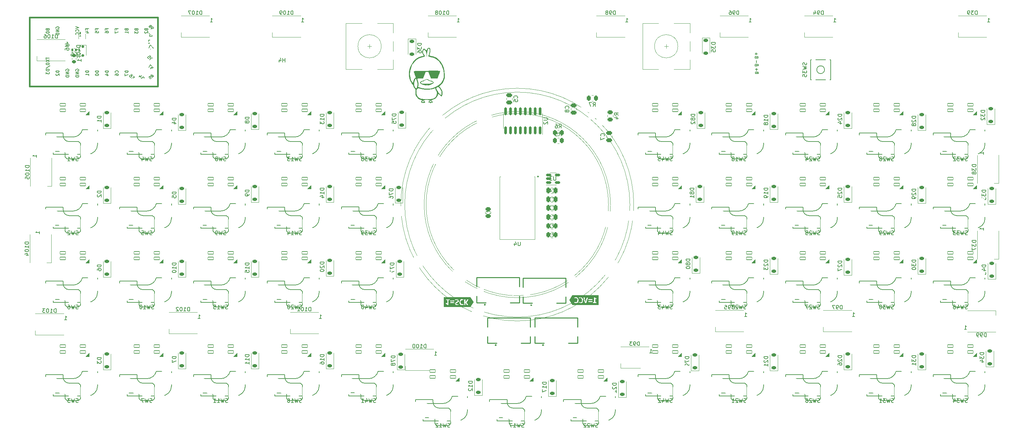
<source format=gbr>
%TF.GenerationSoftware,KiCad,Pcbnew,7.0.2*%
%TF.CreationDate,2023-05-02T21:20:21+02:00*%
%TF.ProjectId,Block,426c6f63-6b2e-46b6-9963-61645f706362,rev?*%
%TF.SameCoordinates,Original*%
%TF.FileFunction,Legend,Bot*%
%TF.FilePolarity,Positive*%
%FSLAX46Y46*%
G04 Gerber Fmt 4.6, Leading zero omitted, Abs format (unit mm)*
G04 Created by KiCad (PCBNEW 7.0.2) date 2023-05-02 21:20:21*
%MOMM*%
%LPD*%
G01*
G04 APERTURE LIST*
G04 Aperture macros list*
%AMRoundRect*
0 Rectangle with rounded corners*
0 $1 Rounding radius*
0 $2 $3 $4 $5 $6 $7 $8 $9 X,Y pos of 4 corners*
0 Add a 4 corners polygon primitive as box body*
4,1,4,$2,$3,$4,$5,$6,$7,$8,$9,$2,$3,0*
0 Add four circle primitives for the rounded corners*
1,1,$1+$1,$2,$3*
1,1,$1+$1,$4,$5*
1,1,$1+$1,$6,$7*
1,1,$1+$1,$8,$9*
0 Add four rect primitives between the rounded corners*
20,1,$1+$1,$2,$3,$4,$5,0*
20,1,$1+$1,$4,$5,$6,$7,0*
20,1,$1+$1,$6,$7,$8,$9,0*
20,1,$1+$1,$8,$9,$2,$3,0*%
%AMRotRect*
0 Rectangle, with rotation*
0 The origin of the aperture is its center*
0 $1 length*
0 $2 width*
0 $3 Rotation angle, in degrees counterclockwise*
0 Add horizontal line*
21,1,$1,$2,0,0,$3*%
G04 Aperture macros list end*
%ADD10C,0.150000*%
%ADD11C,0.120000*%
%ADD12C,0.050000*%
%ADD13C,0.100000*%
%ADD14C,0.381000*%
%ADD15C,0.254000*%
%ADD16C,0.239605*%
%ADD17C,1.752600*%
%ADD18RoundRect,0.375000X0.756430X-0.361854X0.743341X0.388032X-0.756430X0.361854X-0.743341X-0.388032X0*%
%ADD19RoundRect,0.085000X-0.085000X0.265000X-0.085000X-0.265000X0.085000X-0.265000X0.085000X0.265000X0*%
%ADD20O,0.340000X0.700000*%
%ADD21R,2.600000X2.600000*%
%ADD22R,2.550000X2.500000*%
%ADD23O,2.701800X1.701800*%
%ADD24C,3.000000*%
%ADD25C,3.987800*%
%ADD26C,4.500000*%
%ADD27RoundRect,0.082000X-0.718000X0.328000X-0.718000X-0.328000X0.718000X-0.328000X0.718000X0.328000X0*%
%ADD28C,2.000000*%
%ADD29R,3.200000X2.000000*%
%ADD30RotRect,4.400000X4.400000X140.000000*%
%ADD31C,2.100000*%
%ADD32C,2.400000*%
%ADD33C,4.200000*%
%ADD34C,3.200000*%
%ADD35C,1.700000*%
%ADD36O,1.700000X1.700000*%
%ADD37O,1.500000X2.500000*%
%ADD38R,1.500000X2.500000*%
%ADD39O,2.200000X3.500000*%
%ADD40R,1.500000X0.900000*%
%ADD41RoundRect,0.225000X0.375000X-0.225000X0.375000X0.225000X-0.375000X0.225000X-0.375000X-0.225000X0*%
%ADD42R,0.900000X1.500000*%
%ADD43RoundRect,0.150000X-0.150000X0.175000X-0.150000X-0.175000X0.150000X-0.175000X0.150000X0.175000X0*%
%ADD44RoundRect,0.250000X0.250000X0.475000X-0.250000X0.475000X-0.250000X-0.475000X0.250000X-0.475000X0*%
%ADD45R,1.800000X2.000000*%
%ADD46R,0.280000X1.250000*%
%ADD47RoundRect,0.150000X0.150000X-0.825000X0.150000X0.825000X-0.150000X0.825000X-0.150000X-0.825000X0*%
%ADD48RoundRect,0.250000X-0.475000X0.250000X-0.475000X-0.250000X0.475000X-0.250000X0.475000X0.250000X0*%
%ADD49RoundRect,0.140000X-0.140000X-0.170000X0.140000X-0.170000X0.140000X0.170000X-0.140000X0.170000X0*%
%ADD50RoundRect,0.250000X-0.262500X-0.450000X0.262500X-0.450000X0.262500X0.450000X-0.262500X0.450000X0*%
%ADD51RoundRect,0.250000X0.450000X-0.262500X0.450000X0.262500X-0.450000X0.262500X-0.450000X-0.262500X0*%
%ADD52RoundRect,0.218750X0.256250X-0.218750X0.256250X0.218750X-0.256250X0.218750X-0.256250X-0.218750X0*%
%ADD53RoundRect,0.250000X-0.250000X-0.475000X0.250000X-0.475000X0.250000X0.475000X-0.250000X0.475000X0*%
%ADD54RoundRect,0.250000X0.262500X0.450000X-0.262500X0.450000X-0.262500X-0.450000X0.262500X-0.450000X0*%
%ADD55R,1.400000X1.400000*%
%ADD56C,1.400000*%
%ADD57RoundRect,0.150000X-0.512500X-0.150000X0.512500X-0.150000X0.512500X0.150000X-0.512500X0.150000X0*%
%ADD58RoundRect,0.250000X0.475000X-0.250000X0.475000X0.250000X-0.475000X0.250000X-0.475000X-0.250000X0*%
%ADD59RoundRect,0.225000X-0.375000X0.225000X-0.375000X-0.225000X0.375000X-0.225000X0.375000X0.225000X0*%
%ADD60R,1.100000X1.800000*%
G04 APERTURE END LIST*
D10*
%TO.C,U6*%
X106232619Y-69624095D02*
X107042142Y-69624095D01*
X107042142Y-69624095D02*
X107137380Y-69671714D01*
X107137380Y-69671714D02*
X107185000Y-69719333D01*
X107185000Y-69719333D02*
X107232619Y-69814571D01*
X107232619Y-69814571D02*
X107232619Y-70005047D01*
X107232619Y-70005047D02*
X107185000Y-70100285D01*
X107185000Y-70100285D02*
X107137380Y-70147904D01*
X107137380Y-70147904D02*
X107042142Y-70195523D01*
X107042142Y-70195523D02*
X106232619Y-70195523D01*
X106232619Y-71100285D02*
X106232619Y-70909809D01*
X106232619Y-70909809D02*
X106280238Y-70814571D01*
X106280238Y-70814571D02*
X106327857Y-70766952D01*
X106327857Y-70766952D02*
X106470714Y-70671714D01*
X106470714Y-70671714D02*
X106661190Y-70624095D01*
X106661190Y-70624095D02*
X107042142Y-70624095D01*
X107042142Y-70624095D02*
X107137380Y-70671714D01*
X107137380Y-70671714D02*
X107185000Y-70719333D01*
X107185000Y-70719333D02*
X107232619Y-70814571D01*
X107232619Y-70814571D02*
X107232619Y-71005047D01*
X107232619Y-71005047D02*
X107185000Y-71100285D01*
X107185000Y-71100285D02*
X107137380Y-71147904D01*
X107137380Y-71147904D02*
X107042142Y-71195523D01*
X107042142Y-71195523D02*
X106804047Y-71195523D01*
X106804047Y-71195523D02*
X106708809Y-71147904D01*
X106708809Y-71147904D02*
X106661190Y-71100285D01*
X106661190Y-71100285D02*
X106613571Y-71005047D01*
X106613571Y-71005047D02*
X106613571Y-70814571D01*
X106613571Y-70814571D02*
X106661190Y-70719333D01*
X106661190Y-70719333D02*
X106708809Y-70671714D01*
X106708809Y-70671714D02*
X106804047Y-70624095D01*
%TO.C,SW20*%
X167134191Y-137857000D02*
X166991334Y-137904619D01*
X166991334Y-137904619D02*
X166753239Y-137904619D01*
X166753239Y-137904619D02*
X166658001Y-137857000D01*
X166658001Y-137857000D02*
X166610382Y-137809380D01*
X166610382Y-137809380D02*
X166562763Y-137714142D01*
X166562763Y-137714142D02*
X166562763Y-137618904D01*
X166562763Y-137618904D02*
X166610382Y-137523666D01*
X166610382Y-137523666D02*
X166658001Y-137476047D01*
X166658001Y-137476047D02*
X166753239Y-137428428D01*
X166753239Y-137428428D02*
X166943715Y-137380809D01*
X166943715Y-137380809D02*
X167038953Y-137333190D01*
X167038953Y-137333190D02*
X167086572Y-137285571D01*
X167086572Y-137285571D02*
X167134191Y-137190333D01*
X167134191Y-137190333D02*
X167134191Y-137095095D01*
X167134191Y-137095095D02*
X167086572Y-136999857D01*
X167086572Y-136999857D02*
X167038953Y-136952238D01*
X167038953Y-136952238D02*
X166943715Y-136904619D01*
X166943715Y-136904619D02*
X166705620Y-136904619D01*
X166705620Y-136904619D02*
X166562763Y-136952238D01*
X166229429Y-136904619D02*
X165991334Y-137904619D01*
X165991334Y-137904619D02*
X165800858Y-137190333D01*
X165800858Y-137190333D02*
X165610382Y-137904619D01*
X165610382Y-137904619D02*
X165372287Y-136904619D01*
X165038953Y-136999857D02*
X164991334Y-136952238D01*
X164991334Y-136952238D02*
X164896096Y-136904619D01*
X164896096Y-136904619D02*
X164658001Y-136904619D01*
X164658001Y-136904619D02*
X164562763Y-136952238D01*
X164562763Y-136952238D02*
X164515144Y-136999857D01*
X164515144Y-136999857D02*
X164467525Y-137095095D01*
X164467525Y-137095095D02*
X164467525Y-137190333D01*
X164467525Y-137190333D02*
X164515144Y-137333190D01*
X164515144Y-137333190D02*
X165086572Y-137904619D01*
X165086572Y-137904619D02*
X164467525Y-137904619D01*
X163848477Y-136904619D02*
X163753239Y-136904619D01*
X163753239Y-136904619D02*
X163658001Y-136952238D01*
X163658001Y-136952238D02*
X163610382Y-136999857D01*
X163610382Y-136999857D02*
X163562763Y-137095095D01*
X163562763Y-137095095D02*
X163515144Y-137285571D01*
X163515144Y-137285571D02*
X163515144Y-137523666D01*
X163515144Y-137523666D02*
X163562763Y-137714142D01*
X163562763Y-137714142D02*
X163610382Y-137809380D01*
X163610382Y-137809380D02*
X163658001Y-137857000D01*
X163658001Y-137857000D02*
X163753239Y-137904619D01*
X163753239Y-137904619D02*
X163848477Y-137904619D01*
X163848477Y-137904619D02*
X163943715Y-137857000D01*
X163943715Y-137857000D02*
X163991334Y-137809380D01*
X163991334Y-137809380D02*
X164038953Y-137714142D01*
X164038953Y-137714142D02*
X164086572Y-137523666D01*
X164086572Y-137523666D02*
X164086572Y-137285571D01*
X164086572Y-137285571D02*
X164038953Y-137095095D01*
X164038953Y-137095095D02*
X163991334Y-136999857D01*
X163991334Y-136999857D02*
X163943715Y-136952238D01*
X163943715Y-136952238D02*
X163848477Y-136904619D01*
%TO.C,SW25*%
X300602523Y-118759000D02*
X300459666Y-118806619D01*
X300459666Y-118806619D02*
X300221571Y-118806619D01*
X300221571Y-118806619D02*
X300126333Y-118759000D01*
X300126333Y-118759000D02*
X300078714Y-118711380D01*
X300078714Y-118711380D02*
X300031095Y-118616142D01*
X300031095Y-118616142D02*
X300031095Y-118520904D01*
X300031095Y-118520904D02*
X300078714Y-118425666D01*
X300078714Y-118425666D02*
X300126333Y-118378047D01*
X300126333Y-118378047D02*
X300221571Y-118330428D01*
X300221571Y-118330428D02*
X300412047Y-118282809D01*
X300412047Y-118282809D02*
X300507285Y-118235190D01*
X300507285Y-118235190D02*
X300554904Y-118187571D01*
X300554904Y-118187571D02*
X300602523Y-118092333D01*
X300602523Y-118092333D02*
X300602523Y-117997095D01*
X300602523Y-117997095D02*
X300554904Y-117901857D01*
X300554904Y-117901857D02*
X300507285Y-117854238D01*
X300507285Y-117854238D02*
X300412047Y-117806619D01*
X300412047Y-117806619D02*
X300173952Y-117806619D01*
X300173952Y-117806619D02*
X300031095Y-117854238D01*
X299697761Y-117806619D02*
X299459666Y-118806619D01*
X299459666Y-118806619D02*
X299269190Y-118092333D01*
X299269190Y-118092333D02*
X299078714Y-118806619D01*
X299078714Y-118806619D02*
X298840619Y-117806619D01*
X298507285Y-117901857D02*
X298459666Y-117854238D01*
X298459666Y-117854238D02*
X298364428Y-117806619D01*
X298364428Y-117806619D02*
X298126333Y-117806619D01*
X298126333Y-117806619D02*
X298031095Y-117854238D01*
X298031095Y-117854238D02*
X297983476Y-117901857D01*
X297983476Y-117901857D02*
X297935857Y-117997095D01*
X297935857Y-117997095D02*
X297935857Y-118092333D01*
X297935857Y-118092333D02*
X297983476Y-118235190D01*
X297983476Y-118235190D02*
X298554904Y-118806619D01*
X298554904Y-118806619D02*
X297935857Y-118806619D01*
X297031095Y-117806619D02*
X297507285Y-117806619D01*
X297507285Y-117806619D02*
X297554904Y-118282809D01*
X297554904Y-118282809D02*
X297507285Y-118235190D01*
X297507285Y-118235190D02*
X297412047Y-118187571D01*
X297412047Y-118187571D02*
X297173952Y-118187571D01*
X297173952Y-118187571D02*
X297078714Y-118235190D01*
X297078714Y-118235190D02*
X297031095Y-118282809D01*
X297031095Y-118282809D02*
X296983476Y-118378047D01*
X296983476Y-118378047D02*
X296983476Y-118616142D01*
X296983476Y-118616142D02*
X297031095Y-118711380D01*
X297031095Y-118711380D02*
X297078714Y-118759000D01*
X297078714Y-118759000D02*
X297173952Y-118806619D01*
X297173952Y-118806619D02*
X297412047Y-118806619D01*
X297412047Y-118806619D02*
X297507285Y-118759000D01*
X297507285Y-118759000D02*
X297554904Y-118711380D01*
%TO.C,SW21*%
X281593857Y-161979000D02*
X281451000Y-162026619D01*
X281451000Y-162026619D02*
X281212905Y-162026619D01*
X281212905Y-162026619D02*
X281117667Y-161979000D01*
X281117667Y-161979000D02*
X281070048Y-161931380D01*
X281070048Y-161931380D02*
X281022429Y-161836142D01*
X281022429Y-161836142D02*
X281022429Y-161740904D01*
X281022429Y-161740904D02*
X281070048Y-161645666D01*
X281070048Y-161645666D02*
X281117667Y-161598047D01*
X281117667Y-161598047D02*
X281212905Y-161550428D01*
X281212905Y-161550428D02*
X281403381Y-161502809D01*
X281403381Y-161502809D02*
X281498619Y-161455190D01*
X281498619Y-161455190D02*
X281546238Y-161407571D01*
X281546238Y-161407571D02*
X281593857Y-161312333D01*
X281593857Y-161312333D02*
X281593857Y-161217095D01*
X281593857Y-161217095D02*
X281546238Y-161121857D01*
X281546238Y-161121857D02*
X281498619Y-161074238D01*
X281498619Y-161074238D02*
X281403381Y-161026619D01*
X281403381Y-161026619D02*
X281165286Y-161026619D01*
X281165286Y-161026619D02*
X281022429Y-161074238D01*
X280689095Y-161026619D02*
X280451000Y-162026619D01*
X280451000Y-162026619D02*
X280260524Y-161312333D01*
X280260524Y-161312333D02*
X280070048Y-162026619D01*
X280070048Y-162026619D02*
X279831953Y-161026619D01*
X279498619Y-161121857D02*
X279451000Y-161074238D01*
X279451000Y-161074238D02*
X279355762Y-161026619D01*
X279355762Y-161026619D02*
X279117667Y-161026619D01*
X279117667Y-161026619D02*
X279022429Y-161074238D01*
X279022429Y-161074238D02*
X278974810Y-161121857D01*
X278974810Y-161121857D02*
X278927191Y-161217095D01*
X278927191Y-161217095D02*
X278927191Y-161312333D01*
X278927191Y-161312333D02*
X278974810Y-161455190D01*
X278974810Y-161455190D02*
X279546238Y-162026619D01*
X279546238Y-162026619D02*
X278927191Y-162026619D01*
X277974810Y-162026619D02*
X278546238Y-162026619D01*
X278260524Y-162026619D02*
X278260524Y-161026619D01*
X278260524Y-161026619D02*
X278355762Y-161169476D01*
X278355762Y-161169476D02*
X278451000Y-161264714D01*
X278451000Y-161264714D02*
X278546238Y-161312333D01*
%TO.C,SW9*%
X147629332Y-118759000D02*
X147486475Y-118806619D01*
X147486475Y-118806619D02*
X147248380Y-118806619D01*
X147248380Y-118806619D02*
X147153142Y-118759000D01*
X147153142Y-118759000D02*
X147105523Y-118711380D01*
X147105523Y-118711380D02*
X147057904Y-118616142D01*
X147057904Y-118616142D02*
X147057904Y-118520904D01*
X147057904Y-118520904D02*
X147105523Y-118425666D01*
X147105523Y-118425666D02*
X147153142Y-118378047D01*
X147153142Y-118378047D02*
X147248380Y-118330428D01*
X147248380Y-118330428D02*
X147438856Y-118282809D01*
X147438856Y-118282809D02*
X147534094Y-118235190D01*
X147534094Y-118235190D02*
X147581713Y-118187571D01*
X147581713Y-118187571D02*
X147629332Y-118092333D01*
X147629332Y-118092333D02*
X147629332Y-117997095D01*
X147629332Y-117997095D02*
X147581713Y-117901857D01*
X147581713Y-117901857D02*
X147534094Y-117854238D01*
X147534094Y-117854238D02*
X147438856Y-117806619D01*
X147438856Y-117806619D02*
X147200761Y-117806619D01*
X147200761Y-117806619D02*
X147057904Y-117854238D01*
X146724570Y-117806619D02*
X146486475Y-118806619D01*
X146486475Y-118806619D02*
X146295999Y-118092333D01*
X146295999Y-118092333D02*
X146105523Y-118806619D01*
X146105523Y-118806619D02*
X145867428Y-117806619D01*
X145438856Y-118806619D02*
X145248380Y-118806619D01*
X145248380Y-118806619D02*
X145153142Y-118759000D01*
X145153142Y-118759000D02*
X145105523Y-118711380D01*
X145105523Y-118711380D02*
X145010285Y-118568523D01*
X145010285Y-118568523D02*
X144962666Y-118378047D01*
X144962666Y-118378047D02*
X144962666Y-117997095D01*
X144962666Y-117997095D02*
X145010285Y-117901857D01*
X145010285Y-117901857D02*
X145057904Y-117854238D01*
X145057904Y-117854238D02*
X145153142Y-117806619D01*
X145153142Y-117806619D02*
X145343618Y-117806619D01*
X145343618Y-117806619D02*
X145438856Y-117854238D01*
X145438856Y-117854238D02*
X145486475Y-117901857D01*
X145486475Y-117901857D02*
X145534094Y-117997095D01*
X145534094Y-117997095D02*
X145534094Y-118235190D01*
X145534094Y-118235190D02*
X145486475Y-118330428D01*
X145486475Y-118330428D02*
X145438856Y-118378047D01*
X145438856Y-118378047D02*
X145343618Y-118425666D01*
X145343618Y-118425666D02*
X145153142Y-118425666D01*
X145153142Y-118425666D02*
X145057904Y-118378047D01*
X145057904Y-118378047D02*
X145010285Y-118330428D01*
X145010285Y-118330428D02*
X144962666Y-118235190D01*
%TO.C,SW5*%
X128600666Y-118759000D02*
X128457809Y-118806619D01*
X128457809Y-118806619D02*
X128219714Y-118806619D01*
X128219714Y-118806619D02*
X128124476Y-118759000D01*
X128124476Y-118759000D02*
X128076857Y-118711380D01*
X128076857Y-118711380D02*
X128029238Y-118616142D01*
X128029238Y-118616142D02*
X128029238Y-118520904D01*
X128029238Y-118520904D02*
X128076857Y-118425666D01*
X128076857Y-118425666D02*
X128124476Y-118378047D01*
X128124476Y-118378047D02*
X128219714Y-118330428D01*
X128219714Y-118330428D02*
X128410190Y-118282809D01*
X128410190Y-118282809D02*
X128505428Y-118235190D01*
X128505428Y-118235190D02*
X128553047Y-118187571D01*
X128553047Y-118187571D02*
X128600666Y-118092333D01*
X128600666Y-118092333D02*
X128600666Y-117997095D01*
X128600666Y-117997095D02*
X128553047Y-117901857D01*
X128553047Y-117901857D02*
X128505428Y-117854238D01*
X128505428Y-117854238D02*
X128410190Y-117806619D01*
X128410190Y-117806619D02*
X128172095Y-117806619D01*
X128172095Y-117806619D02*
X128029238Y-117854238D01*
X127695904Y-117806619D02*
X127457809Y-118806619D01*
X127457809Y-118806619D02*
X127267333Y-118092333D01*
X127267333Y-118092333D02*
X127076857Y-118806619D01*
X127076857Y-118806619D02*
X126838762Y-117806619D01*
X125981619Y-117806619D02*
X126457809Y-117806619D01*
X126457809Y-117806619D02*
X126505428Y-118282809D01*
X126505428Y-118282809D02*
X126457809Y-118235190D01*
X126457809Y-118235190D02*
X126362571Y-118187571D01*
X126362571Y-118187571D02*
X126124476Y-118187571D01*
X126124476Y-118187571D02*
X126029238Y-118235190D01*
X126029238Y-118235190D02*
X125981619Y-118282809D01*
X125981619Y-118282809D02*
X125934000Y-118378047D01*
X125934000Y-118378047D02*
X125934000Y-118616142D01*
X125934000Y-118616142D02*
X125981619Y-118711380D01*
X125981619Y-118711380D02*
X126029238Y-118759000D01*
X126029238Y-118759000D02*
X126124476Y-118806619D01*
X126124476Y-118806619D02*
X126362571Y-118806619D01*
X126362571Y-118806619D02*
X126457809Y-118759000D01*
X126457809Y-118759000D02*
X126505428Y-118711380D01*
%TO.C,SW27*%
X300602523Y-137857000D02*
X300459666Y-137904619D01*
X300459666Y-137904619D02*
X300221571Y-137904619D01*
X300221571Y-137904619D02*
X300126333Y-137857000D01*
X300126333Y-137857000D02*
X300078714Y-137809380D01*
X300078714Y-137809380D02*
X300031095Y-137714142D01*
X300031095Y-137714142D02*
X300031095Y-137618904D01*
X300031095Y-137618904D02*
X300078714Y-137523666D01*
X300078714Y-137523666D02*
X300126333Y-137476047D01*
X300126333Y-137476047D02*
X300221571Y-137428428D01*
X300221571Y-137428428D02*
X300412047Y-137380809D01*
X300412047Y-137380809D02*
X300507285Y-137333190D01*
X300507285Y-137333190D02*
X300554904Y-137285571D01*
X300554904Y-137285571D02*
X300602523Y-137190333D01*
X300602523Y-137190333D02*
X300602523Y-137095095D01*
X300602523Y-137095095D02*
X300554904Y-136999857D01*
X300554904Y-136999857D02*
X300507285Y-136952238D01*
X300507285Y-136952238D02*
X300412047Y-136904619D01*
X300412047Y-136904619D02*
X300173952Y-136904619D01*
X300173952Y-136904619D02*
X300031095Y-136952238D01*
X299697761Y-136904619D02*
X299459666Y-137904619D01*
X299459666Y-137904619D02*
X299269190Y-137190333D01*
X299269190Y-137190333D02*
X299078714Y-137904619D01*
X299078714Y-137904619D02*
X298840619Y-136904619D01*
X298507285Y-136999857D02*
X298459666Y-136952238D01*
X298459666Y-136952238D02*
X298364428Y-136904619D01*
X298364428Y-136904619D02*
X298126333Y-136904619D01*
X298126333Y-136904619D02*
X298031095Y-136952238D01*
X298031095Y-136952238D02*
X297983476Y-136999857D01*
X297983476Y-136999857D02*
X297935857Y-137095095D01*
X297935857Y-137095095D02*
X297935857Y-137190333D01*
X297935857Y-137190333D02*
X297983476Y-137333190D01*
X297983476Y-137333190D02*
X298554904Y-137904619D01*
X298554904Y-137904619D02*
X297935857Y-137904619D01*
X297602523Y-136904619D02*
X296935857Y-136904619D01*
X296935857Y-136904619D02*
X297364428Y-137904619D01*
%TO.C,SW22*%
X243423523Y-168391039D02*
X243280666Y-168438658D01*
X243280666Y-168438658D02*
X243042571Y-168438658D01*
X243042571Y-168438658D02*
X242947333Y-168391039D01*
X242947333Y-168391039D02*
X242899714Y-168343419D01*
X242899714Y-168343419D02*
X242852095Y-168248181D01*
X242852095Y-168248181D02*
X242852095Y-168152943D01*
X242852095Y-168152943D02*
X242899714Y-168057705D01*
X242899714Y-168057705D02*
X242947333Y-168010086D01*
X242947333Y-168010086D02*
X243042571Y-167962467D01*
X243042571Y-167962467D02*
X243233047Y-167914848D01*
X243233047Y-167914848D02*
X243328285Y-167867229D01*
X243328285Y-167867229D02*
X243375904Y-167819610D01*
X243375904Y-167819610D02*
X243423523Y-167724372D01*
X243423523Y-167724372D02*
X243423523Y-167629134D01*
X243423523Y-167629134D02*
X243375904Y-167533896D01*
X243375904Y-167533896D02*
X243328285Y-167486277D01*
X243328285Y-167486277D02*
X243233047Y-167438658D01*
X243233047Y-167438658D02*
X242994952Y-167438658D01*
X242994952Y-167438658D02*
X242852095Y-167486277D01*
X242518761Y-167438658D02*
X242280666Y-168438658D01*
X242280666Y-168438658D02*
X242090190Y-167724372D01*
X242090190Y-167724372D02*
X241899714Y-168438658D01*
X241899714Y-168438658D02*
X241661619Y-167438658D01*
X241328285Y-167533896D02*
X241280666Y-167486277D01*
X241280666Y-167486277D02*
X241185428Y-167438658D01*
X241185428Y-167438658D02*
X240947333Y-167438658D01*
X240947333Y-167438658D02*
X240852095Y-167486277D01*
X240852095Y-167486277D02*
X240804476Y-167533896D01*
X240804476Y-167533896D02*
X240756857Y-167629134D01*
X240756857Y-167629134D02*
X240756857Y-167724372D01*
X240756857Y-167724372D02*
X240804476Y-167867229D01*
X240804476Y-167867229D02*
X241375904Y-168438658D01*
X241375904Y-168438658D02*
X240756857Y-168438658D01*
X240375904Y-167533896D02*
X240328285Y-167486277D01*
X240328285Y-167486277D02*
X240233047Y-167438658D01*
X240233047Y-167438658D02*
X239994952Y-167438658D01*
X239994952Y-167438658D02*
X239899714Y-167486277D01*
X239899714Y-167486277D02*
X239852095Y-167533896D01*
X239852095Y-167533896D02*
X239804476Y-167629134D01*
X239804476Y-167629134D02*
X239804476Y-167724372D01*
X239804476Y-167724372D02*
X239852095Y-167867229D01*
X239852095Y-167867229D02*
X240423523Y-168438658D01*
X240423523Y-168438658D02*
X239804476Y-168438658D01*
%TO.C,SW43*%
X262615523Y-137857000D02*
X262472666Y-137904619D01*
X262472666Y-137904619D02*
X262234571Y-137904619D01*
X262234571Y-137904619D02*
X262139333Y-137857000D01*
X262139333Y-137857000D02*
X262091714Y-137809380D01*
X262091714Y-137809380D02*
X262044095Y-137714142D01*
X262044095Y-137714142D02*
X262044095Y-137618904D01*
X262044095Y-137618904D02*
X262091714Y-137523666D01*
X262091714Y-137523666D02*
X262139333Y-137476047D01*
X262139333Y-137476047D02*
X262234571Y-137428428D01*
X262234571Y-137428428D02*
X262425047Y-137380809D01*
X262425047Y-137380809D02*
X262520285Y-137333190D01*
X262520285Y-137333190D02*
X262567904Y-137285571D01*
X262567904Y-137285571D02*
X262615523Y-137190333D01*
X262615523Y-137190333D02*
X262615523Y-137095095D01*
X262615523Y-137095095D02*
X262567904Y-136999857D01*
X262567904Y-136999857D02*
X262520285Y-136952238D01*
X262520285Y-136952238D02*
X262425047Y-136904619D01*
X262425047Y-136904619D02*
X262186952Y-136904619D01*
X262186952Y-136904619D02*
X262044095Y-136952238D01*
X261710761Y-136904619D02*
X261472666Y-137904619D01*
X261472666Y-137904619D02*
X261282190Y-137190333D01*
X261282190Y-137190333D02*
X261091714Y-137904619D01*
X261091714Y-137904619D02*
X260853619Y-136904619D01*
X260044095Y-137237952D02*
X260044095Y-137904619D01*
X260282190Y-136857000D02*
X260520285Y-137571285D01*
X260520285Y-137571285D02*
X259901238Y-137571285D01*
X259615523Y-136904619D02*
X258996476Y-136904619D01*
X258996476Y-136904619D02*
X259329809Y-137285571D01*
X259329809Y-137285571D02*
X259186952Y-137285571D01*
X259186952Y-137285571D02*
X259091714Y-137333190D01*
X259091714Y-137333190D02*
X259044095Y-137380809D01*
X259044095Y-137380809D02*
X258996476Y-137476047D01*
X258996476Y-137476047D02*
X258996476Y-137714142D01*
X258996476Y-137714142D02*
X259044095Y-137809380D01*
X259044095Y-137809380D02*
X259091714Y-137857000D01*
X259091714Y-137857000D02*
X259186952Y-137904619D01*
X259186952Y-137904619D02*
X259472666Y-137904619D01*
X259472666Y-137904619D02*
X259567904Y-137857000D01*
X259567904Y-137857000D02*
X259615523Y-137809380D01*
%TO.C,SW8*%
X147629332Y-99675039D02*
X147486475Y-99722658D01*
X147486475Y-99722658D02*
X147248380Y-99722658D01*
X147248380Y-99722658D02*
X147153142Y-99675039D01*
X147153142Y-99675039D02*
X147105523Y-99627419D01*
X147105523Y-99627419D02*
X147057904Y-99532181D01*
X147057904Y-99532181D02*
X147057904Y-99436943D01*
X147057904Y-99436943D02*
X147105523Y-99341705D01*
X147105523Y-99341705D02*
X147153142Y-99294086D01*
X147153142Y-99294086D02*
X147248380Y-99246467D01*
X147248380Y-99246467D02*
X147438856Y-99198848D01*
X147438856Y-99198848D02*
X147534094Y-99151229D01*
X147534094Y-99151229D02*
X147581713Y-99103610D01*
X147581713Y-99103610D02*
X147629332Y-99008372D01*
X147629332Y-99008372D02*
X147629332Y-98913134D01*
X147629332Y-98913134D02*
X147581713Y-98817896D01*
X147581713Y-98817896D02*
X147534094Y-98770277D01*
X147534094Y-98770277D02*
X147438856Y-98722658D01*
X147438856Y-98722658D02*
X147200761Y-98722658D01*
X147200761Y-98722658D02*
X147057904Y-98770277D01*
X146724570Y-98722658D02*
X146486475Y-99722658D01*
X146486475Y-99722658D02*
X146295999Y-99008372D01*
X146295999Y-99008372D02*
X146105523Y-99722658D01*
X146105523Y-99722658D02*
X145867428Y-98722658D01*
X145343618Y-99151229D02*
X145438856Y-99103610D01*
X145438856Y-99103610D02*
X145486475Y-99055991D01*
X145486475Y-99055991D02*
X145534094Y-98960753D01*
X145534094Y-98960753D02*
X145534094Y-98913134D01*
X145534094Y-98913134D02*
X145486475Y-98817896D01*
X145486475Y-98817896D02*
X145438856Y-98770277D01*
X145438856Y-98770277D02*
X145343618Y-98722658D01*
X145343618Y-98722658D02*
X145153142Y-98722658D01*
X145153142Y-98722658D02*
X145057904Y-98770277D01*
X145057904Y-98770277D02*
X145010285Y-98817896D01*
X145010285Y-98817896D02*
X144962666Y-98913134D01*
X144962666Y-98913134D02*
X144962666Y-98960753D01*
X144962666Y-98960753D02*
X145010285Y-99055991D01*
X145010285Y-99055991D02*
X145057904Y-99103610D01*
X145057904Y-99103610D02*
X145153142Y-99151229D01*
X145153142Y-99151229D02*
X145343618Y-99151229D01*
X145343618Y-99151229D02*
X145438856Y-99198848D01*
X145438856Y-99198848D02*
X145486475Y-99246467D01*
X145486475Y-99246467D02*
X145534094Y-99341705D01*
X145534094Y-99341705D02*
X145534094Y-99532181D01*
X145534094Y-99532181D02*
X145486475Y-99627419D01*
X145486475Y-99627419D02*
X145438856Y-99675039D01*
X145438856Y-99675039D02*
X145343618Y-99722658D01*
X145343618Y-99722658D02*
X145153142Y-99722658D01*
X145153142Y-99722658D02*
X145057904Y-99675039D01*
X145057904Y-99675039D02*
X145010285Y-99627419D01*
X145010285Y-99627419D02*
X144962666Y-99532181D01*
X144962666Y-99532181D02*
X144962666Y-99341705D01*
X144962666Y-99341705D02*
X145010285Y-99246467D01*
X145010285Y-99246467D02*
X145057904Y-99198848D01*
X145057904Y-99198848D02*
X145153142Y-99151229D01*
%TO.C,SW46*%
X338619857Y-137857000D02*
X338477000Y-137904619D01*
X338477000Y-137904619D02*
X338238905Y-137904619D01*
X338238905Y-137904619D02*
X338143667Y-137857000D01*
X338143667Y-137857000D02*
X338096048Y-137809380D01*
X338096048Y-137809380D02*
X338048429Y-137714142D01*
X338048429Y-137714142D02*
X338048429Y-137618904D01*
X338048429Y-137618904D02*
X338096048Y-137523666D01*
X338096048Y-137523666D02*
X338143667Y-137476047D01*
X338143667Y-137476047D02*
X338238905Y-137428428D01*
X338238905Y-137428428D02*
X338429381Y-137380809D01*
X338429381Y-137380809D02*
X338524619Y-137333190D01*
X338524619Y-137333190D02*
X338572238Y-137285571D01*
X338572238Y-137285571D02*
X338619857Y-137190333D01*
X338619857Y-137190333D02*
X338619857Y-137095095D01*
X338619857Y-137095095D02*
X338572238Y-136999857D01*
X338572238Y-136999857D02*
X338524619Y-136952238D01*
X338524619Y-136952238D02*
X338429381Y-136904619D01*
X338429381Y-136904619D02*
X338191286Y-136904619D01*
X338191286Y-136904619D02*
X338048429Y-136952238D01*
X337715095Y-136904619D02*
X337477000Y-137904619D01*
X337477000Y-137904619D02*
X337286524Y-137190333D01*
X337286524Y-137190333D02*
X337096048Y-137904619D01*
X337096048Y-137904619D02*
X336857953Y-136904619D01*
X336048429Y-137237952D02*
X336048429Y-137904619D01*
X336286524Y-136857000D02*
X336524619Y-137571285D01*
X336524619Y-137571285D02*
X335905572Y-137571285D01*
X335096048Y-136904619D02*
X335286524Y-136904619D01*
X335286524Y-136904619D02*
X335381762Y-136952238D01*
X335381762Y-136952238D02*
X335429381Y-136999857D01*
X335429381Y-136999857D02*
X335524619Y-137142714D01*
X335524619Y-137142714D02*
X335572238Y-137333190D01*
X335572238Y-137333190D02*
X335572238Y-137714142D01*
X335572238Y-137714142D02*
X335524619Y-137809380D01*
X335524619Y-137809380D02*
X335477000Y-137857000D01*
X335477000Y-137857000D02*
X335381762Y-137904619D01*
X335381762Y-137904619D02*
X335191286Y-137904619D01*
X335191286Y-137904619D02*
X335096048Y-137857000D01*
X335096048Y-137857000D02*
X335048429Y-137809380D01*
X335048429Y-137809380D02*
X335000810Y-137714142D01*
X335000810Y-137714142D02*
X335000810Y-137476047D01*
X335000810Y-137476047D02*
X335048429Y-137380809D01*
X335048429Y-137380809D02*
X335096048Y-137333190D01*
X335096048Y-137333190D02*
X335191286Y-137285571D01*
X335191286Y-137285571D02*
X335381762Y-137285571D01*
X335381762Y-137285571D02*
X335477000Y-137333190D01*
X335477000Y-137333190D02*
X335524619Y-137380809D01*
X335524619Y-137380809D02*
X335572238Y-137476047D01*
%TO.C,SW41*%
X186209523Y-161975692D02*
X186066666Y-162023311D01*
X186066666Y-162023311D02*
X185828571Y-162023311D01*
X185828571Y-162023311D02*
X185733333Y-161975692D01*
X185733333Y-161975692D02*
X185685714Y-161928072D01*
X185685714Y-161928072D02*
X185638095Y-161832834D01*
X185638095Y-161832834D02*
X185638095Y-161737596D01*
X185638095Y-161737596D02*
X185685714Y-161642358D01*
X185685714Y-161642358D02*
X185733333Y-161594739D01*
X185733333Y-161594739D02*
X185828571Y-161547120D01*
X185828571Y-161547120D02*
X186019047Y-161499501D01*
X186019047Y-161499501D02*
X186114285Y-161451882D01*
X186114285Y-161451882D02*
X186161904Y-161404263D01*
X186161904Y-161404263D02*
X186209523Y-161309025D01*
X186209523Y-161309025D02*
X186209523Y-161213787D01*
X186209523Y-161213787D02*
X186161904Y-161118549D01*
X186161904Y-161118549D02*
X186114285Y-161070930D01*
X186114285Y-161070930D02*
X186019047Y-161023311D01*
X186019047Y-161023311D02*
X185780952Y-161023311D01*
X185780952Y-161023311D02*
X185638095Y-161070930D01*
X185304761Y-161023311D02*
X185066666Y-162023311D01*
X185066666Y-162023311D02*
X184876190Y-161309025D01*
X184876190Y-161309025D02*
X184685714Y-162023311D01*
X184685714Y-162023311D02*
X184447619Y-161023311D01*
X183638095Y-161356644D02*
X183638095Y-162023311D01*
X183876190Y-160975692D02*
X184114285Y-161689977D01*
X184114285Y-161689977D02*
X183495238Y-161689977D01*
X182590476Y-162023311D02*
X183161904Y-162023311D01*
X182876190Y-162023311D02*
X182876190Y-161023311D01*
X182876190Y-161023311D02*
X182971428Y-161166168D01*
X182971428Y-161166168D02*
X183066666Y-161261406D01*
X183066666Y-161261406D02*
X183161904Y-161309025D01*
%TO.C,SW1*%
X109572000Y-99675039D02*
X109429143Y-99722658D01*
X109429143Y-99722658D02*
X109191048Y-99722658D01*
X109191048Y-99722658D02*
X109095810Y-99675039D01*
X109095810Y-99675039D02*
X109048191Y-99627419D01*
X109048191Y-99627419D02*
X109000572Y-99532181D01*
X109000572Y-99532181D02*
X109000572Y-99436943D01*
X109000572Y-99436943D02*
X109048191Y-99341705D01*
X109048191Y-99341705D02*
X109095810Y-99294086D01*
X109095810Y-99294086D02*
X109191048Y-99246467D01*
X109191048Y-99246467D02*
X109381524Y-99198848D01*
X109381524Y-99198848D02*
X109476762Y-99151229D01*
X109476762Y-99151229D02*
X109524381Y-99103610D01*
X109524381Y-99103610D02*
X109572000Y-99008372D01*
X109572000Y-99008372D02*
X109572000Y-98913134D01*
X109572000Y-98913134D02*
X109524381Y-98817896D01*
X109524381Y-98817896D02*
X109476762Y-98770277D01*
X109476762Y-98770277D02*
X109381524Y-98722658D01*
X109381524Y-98722658D02*
X109143429Y-98722658D01*
X109143429Y-98722658D02*
X109000572Y-98770277D01*
X108667238Y-98722658D02*
X108429143Y-99722658D01*
X108429143Y-99722658D02*
X108238667Y-99008372D01*
X108238667Y-99008372D02*
X108048191Y-99722658D01*
X108048191Y-99722658D02*
X107810096Y-98722658D01*
X106905334Y-99722658D02*
X107476762Y-99722658D01*
X107191048Y-99722658D02*
X107191048Y-98722658D01*
X107191048Y-98722658D02*
X107286286Y-98865515D01*
X107286286Y-98865515D02*
X107381524Y-98960753D01*
X107381524Y-98960753D02*
X107476762Y-99008372D01*
%TO.C,U1*%
X101725797Y-65871190D02*
X101763892Y-65985476D01*
X101763892Y-65985476D02*
X101801988Y-66023571D01*
X101801988Y-66023571D02*
X101878178Y-66061667D01*
X101878178Y-66061667D02*
X101992464Y-66061667D01*
X101992464Y-66061667D02*
X102068654Y-66023571D01*
X102068654Y-66023571D02*
X102106750Y-65985476D01*
X102106750Y-65985476D02*
X102144845Y-65909286D01*
X102144845Y-65909286D02*
X102144845Y-65604524D01*
X102144845Y-65604524D02*
X101344845Y-65604524D01*
X101344845Y-65604524D02*
X101344845Y-65871190D01*
X101344845Y-65871190D02*
X101382940Y-65947381D01*
X101382940Y-65947381D02*
X101421035Y-65985476D01*
X101421035Y-65985476D02*
X101497226Y-66023571D01*
X101497226Y-66023571D02*
X101573416Y-66023571D01*
X101573416Y-66023571D02*
X101649607Y-65985476D01*
X101649607Y-65985476D02*
X101687702Y-65947381D01*
X101687702Y-65947381D02*
X101725797Y-65871190D01*
X101725797Y-65871190D02*
X101725797Y-65604524D01*
X101344845Y-66556905D02*
X101344845Y-66633095D01*
X101344845Y-66633095D02*
X101382940Y-66709286D01*
X101382940Y-66709286D02*
X101421035Y-66747381D01*
X101421035Y-66747381D02*
X101497226Y-66785476D01*
X101497226Y-66785476D02*
X101649607Y-66823571D01*
X101649607Y-66823571D02*
X101840083Y-66823571D01*
X101840083Y-66823571D02*
X101992464Y-66785476D01*
X101992464Y-66785476D02*
X102068654Y-66747381D01*
X102068654Y-66747381D02*
X102106750Y-66709286D01*
X102106750Y-66709286D02*
X102144845Y-66633095D01*
X102144845Y-66633095D02*
X102144845Y-66556905D01*
X102144845Y-66556905D02*
X102106750Y-66480714D01*
X102106750Y-66480714D02*
X102068654Y-66442619D01*
X102068654Y-66442619D02*
X101992464Y-66404524D01*
X101992464Y-66404524D02*
X101840083Y-66366428D01*
X101840083Y-66366428D02*
X101649607Y-66366428D01*
X101649607Y-66366428D02*
X101497226Y-66404524D01*
X101497226Y-66404524D02*
X101421035Y-66442619D01*
X101421035Y-66442619D02*
X101382940Y-66480714D01*
X101382940Y-66480714D02*
X101344845Y-66556905D01*
X106462940Y-76507476D02*
X106424845Y-76431286D01*
X106424845Y-76431286D02*
X106424845Y-76317000D01*
X106424845Y-76317000D02*
X106462940Y-76202714D01*
X106462940Y-76202714D02*
X106539130Y-76126524D01*
X106539130Y-76126524D02*
X106615321Y-76088429D01*
X106615321Y-76088429D02*
X106767702Y-76050333D01*
X106767702Y-76050333D02*
X106881988Y-76050333D01*
X106881988Y-76050333D02*
X107034369Y-76088429D01*
X107034369Y-76088429D02*
X107110559Y-76126524D01*
X107110559Y-76126524D02*
X107186750Y-76202714D01*
X107186750Y-76202714D02*
X107224845Y-76317000D01*
X107224845Y-76317000D02*
X107224845Y-76393191D01*
X107224845Y-76393191D02*
X107186750Y-76507476D01*
X107186750Y-76507476D02*
X107148654Y-76545572D01*
X107148654Y-76545572D02*
X106881988Y-76545572D01*
X106881988Y-76545572D02*
X106881988Y-76393191D01*
X107224845Y-76888429D02*
X106424845Y-76888429D01*
X106424845Y-76888429D02*
X107224845Y-77345572D01*
X107224845Y-77345572D02*
X106424845Y-77345572D01*
X107224845Y-77726524D02*
X106424845Y-77726524D01*
X106424845Y-77726524D02*
X106424845Y-77917000D01*
X106424845Y-77917000D02*
X106462940Y-78031286D01*
X106462940Y-78031286D02*
X106539130Y-78107476D01*
X106539130Y-78107476D02*
X106615321Y-78145571D01*
X106615321Y-78145571D02*
X106767702Y-78183667D01*
X106767702Y-78183667D02*
X106881988Y-78183667D01*
X106881988Y-78183667D02*
X107034369Y-78145571D01*
X107034369Y-78145571D02*
X107110559Y-78107476D01*
X107110559Y-78107476D02*
X107186750Y-78031286D01*
X107186750Y-78031286D02*
X107224845Y-77917000D01*
X107224845Y-77917000D02*
X107224845Y-77726524D01*
X127125797Y-65871190D02*
X127163892Y-65985476D01*
X127163892Y-65985476D02*
X127201988Y-66023571D01*
X127201988Y-66023571D02*
X127278178Y-66061667D01*
X127278178Y-66061667D02*
X127392464Y-66061667D01*
X127392464Y-66061667D02*
X127468654Y-66023571D01*
X127468654Y-66023571D02*
X127506750Y-65985476D01*
X127506750Y-65985476D02*
X127544845Y-65909286D01*
X127544845Y-65909286D02*
X127544845Y-65604524D01*
X127544845Y-65604524D02*
X126744845Y-65604524D01*
X126744845Y-65604524D02*
X126744845Y-65871190D01*
X126744845Y-65871190D02*
X126782940Y-65947381D01*
X126782940Y-65947381D02*
X126821035Y-65985476D01*
X126821035Y-65985476D02*
X126897226Y-66023571D01*
X126897226Y-66023571D02*
X126973416Y-66023571D01*
X126973416Y-66023571D02*
X127049607Y-65985476D01*
X127049607Y-65985476D02*
X127087702Y-65947381D01*
X127087702Y-65947381D02*
X127125797Y-65871190D01*
X127125797Y-65871190D02*
X127125797Y-65604524D01*
X126821035Y-66366428D02*
X126782940Y-66404524D01*
X126782940Y-66404524D02*
X126744845Y-66480714D01*
X126744845Y-66480714D02*
X126744845Y-66671190D01*
X126744845Y-66671190D02*
X126782940Y-66747381D01*
X126782940Y-66747381D02*
X126821035Y-66785476D01*
X126821035Y-66785476D02*
X126897226Y-66823571D01*
X126897226Y-66823571D02*
X126973416Y-66823571D01*
X126973416Y-66823571D02*
X127087702Y-66785476D01*
X127087702Y-66785476D02*
X127544845Y-66328333D01*
X127544845Y-66328333D02*
X127544845Y-66823571D01*
X128614808Y-77825365D02*
X128567668Y-77919646D01*
X128567668Y-77919646D02*
X128567668Y-77966786D01*
X128567668Y-77966786D02*
X128591238Y-78037497D01*
X128591238Y-78037497D02*
X128661949Y-78108208D01*
X128661949Y-78108208D02*
X128732660Y-78131778D01*
X128732660Y-78131778D02*
X128779800Y-78131778D01*
X128779800Y-78131778D02*
X128850511Y-78108208D01*
X128850511Y-78108208D02*
X129039073Y-77919646D01*
X129039073Y-77919646D02*
X128544098Y-77424671D01*
X128544098Y-77424671D02*
X128379106Y-77589663D01*
X128379106Y-77589663D02*
X128355536Y-77660373D01*
X128355536Y-77660373D02*
X128355536Y-77707514D01*
X128355536Y-77707514D02*
X128379106Y-77778225D01*
X128379106Y-77778225D02*
X128426247Y-77825365D01*
X128426247Y-77825365D02*
X128496957Y-77848935D01*
X128496957Y-77848935D02*
X128544098Y-77848935D01*
X128544098Y-77848935D02*
X128614808Y-77825365D01*
X128614808Y-77825365D02*
X128779800Y-77660373D01*
X127813421Y-78155348D02*
X128049123Y-77919646D01*
X128049123Y-77919646D02*
X128308396Y-78131778D01*
X128308396Y-78131778D02*
X128261255Y-78131778D01*
X128261255Y-78131778D02*
X128190544Y-78155348D01*
X128190544Y-78155348D02*
X128072693Y-78273199D01*
X128072693Y-78273199D02*
X128049123Y-78343910D01*
X128049123Y-78343910D02*
X128049123Y-78391050D01*
X128049123Y-78391050D02*
X128072693Y-78461761D01*
X128072693Y-78461761D02*
X128190544Y-78579612D01*
X128190544Y-78579612D02*
X128261255Y-78603183D01*
X128261255Y-78603183D02*
X128308396Y-78603183D01*
X128308396Y-78603183D02*
X128379106Y-78579612D01*
X128379106Y-78579612D02*
X128496957Y-78461761D01*
X128496957Y-78461761D02*
X128520528Y-78391050D01*
X128520528Y-78391050D02*
X128520528Y-78343910D01*
X122464845Y-76526524D02*
X121664845Y-76526524D01*
X121664845Y-76526524D02*
X121664845Y-76717000D01*
X121664845Y-76717000D02*
X121702940Y-76831286D01*
X121702940Y-76831286D02*
X121779130Y-76907476D01*
X121779130Y-76907476D02*
X121855321Y-76945571D01*
X121855321Y-76945571D02*
X122007702Y-76983667D01*
X122007702Y-76983667D02*
X122121988Y-76983667D01*
X122121988Y-76983667D02*
X122274369Y-76945571D01*
X122274369Y-76945571D02*
X122350559Y-76907476D01*
X122350559Y-76907476D02*
X122426750Y-76831286D01*
X122426750Y-76831286D02*
X122464845Y-76717000D01*
X122464845Y-76717000D02*
X122464845Y-76526524D01*
X121664845Y-77250333D02*
X121664845Y-77783667D01*
X121664845Y-77783667D02*
X122464845Y-77440809D01*
X108964845Y-65128333D02*
X109764845Y-65395000D01*
X109764845Y-65395000D02*
X108964845Y-65661666D01*
X109688654Y-66385476D02*
X109726750Y-66347380D01*
X109726750Y-66347380D02*
X109764845Y-66233095D01*
X109764845Y-66233095D02*
X109764845Y-66156904D01*
X109764845Y-66156904D02*
X109726750Y-66042618D01*
X109726750Y-66042618D02*
X109650559Y-65966428D01*
X109650559Y-65966428D02*
X109574369Y-65928333D01*
X109574369Y-65928333D02*
X109421988Y-65890237D01*
X109421988Y-65890237D02*
X109307702Y-65890237D01*
X109307702Y-65890237D02*
X109155321Y-65928333D01*
X109155321Y-65928333D02*
X109079130Y-65966428D01*
X109079130Y-65966428D02*
X109002940Y-66042618D01*
X109002940Y-66042618D02*
X108964845Y-66156904D01*
X108964845Y-66156904D02*
X108964845Y-66233095D01*
X108964845Y-66233095D02*
X109002940Y-66347380D01*
X109002940Y-66347380D02*
X109041035Y-66385476D01*
X109688654Y-67185476D02*
X109726750Y-67147380D01*
X109726750Y-67147380D02*
X109764845Y-67033095D01*
X109764845Y-67033095D02*
X109764845Y-66956904D01*
X109764845Y-66956904D02*
X109726750Y-66842618D01*
X109726750Y-66842618D02*
X109650559Y-66766428D01*
X109650559Y-66766428D02*
X109574369Y-66728333D01*
X109574369Y-66728333D02*
X109421988Y-66690237D01*
X109421988Y-66690237D02*
X109307702Y-66690237D01*
X109307702Y-66690237D02*
X109155321Y-66728333D01*
X109155321Y-66728333D02*
X109079130Y-66766428D01*
X109079130Y-66766428D02*
X109002940Y-66842618D01*
X109002940Y-66842618D02*
X108964845Y-66956904D01*
X108964845Y-66956904D02*
X108964845Y-67033095D01*
X108964845Y-67033095D02*
X109002940Y-67147380D01*
X109002940Y-67147380D02*
X109041035Y-67185476D01*
X128301916Y-66922667D02*
X128301916Y-66689333D01*
X128668583Y-66689333D02*
X127968583Y-66689333D01*
X127968583Y-66689333D02*
X127968583Y-67022667D01*
X127968583Y-67422667D02*
X127968583Y-67489333D01*
X127968583Y-67489333D02*
X128001916Y-67556000D01*
X128001916Y-67556000D02*
X128035250Y-67589333D01*
X128035250Y-67589333D02*
X128101916Y-67622667D01*
X128101916Y-67622667D02*
X128235250Y-67656000D01*
X128235250Y-67656000D02*
X128401916Y-67656000D01*
X128401916Y-67656000D02*
X128535250Y-67622667D01*
X128535250Y-67622667D02*
X128601916Y-67589333D01*
X128601916Y-67589333D02*
X128635250Y-67556000D01*
X128635250Y-67556000D02*
X128668583Y-67489333D01*
X128668583Y-67489333D02*
X128668583Y-67422667D01*
X128668583Y-67422667D02*
X128635250Y-67356000D01*
X128635250Y-67356000D02*
X128601916Y-67322667D01*
X128601916Y-67322667D02*
X128535250Y-67289333D01*
X128535250Y-67289333D02*
X128401916Y-67256000D01*
X128401916Y-67256000D02*
X128235250Y-67256000D01*
X128235250Y-67256000D02*
X128101916Y-67289333D01*
X128101916Y-67289333D02*
X128035250Y-67322667D01*
X128035250Y-67322667D02*
X128001916Y-67356000D01*
X128001916Y-67356000D02*
X127968583Y-67422667D01*
X128095797Y-68849333D02*
X128095797Y-68582667D01*
X128514845Y-68582667D02*
X127714845Y-68582667D01*
X127714845Y-68582667D02*
X127714845Y-68963619D01*
X128514845Y-69687428D02*
X128514845Y-69230285D01*
X128514845Y-69458857D02*
X127714845Y-69458857D01*
X127714845Y-69458857D02*
X127829130Y-69382666D01*
X127829130Y-69382666D02*
X127905321Y-69306476D01*
X127905321Y-69306476D02*
X127943416Y-69230285D01*
X114425797Y-65928333D02*
X114425797Y-65661667D01*
X114844845Y-65661667D02*
X114044845Y-65661667D01*
X114044845Y-65661667D02*
X114044845Y-66042619D01*
X114044845Y-66728333D02*
X114044845Y-66347381D01*
X114044845Y-66347381D02*
X114425797Y-66309285D01*
X114425797Y-66309285D02*
X114387702Y-66347381D01*
X114387702Y-66347381D02*
X114349607Y-66423571D01*
X114349607Y-66423571D02*
X114349607Y-66614047D01*
X114349607Y-66614047D02*
X114387702Y-66690238D01*
X114387702Y-66690238D02*
X114425797Y-66728333D01*
X114425797Y-66728333D02*
X114501988Y-66766428D01*
X114501988Y-66766428D02*
X114692464Y-66766428D01*
X114692464Y-66766428D02*
X114768654Y-66728333D01*
X114768654Y-66728333D02*
X114806750Y-66690238D01*
X114806750Y-66690238D02*
X114844845Y-66614047D01*
X114844845Y-66614047D02*
X114844845Y-66423571D01*
X114844845Y-66423571D02*
X114806750Y-66347381D01*
X114806750Y-66347381D02*
X114768654Y-66309285D01*
X104684845Y-76526524D02*
X103884845Y-76526524D01*
X103884845Y-76526524D02*
X103884845Y-76717000D01*
X103884845Y-76717000D02*
X103922940Y-76831286D01*
X103922940Y-76831286D02*
X103999130Y-76907476D01*
X103999130Y-76907476D02*
X104075321Y-76945571D01*
X104075321Y-76945571D02*
X104227702Y-76983667D01*
X104227702Y-76983667D02*
X104341988Y-76983667D01*
X104341988Y-76983667D02*
X104494369Y-76945571D01*
X104494369Y-76945571D02*
X104570559Y-76907476D01*
X104570559Y-76907476D02*
X104646750Y-76831286D01*
X104646750Y-76831286D02*
X104684845Y-76717000D01*
X104684845Y-76717000D02*
X104684845Y-76526524D01*
X103961035Y-77288428D02*
X103922940Y-77326524D01*
X103922940Y-77326524D02*
X103884845Y-77402714D01*
X103884845Y-77402714D02*
X103884845Y-77593190D01*
X103884845Y-77593190D02*
X103922940Y-77669381D01*
X103922940Y-77669381D02*
X103961035Y-77707476D01*
X103961035Y-77707476D02*
X104037226Y-77745571D01*
X104037226Y-77745571D02*
X104113416Y-77745571D01*
X104113416Y-77745571D02*
X104227702Y-77707476D01*
X104227702Y-77707476D02*
X104684845Y-77250333D01*
X104684845Y-77250333D02*
X104684845Y-77745571D01*
X128505384Y-75786058D02*
X128411103Y-75738918D01*
X128411103Y-75738918D02*
X128363963Y-75738918D01*
X128363963Y-75738918D02*
X128293252Y-75762488D01*
X128293252Y-75762488D02*
X128222541Y-75833199D01*
X128222541Y-75833199D02*
X128198971Y-75903910D01*
X128198971Y-75903910D02*
X128198971Y-75951050D01*
X128198971Y-75951050D02*
X128222541Y-76021761D01*
X128222541Y-76021761D02*
X128411103Y-76210323D01*
X128411103Y-76210323D02*
X128906078Y-75715348D01*
X128906078Y-75715348D02*
X128741086Y-75550356D01*
X128741086Y-75550356D02*
X128670376Y-75526786D01*
X128670376Y-75526786D02*
X128623235Y-75526786D01*
X128623235Y-75526786D02*
X128552524Y-75550356D01*
X128552524Y-75550356D02*
X128505384Y-75597497D01*
X128505384Y-75597497D02*
X128481814Y-75668207D01*
X128481814Y-75668207D02*
X128481814Y-75715348D01*
X128481814Y-75715348D02*
X128505384Y-75786058D01*
X128505384Y-75786058D02*
X128670376Y-75951050D01*
X128458243Y-75267513D02*
X128128260Y-74937530D01*
X128128260Y-74937530D02*
X127845418Y-75644637D01*
X124585797Y-65871190D02*
X124623892Y-65985476D01*
X124623892Y-65985476D02*
X124661988Y-66023571D01*
X124661988Y-66023571D02*
X124738178Y-66061667D01*
X124738178Y-66061667D02*
X124852464Y-66061667D01*
X124852464Y-66061667D02*
X124928654Y-66023571D01*
X124928654Y-66023571D02*
X124966750Y-65985476D01*
X124966750Y-65985476D02*
X125004845Y-65909286D01*
X125004845Y-65909286D02*
X125004845Y-65604524D01*
X125004845Y-65604524D02*
X124204845Y-65604524D01*
X124204845Y-65604524D02*
X124204845Y-65871190D01*
X124204845Y-65871190D02*
X124242940Y-65947381D01*
X124242940Y-65947381D02*
X124281035Y-65985476D01*
X124281035Y-65985476D02*
X124357226Y-66023571D01*
X124357226Y-66023571D02*
X124433416Y-66023571D01*
X124433416Y-66023571D02*
X124509607Y-65985476D01*
X124509607Y-65985476D02*
X124547702Y-65947381D01*
X124547702Y-65947381D02*
X124585797Y-65871190D01*
X124585797Y-65871190D02*
X124585797Y-65604524D01*
X124204845Y-66328333D02*
X124204845Y-66823571D01*
X124204845Y-66823571D02*
X124509607Y-66556905D01*
X124509607Y-66556905D02*
X124509607Y-66671190D01*
X124509607Y-66671190D02*
X124547702Y-66747381D01*
X124547702Y-66747381D02*
X124585797Y-66785476D01*
X124585797Y-66785476D02*
X124661988Y-66823571D01*
X124661988Y-66823571D02*
X124852464Y-66823571D01*
X124852464Y-66823571D02*
X124928654Y-66785476D01*
X124928654Y-66785476D02*
X124966750Y-66747381D01*
X124966750Y-66747381D02*
X125004845Y-66671190D01*
X125004845Y-66671190D02*
X125004845Y-66442619D01*
X125004845Y-66442619D02*
X124966750Y-66366428D01*
X124966750Y-66366428D02*
X124928654Y-66328333D01*
X103922940Y-65585476D02*
X103884845Y-65509286D01*
X103884845Y-65509286D02*
X103884845Y-65395000D01*
X103884845Y-65395000D02*
X103922940Y-65280714D01*
X103922940Y-65280714D02*
X103999130Y-65204524D01*
X103999130Y-65204524D02*
X104075321Y-65166429D01*
X104075321Y-65166429D02*
X104227702Y-65128333D01*
X104227702Y-65128333D02*
X104341988Y-65128333D01*
X104341988Y-65128333D02*
X104494369Y-65166429D01*
X104494369Y-65166429D02*
X104570559Y-65204524D01*
X104570559Y-65204524D02*
X104646750Y-65280714D01*
X104646750Y-65280714D02*
X104684845Y-65395000D01*
X104684845Y-65395000D02*
X104684845Y-65471191D01*
X104684845Y-65471191D02*
X104646750Y-65585476D01*
X104646750Y-65585476D02*
X104608654Y-65623572D01*
X104608654Y-65623572D02*
X104341988Y-65623572D01*
X104341988Y-65623572D02*
X104341988Y-65471191D01*
X104684845Y-65966429D02*
X103884845Y-65966429D01*
X103884845Y-65966429D02*
X104684845Y-66423572D01*
X104684845Y-66423572D02*
X103884845Y-66423572D01*
X104684845Y-66804524D02*
X103884845Y-66804524D01*
X103884845Y-66804524D02*
X103884845Y-66995000D01*
X103884845Y-66995000D02*
X103922940Y-67109286D01*
X103922940Y-67109286D02*
X103999130Y-67185476D01*
X103999130Y-67185476D02*
X104075321Y-67223571D01*
X104075321Y-67223571D02*
X104227702Y-67261667D01*
X104227702Y-67261667D02*
X104341988Y-67261667D01*
X104341988Y-67261667D02*
X104494369Y-67223571D01*
X104494369Y-67223571D02*
X104570559Y-67185476D01*
X104570559Y-67185476D02*
X104646750Y-67109286D01*
X104646750Y-67109286D02*
X104684845Y-66995000D01*
X104684845Y-66995000D02*
X104684845Y-66804524D01*
X116965797Y-65928333D02*
X116965797Y-65661667D01*
X117384845Y-65661667D02*
X116584845Y-65661667D01*
X116584845Y-65661667D02*
X116584845Y-66042619D01*
X116584845Y-66690238D02*
X116584845Y-66537857D01*
X116584845Y-66537857D02*
X116622940Y-66461666D01*
X116622940Y-66461666D02*
X116661035Y-66423571D01*
X116661035Y-66423571D02*
X116775321Y-66347381D01*
X116775321Y-66347381D02*
X116927702Y-66309285D01*
X116927702Y-66309285D02*
X117232464Y-66309285D01*
X117232464Y-66309285D02*
X117308654Y-66347381D01*
X117308654Y-66347381D02*
X117346750Y-66385476D01*
X117346750Y-66385476D02*
X117384845Y-66461666D01*
X117384845Y-66461666D02*
X117384845Y-66614047D01*
X117384845Y-66614047D02*
X117346750Y-66690238D01*
X117346750Y-66690238D02*
X117308654Y-66728333D01*
X117308654Y-66728333D02*
X117232464Y-66766428D01*
X117232464Y-66766428D02*
X117041988Y-66766428D01*
X117041988Y-66766428D02*
X116965797Y-66728333D01*
X116965797Y-66728333D02*
X116927702Y-66690238D01*
X116927702Y-66690238D02*
X116889607Y-66614047D01*
X116889607Y-66614047D02*
X116889607Y-66461666D01*
X116889607Y-66461666D02*
X116927702Y-66385476D01*
X116927702Y-66385476D02*
X116965797Y-66347381D01*
X116965797Y-66347381D02*
X117041988Y-66309285D01*
X117384845Y-76526524D02*
X116584845Y-76526524D01*
X116584845Y-76526524D02*
X116584845Y-76717000D01*
X116584845Y-76717000D02*
X116622940Y-76831286D01*
X116622940Y-76831286D02*
X116699130Y-76907476D01*
X116699130Y-76907476D02*
X116775321Y-76945571D01*
X116775321Y-76945571D02*
X116927702Y-76983667D01*
X116927702Y-76983667D02*
X117041988Y-76983667D01*
X117041988Y-76983667D02*
X117194369Y-76945571D01*
X117194369Y-76945571D02*
X117270559Y-76907476D01*
X117270559Y-76907476D02*
X117346750Y-76831286D01*
X117346750Y-76831286D02*
X117384845Y-76717000D01*
X117384845Y-76717000D02*
X117384845Y-76526524D01*
X116851511Y-77669381D02*
X117384845Y-77669381D01*
X116546750Y-77478905D02*
X117118178Y-77288428D01*
X117118178Y-77288428D02*
X117118178Y-77783667D01*
X101344845Y-73037395D02*
X101344845Y-73494538D01*
X102144845Y-73265966D02*
X101344845Y-73265966D01*
X101344845Y-73685014D02*
X102144845Y-74218348D01*
X101344845Y-74218348D02*
X102144845Y-73685014D01*
X101344845Y-74675491D02*
X101344845Y-74751681D01*
X101344845Y-74751681D02*
X101382940Y-74827872D01*
X101382940Y-74827872D02*
X101421035Y-74865967D01*
X101421035Y-74865967D02*
X101497226Y-74904062D01*
X101497226Y-74904062D02*
X101649607Y-74942157D01*
X101649607Y-74942157D02*
X101840083Y-74942157D01*
X101840083Y-74942157D02*
X101992464Y-74904062D01*
X101992464Y-74904062D02*
X102068654Y-74865967D01*
X102068654Y-74865967D02*
X102106750Y-74827872D01*
X102106750Y-74827872D02*
X102144845Y-74751681D01*
X102144845Y-74751681D02*
X102144845Y-74675491D01*
X102144845Y-74675491D02*
X102106750Y-74599300D01*
X102106750Y-74599300D02*
X102068654Y-74561205D01*
X102068654Y-74561205D02*
X101992464Y-74523110D01*
X101992464Y-74523110D02*
X101840083Y-74485014D01*
X101840083Y-74485014D02*
X101649607Y-74485014D01*
X101649607Y-74485014D02*
X101497226Y-74523110D01*
X101497226Y-74523110D02*
X101421035Y-74561205D01*
X101421035Y-74561205D02*
X101382940Y-74599300D01*
X101382940Y-74599300D02*
X101344845Y-74675491D01*
X101306750Y-75856443D02*
X102335321Y-75170729D01*
X102144845Y-76123110D02*
X101344845Y-76123110D01*
X101344845Y-76123110D02*
X101344845Y-76313586D01*
X101344845Y-76313586D02*
X101382940Y-76427872D01*
X101382940Y-76427872D02*
X101459130Y-76504062D01*
X101459130Y-76504062D02*
X101535321Y-76542157D01*
X101535321Y-76542157D02*
X101687702Y-76580253D01*
X101687702Y-76580253D02*
X101801988Y-76580253D01*
X101801988Y-76580253D02*
X101954369Y-76542157D01*
X101954369Y-76542157D02*
X102030559Y-76504062D01*
X102030559Y-76504062D02*
X102106750Y-76427872D01*
X102106750Y-76427872D02*
X102144845Y-76313586D01*
X102144845Y-76313586D02*
X102144845Y-76123110D01*
X101344845Y-76846919D02*
X101344845Y-77342157D01*
X101344845Y-77342157D02*
X101649607Y-77075491D01*
X101649607Y-77075491D02*
X101649607Y-77189776D01*
X101649607Y-77189776D02*
X101687702Y-77265967D01*
X101687702Y-77265967D02*
X101725797Y-77304062D01*
X101725797Y-77304062D02*
X101801988Y-77342157D01*
X101801988Y-77342157D02*
X101992464Y-77342157D01*
X101992464Y-77342157D02*
X102068654Y-77304062D01*
X102068654Y-77304062D02*
X102106750Y-77265967D01*
X102106750Y-77265967D02*
X102144845Y-77189776D01*
X102144845Y-77189776D02*
X102144845Y-76961205D01*
X102144845Y-76961205D02*
X102106750Y-76885014D01*
X102106750Y-76885014D02*
X102068654Y-76846919D01*
X109002940Y-76507476D02*
X108964845Y-76431286D01*
X108964845Y-76431286D02*
X108964845Y-76317000D01*
X108964845Y-76317000D02*
X109002940Y-76202714D01*
X109002940Y-76202714D02*
X109079130Y-76126524D01*
X109079130Y-76126524D02*
X109155321Y-76088429D01*
X109155321Y-76088429D02*
X109307702Y-76050333D01*
X109307702Y-76050333D02*
X109421988Y-76050333D01*
X109421988Y-76050333D02*
X109574369Y-76088429D01*
X109574369Y-76088429D02*
X109650559Y-76126524D01*
X109650559Y-76126524D02*
X109726750Y-76202714D01*
X109726750Y-76202714D02*
X109764845Y-76317000D01*
X109764845Y-76317000D02*
X109764845Y-76393191D01*
X109764845Y-76393191D02*
X109726750Y-76507476D01*
X109726750Y-76507476D02*
X109688654Y-76545572D01*
X109688654Y-76545572D02*
X109421988Y-76545572D01*
X109421988Y-76545572D02*
X109421988Y-76393191D01*
X109764845Y-76888429D02*
X108964845Y-76888429D01*
X108964845Y-76888429D02*
X109764845Y-77345572D01*
X109764845Y-77345572D02*
X108964845Y-77345572D01*
X109764845Y-77726524D02*
X108964845Y-77726524D01*
X108964845Y-77726524D02*
X108964845Y-77917000D01*
X108964845Y-77917000D02*
X109002940Y-78031286D01*
X109002940Y-78031286D02*
X109079130Y-78107476D01*
X109079130Y-78107476D02*
X109155321Y-78145571D01*
X109155321Y-78145571D02*
X109307702Y-78183667D01*
X109307702Y-78183667D02*
X109421988Y-78183667D01*
X109421988Y-78183667D02*
X109574369Y-78145571D01*
X109574369Y-78145571D02*
X109650559Y-78107476D01*
X109650559Y-78107476D02*
X109726750Y-78031286D01*
X109726750Y-78031286D02*
X109764845Y-77917000D01*
X109764845Y-77917000D02*
X109764845Y-77726524D01*
X128231208Y-70898102D02*
X128231208Y-70951977D01*
X128231208Y-70951977D02*
X128285083Y-71059727D01*
X128285083Y-71059727D02*
X128338958Y-71113601D01*
X128338958Y-71113601D02*
X128446707Y-71167476D01*
X128446707Y-71167476D02*
X128554457Y-71167476D01*
X128554457Y-71167476D02*
X128635269Y-71140539D01*
X128635269Y-71140539D02*
X128769956Y-71059727D01*
X128769956Y-71059727D02*
X128850768Y-70978914D01*
X128850768Y-70978914D02*
X128931581Y-70844227D01*
X128931581Y-70844227D02*
X128958518Y-70763415D01*
X128958518Y-70763415D02*
X128958518Y-70655666D01*
X128958518Y-70655666D02*
X128904643Y-70547916D01*
X128904643Y-70547916D02*
X128850768Y-70494041D01*
X128850768Y-70494041D02*
X128743019Y-70440166D01*
X128743019Y-70440166D02*
X128689144Y-70440166D01*
X128554457Y-70197730D02*
X128177333Y-69820606D01*
X128177333Y-69820606D02*
X127854084Y-70628728D01*
X126158332Y-78400353D02*
X126050582Y-78346478D01*
X126050582Y-78346478D02*
X125996707Y-78346478D01*
X125996707Y-78346478D02*
X125915895Y-78373415D01*
X125915895Y-78373415D02*
X125835083Y-78454227D01*
X125835083Y-78454227D02*
X125808145Y-78535040D01*
X125808145Y-78535040D02*
X125808145Y-78588914D01*
X125808145Y-78588914D02*
X125835083Y-78669727D01*
X125835083Y-78669727D02*
X126050582Y-78885226D01*
X126050582Y-78885226D02*
X126616268Y-78319540D01*
X126616268Y-78319540D02*
X126427706Y-78130979D01*
X126427706Y-78130979D02*
X126346894Y-78104041D01*
X126346894Y-78104041D02*
X126293019Y-78104041D01*
X126293019Y-78104041D02*
X126212207Y-78130979D01*
X126212207Y-78130979D02*
X126158332Y-78184853D01*
X126158332Y-78184853D02*
X126131394Y-78265666D01*
X126131394Y-78265666D02*
X126131394Y-78319540D01*
X126131394Y-78319540D02*
X126158332Y-78400353D01*
X126158332Y-78400353D02*
X126346894Y-78588914D01*
X125619584Y-77699980D02*
X125242460Y-78077104D01*
X125969770Y-77619168D02*
X125700396Y-78157916D01*
X125700396Y-78157916D02*
X125350210Y-77807730D01*
X128290582Y-73955226D02*
X128856268Y-73389540D01*
X128856268Y-73389540D02*
X128721581Y-73254853D01*
X128721581Y-73254853D02*
X128613831Y-73200979D01*
X128613831Y-73200979D02*
X128506081Y-73200979D01*
X128506081Y-73200979D02*
X128425269Y-73227916D01*
X128425269Y-73227916D02*
X128290582Y-73308728D01*
X128290582Y-73308728D02*
X128209770Y-73389540D01*
X128209770Y-73389540D02*
X128128958Y-73524227D01*
X128128958Y-73524227D02*
X128102020Y-73605040D01*
X128102020Y-73605040D02*
X128102020Y-73712789D01*
X128102020Y-73712789D02*
X128155895Y-73820539D01*
X128155895Y-73820539D02*
X128290582Y-73955226D01*
X128021208Y-72554481D02*
X128290582Y-72823855D01*
X128290582Y-72823855D02*
X128048145Y-73120166D01*
X128048145Y-73120166D02*
X128048145Y-73066292D01*
X128048145Y-73066292D02*
X128021208Y-72985479D01*
X128021208Y-72985479D02*
X127886521Y-72850792D01*
X127886521Y-72850792D02*
X127805709Y-72823855D01*
X127805709Y-72823855D02*
X127751834Y-72823855D01*
X127751834Y-72823855D02*
X127671022Y-72850792D01*
X127671022Y-72850792D02*
X127536335Y-72985479D01*
X127536335Y-72985479D02*
X127509397Y-73066292D01*
X127509397Y-73066292D02*
X127509397Y-73120166D01*
X127509397Y-73120166D02*
X127536335Y-73200979D01*
X127536335Y-73200979D02*
X127671022Y-73335666D01*
X127671022Y-73335666D02*
X127751834Y-73362603D01*
X127751834Y-73362603D02*
X127805709Y-73362603D01*
X122045797Y-65871190D02*
X122083892Y-65985476D01*
X122083892Y-65985476D02*
X122121988Y-66023571D01*
X122121988Y-66023571D02*
X122198178Y-66061667D01*
X122198178Y-66061667D02*
X122312464Y-66061667D01*
X122312464Y-66061667D02*
X122388654Y-66023571D01*
X122388654Y-66023571D02*
X122426750Y-65985476D01*
X122426750Y-65985476D02*
X122464845Y-65909286D01*
X122464845Y-65909286D02*
X122464845Y-65604524D01*
X122464845Y-65604524D02*
X121664845Y-65604524D01*
X121664845Y-65604524D02*
X121664845Y-65871190D01*
X121664845Y-65871190D02*
X121702940Y-65947381D01*
X121702940Y-65947381D02*
X121741035Y-65985476D01*
X121741035Y-65985476D02*
X121817226Y-66023571D01*
X121817226Y-66023571D02*
X121893416Y-66023571D01*
X121893416Y-66023571D02*
X121969607Y-65985476D01*
X121969607Y-65985476D02*
X122007702Y-65947381D01*
X122007702Y-65947381D02*
X122045797Y-65871190D01*
X122045797Y-65871190D02*
X122045797Y-65604524D01*
X122464845Y-66823571D02*
X122464845Y-66366428D01*
X122464845Y-66595000D02*
X121664845Y-66595000D01*
X121664845Y-66595000D02*
X121779130Y-66518809D01*
X121779130Y-66518809D02*
X121855321Y-66442619D01*
X121855321Y-66442619D02*
X121893416Y-66366428D01*
X119505797Y-65928333D02*
X119505797Y-65661667D01*
X119924845Y-65661667D02*
X119124845Y-65661667D01*
X119124845Y-65661667D02*
X119124845Y-66042619D01*
X119124845Y-66271190D02*
X119124845Y-66804524D01*
X119124845Y-66804524D02*
X119924845Y-66461666D01*
X128214115Y-65085941D02*
X128308396Y-65133081D01*
X128308396Y-65133081D02*
X128355536Y-65133081D01*
X128355536Y-65133081D02*
X128426247Y-65109511D01*
X128426247Y-65109511D02*
X128496958Y-65038800D01*
X128496958Y-65038800D02*
X128520528Y-64968089D01*
X128520528Y-64968089D02*
X128520528Y-64920949D01*
X128520528Y-64920949D02*
X128496958Y-64850238D01*
X128496958Y-64850238D02*
X128308396Y-64661676D01*
X128308396Y-64661676D02*
X127813421Y-65156651D01*
X127813421Y-65156651D02*
X127978413Y-65321643D01*
X127978413Y-65321643D02*
X128049123Y-65345213D01*
X128049123Y-65345213D02*
X128096264Y-65345213D01*
X128096264Y-65345213D02*
X128166975Y-65321643D01*
X128166975Y-65321643D02*
X128214115Y-65274502D01*
X128214115Y-65274502D02*
X128237685Y-65203792D01*
X128237685Y-65203792D02*
X128237685Y-65156651D01*
X128237685Y-65156651D02*
X128214115Y-65085941D01*
X128214115Y-65085941D02*
X128049123Y-64920949D01*
X128520528Y-65863758D02*
X128426247Y-65769477D01*
X128426247Y-65769477D02*
X128402677Y-65698766D01*
X128402677Y-65698766D02*
X128402677Y-65651626D01*
X128402677Y-65651626D02*
X128426247Y-65533775D01*
X128426247Y-65533775D02*
X128496958Y-65415924D01*
X128496958Y-65415924D02*
X128685520Y-65227362D01*
X128685520Y-65227362D02*
X128756230Y-65203792D01*
X128756230Y-65203792D02*
X128803371Y-65203792D01*
X128803371Y-65203792D02*
X128874081Y-65227362D01*
X128874081Y-65227362D02*
X128968362Y-65321643D01*
X128968362Y-65321643D02*
X128991933Y-65392353D01*
X128991933Y-65392353D02*
X128991933Y-65439494D01*
X128991933Y-65439494D02*
X128968362Y-65510205D01*
X128968362Y-65510205D02*
X128850511Y-65628056D01*
X128850511Y-65628056D02*
X128779800Y-65651626D01*
X128779800Y-65651626D02*
X128732660Y-65651626D01*
X128732660Y-65651626D02*
X128661949Y-65628056D01*
X128661949Y-65628056D02*
X128567668Y-65533775D01*
X128567668Y-65533775D02*
X128544098Y-65463064D01*
X128544098Y-65463064D02*
X128544098Y-65415924D01*
X128544098Y-65415924D02*
X128567668Y-65345213D01*
X119848654Y-76983667D02*
X119886750Y-76945571D01*
X119886750Y-76945571D02*
X119924845Y-76831286D01*
X119924845Y-76831286D02*
X119924845Y-76755095D01*
X119924845Y-76755095D02*
X119886750Y-76640809D01*
X119886750Y-76640809D02*
X119810559Y-76564619D01*
X119810559Y-76564619D02*
X119734369Y-76526524D01*
X119734369Y-76526524D02*
X119581988Y-76488428D01*
X119581988Y-76488428D02*
X119467702Y-76488428D01*
X119467702Y-76488428D02*
X119315321Y-76526524D01*
X119315321Y-76526524D02*
X119239130Y-76564619D01*
X119239130Y-76564619D02*
X119162940Y-76640809D01*
X119162940Y-76640809D02*
X119124845Y-76755095D01*
X119124845Y-76755095D02*
X119124845Y-76831286D01*
X119124845Y-76831286D02*
X119162940Y-76945571D01*
X119162940Y-76945571D02*
X119201035Y-76983667D01*
X119124845Y-77669381D02*
X119124845Y-77517000D01*
X119124845Y-77517000D02*
X119162940Y-77440809D01*
X119162940Y-77440809D02*
X119201035Y-77402714D01*
X119201035Y-77402714D02*
X119315321Y-77326524D01*
X119315321Y-77326524D02*
X119467702Y-77288428D01*
X119467702Y-77288428D02*
X119772464Y-77288428D01*
X119772464Y-77288428D02*
X119848654Y-77326524D01*
X119848654Y-77326524D02*
X119886750Y-77364619D01*
X119886750Y-77364619D02*
X119924845Y-77440809D01*
X119924845Y-77440809D02*
X119924845Y-77593190D01*
X119924845Y-77593190D02*
X119886750Y-77669381D01*
X119886750Y-77669381D02*
X119848654Y-77707476D01*
X119848654Y-77707476D02*
X119772464Y-77745571D01*
X119772464Y-77745571D02*
X119581988Y-77745571D01*
X119581988Y-77745571D02*
X119505797Y-77707476D01*
X119505797Y-77707476D02*
X119467702Y-77669381D01*
X119467702Y-77669381D02*
X119429607Y-77593190D01*
X119429607Y-77593190D02*
X119429607Y-77440809D01*
X119429607Y-77440809D02*
X119467702Y-77364619D01*
X119467702Y-77364619D02*
X119505797Y-77326524D01*
X119505797Y-77326524D02*
X119581988Y-77288428D01*
X111885797Y-65928333D02*
X111885797Y-65661667D01*
X112304845Y-65661667D02*
X111504845Y-65661667D01*
X111504845Y-65661667D02*
X111504845Y-66042619D01*
X111771511Y-66690238D02*
X112304845Y-66690238D01*
X111466750Y-66499762D02*
X112038178Y-66309285D01*
X112038178Y-66309285D02*
X112038178Y-66804524D01*
X123854956Y-78414048D02*
X123666394Y-78225486D01*
X123289271Y-78440986D02*
X123558645Y-78710360D01*
X123558645Y-78710360D02*
X124124330Y-78144674D01*
X124124330Y-78144674D02*
X123854956Y-77875300D01*
X123370083Y-77390427D02*
X123477832Y-77498176D01*
X123477832Y-77498176D02*
X123504770Y-77578988D01*
X123504770Y-77578988D02*
X123504770Y-77632863D01*
X123504770Y-77632863D02*
X123477832Y-77767550D01*
X123477832Y-77767550D02*
X123397020Y-77902237D01*
X123397020Y-77902237D02*
X123181521Y-78117736D01*
X123181521Y-78117736D02*
X123100709Y-78144674D01*
X123100709Y-78144674D02*
X123046834Y-78144674D01*
X123046834Y-78144674D02*
X122966022Y-78117736D01*
X122966022Y-78117736D02*
X122858272Y-78009987D01*
X122858272Y-78009987D02*
X122831335Y-77929175D01*
X122831335Y-77929175D02*
X122831335Y-77875300D01*
X122831335Y-77875300D02*
X122858272Y-77794488D01*
X122858272Y-77794488D02*
X122992959Y-77659801D01*
X122992959Y-77659801D02*
X123073771Y-77632863D01*
X123073771Y-77632863D02*
X123127646Y-77632863D01*
X123127646Y-77632863D02*
X123208458Y-77659801D01*
X123208458Y-77659801D02*
X123316208Y-77767550D01*
X123316208Y-77767550D02*
X123343145Y-77848362D01*
X123343145Y-77848362D02*
X123343145Y-77902237D01*
X123343145Y-77902237D02*
X123316208Y-77983049D01*
X114844845Y-76526524D02*
X114044845Y-76526524D01*
X114044845Y-76526524D02*
X114044845Y-76717000D01*
X114044845Y-76717000D02*
X114082940Y-76831286D01*
X114082940Y-76831286D02*
X114159130Y-76907476D01*
X114159130Y-76907476D02*
X114235321Y-76945571D01*
X114235321Y-76945571D02*
X114387702Y-76983667D01*
X114387702Y-76983667D02*
X114501988Y-76983667D01*
X114501988Y-76983667D02*
X114654369Y-76945571D01*
X114654369Y-76945571D02*
X114730559Y-76907476D01*
X114730559Y-76907476D02*
X114806750Y-76831286D01*
X114806750Y-76831286D02*
X114844845Y-76717000D01*
X114844845Y-76717000D02*
X114844845Y-76526524D01*
X114044845Y-77478905D02*
X114044845Y-77555095D01*
X114044845Y-77555095D02*
X114082940Y-77631286D01*
X114082940Y-77631286D02*
X114121035Y-77669381D01*
X114121035Y-77669381D02*
X114197226Y-77707476D01*
X114197226Y-77707476D02*
X114349607Y-77745571D01*
X114349607Y-77745571D02*
X114540083Y-77745571D01*
X114540083Y-77745571D02*
X114692464Y-77707476D01*
X114692464Y-77707476D02*
X114768654Y-77669381D01*
X114768654Y-77669381D02*
X114806750Y-77631286D01*
X114806750Y-77631286D02*
X114844845Y-77555095D01*
X114844845Y-77555095D02*
X114844845Y-77478905D01*
X114844845Y-77478905D02*
X114806750Y-77402714D01*
X114806750Y-77402714D02*
X114768654Y-77364619D01*
X114768654Y-77364619D02*
X114692464Y-77326524D01*
X114692464Y-77326524D02*
X114540083Y-77288428D01*
X114540083Y-77288428D02*
X114349607Y-77288428D01*
X114349607Y-77288428D02*
X114197226Y-77326524D01*
X114197226Y-77326524D02*
X114121035Y-77364619D01*
X114121035Y-77364619D02*
X114082940Y-77402714D01*
X114082940Y-77402714D02*
X114044845Y-77478905D01*
X112304845Y-76526524D02*
X111504845Y-76526524D01*
X111504845Y-76526524D02*
X111504845Y-76717000D01*
X111504845Y-76717000D02*
X111542940Y-76831286D01*
X111542940Y-76831286D02*
X111619130Y-76907476D01*
X111619130Y-76907476D02*
X111695321Y-76945571D01*
X111695321Y-76945571D02*
X111847702Y-76983667D01*
X111847702Y-76983667D02*
X111961988Y-76983667D01*
X111961988Y-76983667D02*
X112114369Y-76945571D01*
X112114369Y-76945571D02*
X112190559Y-76907476D01*
X112190559Y-76907476D02*
X112266750Y-76831286D01*
X112266750Y-76831286D02*
X112304845Y-76717000D01*
X112304845Y-76717000D02*
X112304845Y-76526524D01*
X112304845Y-77745571D02*
X112304845Y-77288428D01*
X112304845Y-77517000D02*
X111504845Y-77517000D01*
X111504845Y-77517000D02*
X111619130Y-77440809D01*
X111619130Y-77440809D02*
X111695321Y-77364619D01*
X111695321Y-77364619D02*
X111733416Y-77288428D01*
%TO.C,SW33*%
X338619857Y-118759000D02*
X338477000Y-118806619D01*
X338477000Y-118806619D02*
X338238905Y-118806619D01*
X338238905Y-118806619D02*
X338143667Y-118759000D01*
X338143667Y-118759000D02*
X338096048Y-118711380D01*
X338096048Y-118711380D02*
X338048429Y-118616142D01*
X338048429Y-118616142D02*
X338048429Y-118520904D01*
X338048429Y-118520904D02*
X338096048Y-118425666D01*
X338096048Y-118425666D02*
X338143667Y-118378047D01*
X338143667Y-118378047D02*
X338238905Y-118330428D01*
X338238905Y-118330428D02*
X338429381Y-118282809D01*
X338429381Y-118282809D02*
X338524619Y-118235190D01*
X338524619Y-118235190D02*
X338572238Y-118187571D01*
X338572238Y-118187571D02*
X338619857Y-118092333D01*
X338619857Y-118092333D02*
X338619857Y-117997095D01*
X338619857Y-117997095D02*
X338572238Y-117901857D01*
X338572238Y-117901857D02*
X338524619Y-117854238D01*
X338524619Y-117854238D02*
X338429381Y-117806619D01*
X338429381Y-117806619D02*
X338191286Y-117806619D01*
X338191286Y-117806619D02*
X338048429Y-117854238D01*
X337715095Y-117806619D02*
X337477000Y-118806619D01*
X337477000Y-118806619D02*
X337286524Y-118092333D01*
X337286524Y-118092333D02*
X337096048Y-118806619D01*
X337096048Y-118806619D02*
X336857953Y-117806619D01*
X336572238Y-117806619D02*
X335953191Y-117806619D01*
X335953191Y-117806619D02*
X336286524Y-118187571D01*
X336286524Y-118187571D02*
X336143667Y-118187571D01*
X336143667Y-118187571D02*
X336048429Y-118235190D01*
X336048429Y-118235190D02*
X336000810Y-118282809D01*
X336000810Y-118282809D02*
X335953191Y-118378047D01*
X335953191Y-118378047D02*
X335953191Y-118616142D01*
X335953191Y-118616142D02*
X336000810Y-118711380D01*
X336000810Y-118711380D02*
X336048429Y-118759000D01*
X336048429Y-118759000D02*
X336143667Y-118806619D01*
X336143667Y-118806619D02*
X336429381Y-118806619D01*
X336429381Y-118806619D02*
X336524619Y-118759000D01*
X336524619Y-118759000D02*
X336572238Y-118711380D01*
X335619857Y-117806619D02*
X335000810Y-117806619D01*
X335000810Y-117806619D02*
X335334143Y-118187571D01*
X335334143Y-118187571D02*
X335191286Y-118187571D01*
X335191286Y-118187571D02*
X335096048Y-118235190D01*
X335096048Y-118235190D02*
X335048429Y-118282809D01*
X335048429Y-118282809D02*
X335000810Y-118378047D01*
X335000810Y-118378047D02*
X335000810Y-118616142D01*
X335000810Y-118616142D02*
X335048429Y-118711380D01*
X335048429Y-118711380D02*
X335096048Y-118759000D01*
X335096048Y-118759000D02*
X335191286Y-118806619D01*
X335191286Y-118806619D02*
X335477000Y-118806619D01*
X335477000Y-118806619D02*
X335572238Y-118759000D01*
X335572238Y-118759000D02*
X335619857Y-118711380D01*
%TO.C,J4*%
X284394316Y-74971760D02*
X284354232Y-74858156D01*
X284354232Y-74858156D02*
X284315478Y-74820732D01*
X284315478Y-74820732D02*
X284238634Y-74783972D01*
X284238634Y-74783972D02*
X284124366Y-74785966D01*
X284124366Y-74785966D02*
X284048852Y-74825386D01*
X284048852Y-74825386D02*
X284011427Y-74864140D01*
X284011427Y-74864140D02*
X283974668Y-74940984D01*
X283974668Y-74940984D02*
X283979986Y-75245699D01*
X283979986Y-75245699D02*
X284779865Y-75231737D01*
X284779865Y-75231737D02*
X284775211Y-74965111D01*
X284775211Y-74965111D02*
X284735791Y-74889597D01*
X284735791Y-74889597D02*
X284697037Y-74852172D01*
X284697037Y-74852172D02*
X284620193Y-74815413D01*
X284620193Y-74815413D02*
X284544015Y-74816742D01*
X284544015Y-74816742D02*
X284468501Y-74856162D01*
X284468501Y-74856162D02*
X284431076Y-74894916D01*
X284431076Y-74894916D02*
X284394316Y-74971760D01*
X284394316Y-74971760D02*
X284398970Y-75238386D01*
X284270740Y-74440502D02*
X284260102Y-73831071D01*
X284359411Y-72972064D02*
X284319327Y-72858460D01*
X284319327Y-72858460D02*
X284280573Y-72821036D01*
X284280573Y-72821036D02*
X284203729Y-72784276D01*
X284203729Y-72784276D02*
X284089461Y-72786270D01*
X284089461Y-72786270D02*
X284013947Y-72825690D01*
X284013947Y-72825690D02*
X283976522Y-72864444D01*
X283976522Y-72864444D02*
X283939763Y-72941288D01*
X283939763Y-72941288D02*
X283945081Y-73246003D01*
X283945081Y-73246003D02*
X284744960Y-73232041D01*
X284744960Y-73232041D02*
X284740306Y-72965415D01*
X284740306Y-72965415D02*
X284700886Y-72889901D01*
X284700886Y-72889901D02*
X284662132Y-72852476D01*
X284662132Y-72852476D02*
X284585288Y-72815717D01*
X284585288Y-72815717D02*
X284509110Y-72817046D01*
X284509110Y-72817046D02*
X284433596Y-72856466D01*
X284433596Y-72856466D02*
X284396171Y-72895220D01*
X284396171Y-72895220D02*
X284359411Y-72972064D01*
X284359411Y-72972064D02*
X284364065Y-73238690D01*
X284235835Y-72440806D02*
X284225197Y-71831375D01*
X283925801Y-72141409D02*
X284535232Y-72130772D01*
X284429221Y-76971455D02*
X284389137Y-76857851D01*
X284389137Y-76857851D02*
X284350383Y-76820427D01*
X284350383Y-76820427D02*
X284273539Y-76783667D01*
X284273539Y-76783667D02*
X284159271Y-76785661D01*
X284159271Y-76785661D02*
X284083757Y-76825081D01*
X284083757Y-76825081D02*
X284046332Y-76863835D01*
X284046332Y-76863835D02*
X284009573Y-76940679D01*
X284009573Y-76940679D02*
X284014891Y-77245394D01*
X284014891Y-77245394D02*
X284814770Y-77231432D01*
X284814770Y-77231432D02*
X284810116Y-76964806D01*
X284810116Y-76964806D02*
X284770696Y-76889292D01*
X284770696Y-76889292D02*
X284731942Y-76851867D01*
X284731942Y-76851867D02*
X284655098Y-76815108D01*
X284655098Y-76815108D02*
X284578920Y-76816437D01*
X284578920Y-76816437D02*
X284503406Y-76855857D01*
X284503406Y-76855857D02*
X284465981Y-76894611D01*
X284465981Y-76894611D02*
X284429221Y-76971455D01*
X284429221Y-76971455D02*
X284433875Y-77238081D01*
X284305645Y-76440197D02*
X284295007Y-75830766D01*
X283995611Y-76140800D02*
X284605042Y-76130163D01*
%TO.C,SW26*%
X300602523Y-161979000D02*
X300459666Y-162026619D01*
X300459666Y-162026619D02*
X300221571Y-162026619D01*
X300221571Y-162026619D02*
X300126333Y-161979000D01*
X300126333Y-161979000D02*
X300078714Y-161931380D01*
X300078714Y-161931380D02*
X300031095Y-161836142D01*
X300031095Y-161836142D02*
X300031095Y-161740904D01*
X300031095Y-161740904D02*
X300078714Y-161645666D01*
X300078714Y-161645666D02*
X300126333Y-161598047D01*
X300126333Y-161598047D02*
X300221571Y-161550428D01*
X300221571Y-161550428D02*
X300412047Y-161502809D01*
X300412047Y-161502809D02*
X300507285Y-161455190D01*
X300507285Y-161455190D02*
X300554904Y-161407571D01*
X300554904Y-161407571D02*
X300602523Y-161312333D01*
X300602523Y-161312333D02*
X300602523Y-161217095D01*
X300602523Y-161217095D02*
X300554904Y-161121857D01*
X300554904Y-161121857D02*
X300507285Y-161074238D01*
X300507285Y-161074238D02*
X300412047Y-161026619D01*
X300412047Y-161026619D02*
X300173952Y-161026619D01*
X300173952Y-161026619D02*
X300031095Y-161074238D01*
X299697761Y-161026619D02*
X299459666Y-162026619D01*
X299459666Y-162026619D02*
X299269190Y-161312333D01*
X299269190Y-161312333D02*
X299078714Y-162026619D01*
X299078714Y-162026619D02*
X298840619Y-161026619D01*
X298507285Y-161121857D02*
X298459666Y-161074238D01*
X298459666Y-161074238D02*
X298364428Y-161026619D01*
X298364428Y-161026619D02*
X298126333Y-161026619D01*
X298126333Y-161026619D02*
X298031095Y-161074238D01*
X298031095Y-161074238D02*
X297983476Y-161121857D01*
X297983476Y-161121857D02*
X297935857Y-161217095D01*
X297935857Y-161217095D02*
X297935857Y-161312333D01*
X297935857Y-161312333D02*
X297983476Y-161455190D01*
X297983476Y-161455190D02*
X298554904Y-162026619D01*
X298554904Y-162026619D02*
X297935857Y-162026619D01*
X297078714Y-161026619D02*
X297269190Y-161026619D01*
X297269190Y-161026619D02*
X297364428Y-161074238D01*
X297364428Y-161074238D02*
X297412047Y-161121857D01*
X297412047Y-161121857D02*
X297507285Y-161264714D01*
X297507285Y-161264714D02*
X297554904Y-161455190D01*
X297554904Y-161455190D02*
X297554904Y-161836142D01*
X297554904Y-161836142D02*
X297507285Y-161931380D01*
X297507285Y-161931380D02*
X297459666Y-161979000D01*
X297459666Y-161979000D02*
X297364428Y-162026619D01*
X297364428Y-162026619D02*
X297173952Y-162026619D01*
X297173952Y-162026619D02*
X297078714Y-161979000D01*
X297078714Y-161979000D02*
X297031095Y-161931380D01*
X297031095Y-161931380D02*
X296983476Y-161836142D01*
X296983476Y-161836142D02*
X296983476Y-161598047D01*
X296983476Y-161598047D02*
X297031095Y-161502809D01*
X297031095Y-161502809D02*
X297078714Y-161455190D01*
X297078714Y-161455190D02*
X297173952Y-161407571D01*
X297173952Y-161407571D02*
X297364428Y-161407571D01*
X297364428Y-161407571D02*
X297459666Y-161455190D01*
X297459666Y-161455190D02*
X297507285Y-161502809D01*
X297507285Y-161502809D02*
X297554904Y-161598047D01*
%TO.C,SW23*%
X281593857Y-137857000D02*
X281451000Y-137904619D01*
X281451000Y-137904619D02*
X281212905Y-137904619D01*
X281212905Y-137904619D02*
X281117667Y-137857000D01*
X281117667Y-137857000D02*
X281070048Y-137809380D01*
X281070048Y-137809380D02*
X281022429Y-137714142D01*
X281022429Y-137714142D02*
X281022429Y-137618904D01*
X281022429Y-137618904D02*
X281070048Y-137523666D01*
X281070048Y-137523666D02*
X281117667Y-137476047D01*
X281117667Y-137476047D02*
X281212905Y-137428428D01*
X281212905Y-137428428D02*
X281403381Y-137380809D01*
X281403381Y-137380809D02*
X281498619Y-137333190D01*
X281498619Y-137333190D02*
X281546238Y-137285571D01*
X281546238Y-137285571D02*
X281593857Y-137190333D01*
X281593857Y-137190333D02*
X281593857Y-137095095D01*
X281593857Y-137095095D02*
X281546238Y-136999857D01*
X281546238Y-136999857D02*
X281498619Y-136952238D01*
X281498619Y-136952238D02*
X281403381Y-136904619D01*
X281403381Y-136904619D02*
X281165286Y-136904619D01*
X281165286Y-136904619D02*
X281022429Y-136952238D01*
X280689095Y-136904619D02*
X280451000Y-137904619D01*
X280451000Y-137904619D02*
X280260524Y-137190333D01*
X280260524Y-137190333D02*
X280070048Y-137904619D01*
X280070048Y-137904619D02*
X279831953Y-136904619D01*
X279498619Y-136999857D02*
X279451000Y-136952238D01*
X279451000Y-136952238D02*
X279355762Y-136904619D01*
X279355762Y-136904619D02*
X279117667Y-136904619D01*
X279117667Y-136904619D02*
X279022429Y-136952238D01*
X279022429Y-136952238D02*
X278974810Y-136999857D01*
X278974810Y-136999857D02*
X278927191Y-137095095D01*
X278927191Y-137095095D02*
X278927191Y-137190333D01*
X278927191Y-137190333D02*
X278974810Y-137333190D01*
X278974810Y-137333190D02*
X279546238Y-137904619D01*
X279546238Y-137904619D02*
X278927191Y-137904619D01*
X278593857Y-136904619D02*
X277974810Y-136904619D01*
X277974810Y-136904619D02*
X278308143Y-137285571D01*
X278308143Y-137285571D02*
X278165286Y-137285571D01*
X278165286Y-137285571D02*
X278070048Y-137333190D01*
X278070048Y-137333190D02*
X278022429Y-137380809D01*
X278022429Y-137380809D02*
X277974810Y-137476047D01*
X277974810Y-137476047D02*
X277974810Y-137714142D01*
X277974810Y-137714142D02*
X278022429Y-137809380D01*
X278022429Y-137809380D02*
X278070048Y-137857000D01*
X278070048Y-137857000D02*
X278165286Y-137904619D01*
X278165286Y-137904619D02*
X278451000Y-137904619D01*
X278451000Y-137904619D02*
X278546238Y-137857000D01*
X278546238Y-137857000D02*
X278593857Y-137809380D01*
%TO.C,SW7*%
X128600666Y-161979000D02*
X128457809Y-162026619D01*
X128457809Y-162026619D02*
X128219714Y-162026619D01*
X128219714Y-162026619D02*
X128124476Y-161979000D01*
X128124476Y-161979000D02*
X128076857Y-161931380D01*
X128076857Y-161931380D02*
X128029238Y-161836142D01*
X128029238Y-161836142D02*
X128029238Y-161740904D01*
X128029238Y-161740904D02*
X128076857Y-161645666D01*
X128076857Y-161645666D02*
X128124476Y-161598047D01*
X128124476Y-161598047D02*
X128219714Y-161550428D01*
X128219714Y-161550428D02*
X128410190Y-161502809D01*
X128410190Y-161502809D02*
X128505428Y-161455190D01*
X128505428Y-161455190D02*
X128553047Y-161407571D01*
X128553047Y-161407571D02*
X128600666Y-161312333D01*
X128600666Y-161312333D02*
X128600666Y-161217095D01*
X128600666Y-161217095D02*
X128553047Y-161121857D01*
X128553047Y-161121857D02*
X128505428Y-161074238D01*
X128505428Y-161074238D02*
X128410190Y-161026619D01*
X128410190Y-161026619D02*
X128172095Y-161026619D01*
X128172095Y-161026619D02*
X128029238Y-161074238D01*
X127695904Y-161026619D02*
X127457809Y-162026619D01*
X127457809Y-162026619D02*
X127267333Y-161312333D01*
X127267333Y-161312333D02*
X127076857Y-162026619D01*
X127076857Y-162026619D02*
X126838762Y-161026619D01*
X126553047Y-161026619D02*
X125886381Y-161026619D01*
X125886381Y-161026619D02*
X126314952Y-162026619D01*
%TO.C,SW34*%
X338619857Y-161979000D02*
X338477000Y-162026619D01*
X338477000Y-162026619D02*
X338238905Y-162026619D01*
X338238905Y-162026619D02*
X338143667Y-161979000D01*
X338143667Y-161979000D02*
X338096048Y-161931380D01*
X338096048Y-161931380D02*
X338048429Y-161836142D01*
X338048429Y-161836142D02*
X338048429Y-161740904D01*
X338048429Y-161740904D02*
X338096048Y-161645666D01*
X338096048Y-161645666D02*
X338143667Y-161598047D01*
X338143667Y-161598047D02*
X338238905Y-161550428D01*
X338238905Y-161550428D02*
X338429381Y-161502809D01*
X338429381Y-161502809D02*
X338524619Y-161455190D01*
X338524619Y-161455190D02*
X338572238Y-161407571D01*
X338572238Y-161407571D02*
X338619857Y-161312333D01*
X338619857Y-161312333D02*
X338619857Y-161217095D01*
X338619857Y-161217095D02*
X338572238Y-161121857D01*
X338572238Y-161121857D02*
X338524619Y-161074238D01*
X338524619Y-161074238D02*
X338429381Y-161026619D01*
X338429381Y-161026619D02*
X338191286Y-161026619D01*
X338191286Y-161026619D02*
X338048429Y-161074238D01*
X337715095Y-161026619D02*
X337477000Y-162026619D01*
X337477000Y-162026619D02*
X337286524Y-161312333D01*
X337286524Y-161312333D02*
X337096048Y-162026619D01*
X337096048Y-162026619D02*
X336857953Y-161026619D01*
X336572238Y-161026619D02*
X335953191Y-161026619D01*
X335953191Y-161026619D02*
X336286524Y-161407571D01*
X336286524Y-161407571D02*
X336143667Y-161407571D01*
X336143667Y-161407571D02*
X336048429Y-161455190D01*
X336048429Y-161455190D02*
X336000810Y-161502809D01*
X336000810Y-161502809D02*
X335953191Y-161598047D01*
X335953191Y-161598047D02*
X335953191Y-161836142D01*
X335953191Y-161836142D02*
X336000810Y-161931380D01*
X336000810Y-161931380D02*
X336048429Y-161979000D01*
X336048429Y-161979000D02*
X336143667Y-162026619D01*
X336143667Y-162026619D02*
X336429381Y-162026619D01*
X336429381Y-162026619D02*
X336524619Y-161979000D01*
X336524619Y-161979000D02*
X336572238Y-161931380D01*
X335096048Y-161359952D02*
X335096048Y-162026619D01*
X335334143Y-160979000D02*
X335572238Y-161693285D01*
X335572238Y-161693285D02*
X334953191Y-161693285D01*
%TO.C,SW29*%
X319611189Y-118759000D02*
X319468332Y-118806619D01*
X319468332Y-118806619D02*
X319230237Y-118806619D01*
X319230237Y-118806619D02*
X319134999Y-118759000D01*
X319134999Y-118759000D02*
X319087380Y-118711380D01*
X319087380Y-118711380D02*
X319039761Y-118616142D01*
X319039761Y-118616142D02*
X319039761Y-118520904D01*
X319039761Y-118520904D02*
X319087380Y-118425666D01*
X319087380Y-118425666D02*
X319134999Y-118378047D01*
X319134999Y-118378047D02*
X319230237Y-118330428D01*
X319230237Y-118330428D02*
X319420713Y-118282809D01*
X319420713Y-118282809D02*
X319515951Y-118235190D01*
X319515951Y-118235190D02*
X319563570Y-118187571D01*
X319563570Y-118187571D02*
X319611189Y-118092333D01*
X319611189Y-118092333D02*
X319611189Y-117997095D01*
X319611189Y-117997095D02*
X319563570Y-117901857D01*
X319563570Y-117901857D02*
X319515951Y-117854238D01*
X319515951Y-117854238D02*
X319420713Y-117806619D01*
X319420713Y-117806619D02*
X319182618Y-117806619D01*
X319182618Y-117806619D02*
X319039761Y-117854238D01*
X318706427Y-117806619D02*
X318468332Y-118806619D01*
X318468332Y-118806619D02*
X318277856Y-118092333D01*
X318277856Y-118092333D02*
X318087380Y-118806619D01*
X318087380Y-118806619D02*
X317849285Y-117806619D01*
X317515951Y-117901857D02*
X317468332Y-117854238D01*
X317468332Y-117854238D02*
X317373094Y-117806619D01*
X317373094Y-117806619D02*
X317134999Y-117806619D01*
X317134999Y-117806619D02*
X317039761Y-117854238D01*
X317039761Y-117854238D02*
X316992142Y-117901857D01*
X316992142Y-117901857D02*
X316944523Y-117997095D01*
X316944523Y-117997095D02*
X316944523Y-118092333D01*
X316944523Y-118092333D02*
X316992142Y-118235190D01*
X316992142Y-118235190D02*
X317563570Y-118806619D01*
X317563570Y-118806619D02*
X316944523Y-118806619D01*
X316468332Y-118806619D02*
X316277856Y-118806619D01*
X316277856Y-118806619D02*
X316182618Y-118759000D01*
X316182618Y-118759000D02*
X316134999Y-118711380D01*
X316134999Y-118711380D02*
X316039761Y-118568523D01*
X316039761Y-118568523D02*
X315992142Y-118378047D01*
X315992142Y-118378047D02*
X315992142Y-117997095D01*
X315992142Y-117997095D02*
X316039761Y-117901857D01*
X316039761Y-117901857D02*
X316087380Y-117854238D01*
X316087380Y-117854238D02*
X316182618Y-117806619D01*
X316182618Y-117806619D02*
X316373094Y-117806619D01*
X316373094Y-117806619D02*
X316468332Y-117854238D01*
X316468332Y-117854238D02*
X316515951Y-117901857D01*
X316515951Y-117901857D02*
X316563570Y-117997095D01*
X316563570Y-117997095D02*
X316563570Y-118235190D01*
X316563570Y-118235190D02*
X316515951Y-118330428D01*
X316515951Y-118330428D02*
X316468332Y-118378047D01*
X316468332Y-118378047D02*
X316373094Y-118425666D01*
X316373094Y-118425666D02*
X316182618Y-118425666D01*
X316182618Y-118425666D02*
X316087380Y-118378047D01*
X316087380Y-118378047D02*
X316039761Y-118330428D01*
X316039761Y-118330428D02*
X315992142Y-118235190D01*
%TO.C,SW11*%
X148105523Y-161979000D02*
X147962666Y-162026619D01*
X147962666Y-162026619D02*
X147724571Y-162026619D01*
X147724571Y-162026619D02*
X147629333Y-161979000D01*
X147629333Y-161979000D02*
X147581714Y-161931380D01*
X147581714Y-161931380D02*
X147534095Y-161836142D01*
X147534095Y-161836142D02*
X147534095Y-161740904D01*
X147534095Y-161740904D02*
X147581714Y-161645666D01*
X147581714Y-161645666D02*
X147629333Y-161598047D01*
X147629333Y-161598047D02*
X147724571Y-161550428D01*
X147724571Y-161550428D02*
X147915047Y-161502809D01*
X147915047Y-161502809D02*
X148010285Y-161455190D01*
X148010285Y-161455190D02*
X148057904Y-161407571D01*
X148057904Y-161407571D02*
X148105523Y-161312333D01*
X148105523Y-161312333D02*
X148105523Y-161217095D01*
X148105523Y-161217095D02*
X148057904Y-161121857D01*
X148057904Y-161121857D02*
X148010285Y-161074238D01*
X148010285Y-161074238D02*
X147915047Y-161026619D01*
X147915047Y-161026619D02*
X147676952Y-161026619D01*
X147676952Y-161026619D02*
X147534095Y-161074238D01*
X147200761Y-161026619D02*
X146962666Y-162026619D01*
X146962666Y-162026619D02*
X146772190Y-161312333D01*
X146772190Y-161312333D02*
X146581714Y-162026619D01*
X146581714Y-162026619D02*
X146343619Y-161026619D01*
X145438857Y-162026619D02*
X146010285Y-162026619D01*
X145724571Y-162026619D02*
X145724571Y-161026619D01*
X145724571Y-161026619D02*
X145819809Y-161169476D01*
X145819809Y-161169476D02*
X145915047Y-161264714D01*
X145915047Y-161264714D02*
X146010285Y-161312333D01*
X144486476Y-162026619D02*
X145057904Y-162026619D01*
X144772190Y-162026619D02*
X144772190Y-161026619D01*
X144772190Y-161026619D02*
X144867428Y-161169476D01*
X144867428Y-161169476D02*
X144962666Y-161264714D01*
X144962666Y-161264714D02*
X145057904Y-161312333D01*
%TO.C,SW31*%
X319611189Y-161979000D02*
X319468332Y-162026619D01*
X319468332Y-162026619D02*
X319230237Y-162026619D01*
X319230237Y-162026619D02*
X319134999Y-161979000D01*
X319134999Y-161979000D02*
X319087380Y-161931380D01*
X319087380Y-161931380D02*
X319039761Y-161836142D01*
X319039761Y-161836142D02*
X319039761Y-161740904D01*
X319039761Y-161740904D02*
X319087380Y-161645666D01*
X319087380Y-161645666D02*
X319134999Y-161598047D01*
X319134999Y-161598047D02*
X319230237Y-161550428D01*
X319230237Y-161550428D02*
X319420713Y-161502809D01*
X319420713Y-161502809D02*
X319515951Y-161455190D01*
X319515951Y-161455190D02*
X319563570Y-161407571D01*
X319563570Y-161407571D02*
X319611189Y-161312333D01*
X319611189Y-161312333D02*
X319611189Y-161217095D01*
X319611189Y-161217095D02*
X319563570Y-161121857D01*
X319563570Y-161121857D02*
X319515951Y-161074238D01*
X319515951Y-161074238D02*
X319420713Y-161026619D01*
X319420713Y-161026619D02*
X319182618Y-161026619D01*
X319182618Y-161026619D02*
X319039761Y-161074238D01*
X318706427Y-161026619D02*
X318468332Y-162026619D01*
X318468332Y-162026619D02*
X318277856Y-161312333D01*
X318277856Y-161312333D02*
X318087380Y-162026619D01*
X318087380Y-162026619D02*
X317849285Y-161026619D01*
X317563570Y-161026619D02*
X316944523Y-161026619D01*
X316944523Y-161026619D02*
X317277856Y-161407571D01*
X317277856Y-161407571D02*
X317134999Y-161407571D01*
X317134999Y-161407571D02*
X317039761Y-161455190D01*
X317039761Y-161455190D02*
X316992142Y-161502809D01*
X316992142Y-161502809D02*
X316944523Y-161598047D01*
X316944523Y-161598047D02*
X316944523Y-161836142D01*
X316944523Y-161836142D02*
X316992142Y-161931380D01*
X316992142Y-161931380D02*
X317039761Y-161979000D01*
X317039761Y-161979000D02*
X317134999Y-162026619D01*
X317134999Y-162026619D02*
X317420713Y-162026619D01*
X317420713Y-162026619D02*
X317515951Y-161979000D01*
X317515951Y-161979000D02*
X317563570Y-161931380D01*
X315992142Y-162026619D02*
X316563570Y-162026619D01*
X316277856Y-162026619D02*
X316277856Y-161026619D01*
X316277856Y-161026619D02*
X316373094Y-161169476D01*
X316373094Y-161169476D02*
X316468332Y-161264714D01*
X316468332Y-161264714D02*
X316563570Y-161312333D01*
%TO.C,SW15*%
X148105523Y-137857000D02*
X147962666Y-137904619D01*
X147962666Y-137904619D02*
X147724571Y-137904619D01*
X147724571Y-137904619D02*
X147629333Y-137857000D01*
X147629333Y-137857000D02*
X147581714Y-137809380D01*
X147581714Y-137809380D02*
X147534095Y-137714142D01*
X147534095Y-137714142D02*
X147534095Y-137618904D01*
X147534095Y-137618904D02*
X147581714Y-137523666D01*
X147581714Y-137523666D02*
X147629333Y-137476047D01*
X147629333Y-137476047D02*
X147724571Y-137428428D01*
X147724571Y-137428428D02*
X147915047Y-137380809D01*
X147915047Y-137380809D02*
X148010285Y-137333190D01*
X148010285Y-137333190D02*
X148057904Y-137285571D01*
X148057904Y-137285571D02*
X148105523Y-137190333D01*
X148105523Y-137190333D02*
X148105523Y-137095095D01*
X148105523Y-137095095D02*
X148057904Y-136999857D01*
X148057904Y-136999857D02*
X148010285Y-136952238D01*
X148010285Y-136952238D02*
X147915047Y-136904619D01*
X147915047Y-136904619D02*
X147676952Y-136904619D01*
X147676952Y-136904619D02*
X147534095Y-136952238D01*
X147200761Y-136904619D02*
X146962666Y-137904619D01*
X146962666Y-137904619D02*
X146772190Y-137190333D01*
X146772190Y-137190333D02*
X146581714Y-137904619D01*
X146581714Y-137904619D02*
X146343619Y-136904619D01*
X145438857Y-137904619D02*
X146010285Y-137904619D01*
X145724571Y-137904619D02*
X145724571Y-136904619D01*
X145724571Y-136904619D02*
X145819809Y-137047476D01*
X145819809Y-137047476D02*
X145915047Y-137142714D01*
X145915047Y-137142714D02*
X146010285Y-137190333D01*
X144534095Y-136904619D02*
X145010285Y-136904619D01*
X145010285Y-136904619D02*
X145057904Y-137380809D01*
X145057904Y-137380809D02*
X145010285Y-137333190D01*
X145010285Y-137333190D02*
X144915047Y-137285571D01*
X144915047Y-137285571D02*
X144676952Y-137285571D01*
X144676952Y-137285571D02*
X144581714Y-137333190D01*
X144581714Y-137333190D02*
X144534095Y-137380809D01*
X144534095Y-137380809D02*
X144486476Y-137476047D01*
X144486476Y-137476047D02*
X144486476Y-137714142D01*
X144486476Y-137714142D02*
X144534095Y-137809380D01*
X144534095Y-137809380D02*
X144581714Y-137857000D01*
X144581714Y-137857000D02*
X144676952Y-137904619D01*
X144676952Y-137904619D02*
X144915047Y-137904619D01*
X144915047Y-137904619D02*
X145010285Y-137857000D01*
X145010285Y-137857000D02*
X145057904Y-137809380D01*
%TO.C,SW13*%
X167134191Y-99675039D02*
X166991334Y-99722658D01*
X166991334Y-99722658D02*
X166753239Y-99722658D01*
X166753239Y-99722658D02*
X166658001Y-99675039D01*
X166658001Y-99675039D02*
X166610382Y-99627419D01*
X166610382Y-99627419D02*
X166562763Y-99532181D01*
X166562763Y-99532181D02*
X166562763Y-99436943D01*
X166562763Y-99436943D02*
X166610382Y-99341705D01*
X166610382Y-99341705D02*
X166658001Y-99294086D01*
X166658001Y-99294086D02*
X166753239Y-99246467D01*
X166753239Y-99246467D02*
X166943715Y-99198848D01*
X166943715Y-99198848D02*
X167038953Y-99151229D01*
X167038953Y-99151229D02*
X167086572Y-99103610D01*
X167086572Y-99103610D02*
X167134191Y-99008372D01*
X167134191Y-99008372D02*
X167134191Y-98913134D01*
X167134191Y-98913134D02*
X167086572Y-98817896D01*
X167086572Y-98817896D02*
X167038953Y-98770277D01*
X167038953Y-98770277D02*
X166943715Y-98722658D01*
X166943715Y-98722658D02*
X166705620Y-98722658D01*
X166705620Y-98722658D02*
X166562763Y-98770277D01*
X166229429Y-98722658D02*
X165991334Y-99722658D01*
X165991334Y-99722658D02*
X165800858Y-99008372D01*
X165800858Y-99008372D02*
X165610382Y-99722658D01*
X165610382Y-99722658D02*
X165372287Y-98722658D01*
X164467525Y-99722658D02*
X165038953Y-99722658D01*
X164753239Y-99722658D02*
X164753239Y-98722658D01*
X164753239Y-98722658D02*
X164848477Y-98865515D01*
X164848477Y-98865515D02*
X164943715Y-98960753D01*
X164943715Y-98960753D02*
X165038953Y-99008372D01*
X164134191Y-98722658D02*
X163515144Y-98722658D01*
X163515144Y-98722658D02*
X163848477Y-99103610D01*
X163848477Y-99103610D02*
X163705620Y-99103610D01*
X163705620Y-99103610D02*
X163610382Y-99151229D01*
X163610382Y-99151229D02*
X163562763Y-99198848D01*
X163562763Y-99198848D02*
X163515144Y-99294086D01*
X163515144Y-99294086D02*
X163515144Y-99532181D01*
X163515144Y-99532181D02*
X163562763Y-99627419D01*
X163562763Y-99627419D02*
X163610382Y-99675039D01*
X163610382Y-99675039D02*
X163705620Y-99722658D01*
X163705620Y-99722658D02*
X163991334Y-99722658D01*
X163991334Y-99722658D02*
X164086572Y-99675039D01*
X164086572Y-99675039D02*
X164134191Y-99627419D01*
%TO.C,SW16*%
X167134191Y-161979000D02*
X166991334Y-162026619D01*
X166991334Y-162026619D02*
X166753239Y-162026619D01*
X166753239Y-162026619D02*
X166658001Y-161979000D01*
X166658001Y-161979000D02*
X166610382Y-161931380D01*
X166610382Y-161931380D02*
X166562763Y-161836142D01*
X166562763Y-161836142D02*
X166562763Y-161740904D01*
X166562763Y-161740904D02*
X166610382Y-161645666D01*
X166610382Y-161645666D02*
X166658001Y-161598047D01*
X166658001Y-161598047D02*
X166753239Y-161550428D01*
X166753239Y-161550428D02*
X166943715Y-161502809D01*
X166943715Y-161502809D02*
X167038953Y-161455190D01*
X167038953Y-161455190D02*
X167086572Y-161407571D01*
X167086572Y-161407571D02*
X167134191Y-161312333D01*
X167134191Y-161312333D02*
X167134191Y-161217095D01*
X167134191Y-161217095D02*
X167086572Y-161121857D01*
X167086572Y-161121857D02*
X167038953Y-161074238D01*
X167038953Y-161074238D02*
X166943715Y-161026619D01*
X166943715Y-161026619D02*
X166705620Y-161026619D01*
X166705620Y-161026619D02*
X166562763Y-161074238D01*
X166229429Y-161026619D02*
X165991334Y-162026619D01*
X165991334Y-162026619D02*
X165800858Y-161312333D01*
X165800858Y-161312333D02*
X165610382Y-162026619D01*
X165610382Y-162026619D02*
X165372287Y-161026619D01*
X164467525Y-162026619D02*
X165038953Y-162026619D01*
X164753239Y-162026619D02*
X164753239Y-161026619D01*
X164753239Y-161026619D02*
X164848477Y-161169476D01*
X164848477Y-161169476D02*
X164943715Y-161264714D01*
X164943715Y-161264714D02*
X165038953Y-161312333D01*
X163610382Y-161026619D02*
X163800858Y-161026619D01*
X163800858Y-161026619D02*
X163896096Y-161074238D01*
X163896096Y-161074238D02*
X163943715Y-161121857D01*
X163943715Y-161121857D02*
X164038953Y-161264714D01*
X164038953Y-161264714D02*
X164086572Y-161455190D01*
X164086572Y-161455190D02*
X164086572Y-161836142D01*
X164086572Y-161836142D02*
X164038953Y-161931380D01*
X164038953Y-161931380D02*
X163991334Y-161979000D01*
X163991334Y-161979000D02*
X163896096Y-162026619D01*
X163896096Y-162026619D02*
X163705620Y-162026619D01*
X163705620Y-162026619D02*
X163610382Y-161979000D01*
X163610382Y-161979000D02*
X163562763Y-161931380D01*
X163562763Y-161931380D02*
X163515144Y-161836142D01*
X163515144Y-161836142D02*
X163515144Y-161598047D01*
X163515144Y-161598047D02*
X163562763Y-161502809D01*
X163562763Y-161502809D02*
X163610382Y-161455190D01*
X163610382Y-161455190D02*
X163705620Y-161407571D01*
X163705620Y-161407571D02*
X163896096Y-161407571D01*
X163896096Y-161407571D02*
X163991334Y-161455190D01*
X163991334Y-161455190D02*
X164038953Y-161502809D01*
X164038953Y-161502809D02*
X164086572Y-161598047D01*
%TO.C,SW24*%
X300602523Y-99675039D02*
X300459666Y-99722658D01*
X300459666Y-99722658D02*
X300221571Y-99722658D01*
X300221571Y-99722658D02*
X300126333Y-99675039D01*
X300126333Y-99675039D02*
X300078714Y-99627419D01*
X300078714Y-99627419D02*
X300031095Y-99532181D01*
X300031095Y-99532181D02*
X300031095Y-99436943D01*
X300031095Y-99436943D02*
X300078714Y-99341705D01*
X300078714Y-99341705D02*
X300126333Y-99294086D01*
X300126333Y-99294086D02*
X300221571Y-99246467D01*
X300221571Y-99246467D02*
X300412047Y-99198848D01*
X300412047Y-99198848D02*
X300507285Y-99151229D01*
X300507285Y-99151229D02*
X300554904Y-99103610D01*
X300554904Y-99103610D02*
X300602523Y-99008372D01*
X300602523Y-99008372D02*
X300602523Y-98913134D01*
X300602523Y-98913134D02*
X300554904Y-98817896D01*
X300554904Y-98817896D02*
X300507285Y-98770277D01*
X300507285Y-98770277D02*
X300412047Y-98722658D01*
X300412047Y-98722658D02*
X300173952Y-98722658D01*
X300173952Y-98722658D02*
X300031095Y-98770277D01*
X299697761Y-98722658D02*
X299459666Y-99722658D01*
X299459666Y-99722658D02*
X299269190Y-99008372D01*
X299269190Y-99008372D02*
X299078714Y-99722658D01*
X299078714Y-99722658D02*
X298840619Y-98722658D01*
X298507285Y-98817896D02*
X298459666Y-98770277D01*
X298459666Y-98770277D02*
X298364428Y-98722658D01*
X298364428Y-98722658D02*
X298126333Y-98722658D01*
X298126333Y-98722658D02*
X298031095Y-98770277D01*
X298031095Y-98770277D02*
X297983476Y-98817896D01*
X297983476Y-98817896D02*
X297935857Y-98913134D01*
X297935857Y-98913134D02*
X297935857Y-99008372D01*
X297935857Y-99008372D02*
X297983476Y-99151229D01*
X297983476Y-99151229D02*
X298554904Y-99722658D01*
X298554904Y-99722658D02*
X297935857Y-99722658D01*
X297078714Y-99055991D02*
X297078714Y-99722658D01*
X297316809Y-98675039D02*
X297554904Y-99389324D01*
X297554904Y-99389324D02*
X296935857Y-99389324D01*
%TO.C,SW19*%
X281593857Y-118759000D02*
X281451000Y-118806619D01*
X281451000Y-118806619D02*
X281212905Y-118806619D01*
X281212905Y-118806619D02*
X281117667Y-118759000D01*
X281117667Y-118759000D02*
X281070048Y-118711380D01*
X281070048Y-118711380D02*
X281022429Y-118616142D01*
X281022429Y-118616142D02*
X281022429Y-118520904D01*
X281022429Y-118520904D02*
X281070048Y-118425666D01*
X281070048Y-118425666D02*
X281117667Y-118378047D01*
X281117667Y-118378047D02*
X281212905Y-118330428D01*
X281212905Y-118330428D02*
X281403381Y-118282809D01*
X281403381Y-118282809D02*
X281498619Y-118235190D01*
X281498619Y-118235190D02*
X281546238Y-118187571D01*
X281546238Y-118187571D02*
X281593857Y-118092333D01*
X281593857Y-118092333D02*
X281593857Y-117997095D01*
X281593857Y-117997095D02*
X281546238Y-117901857D01*
X281546238Y-117901857D02*
X281498619Y-117854238D01*
X281498619Y-117854238D02*
X281403381Y-117806619D01*
X281403381Y-117806619D02*
X281165286Y-117806619D01*
X281165286Y-117806619D02*
X281022429Y-117854238D01*
X280689095Y-117806619D02*
X280451000Y-118806619D01*
X280451000Y-118806619D02*
X280260524Y-118092333D01*
X280260524Y-118092333D02*
X280070048Y-118806619D01*
X280070048Y-118806619D02*
X279831953Y-117806619D01*
X278927191Y-118806619D02*
X279498619Y-118806619D01*
X279212905Y-118806619D02*
X279212905Y-117806619D01*
X279212905Y-117806619D02*
X279308143Y-117949476D01*
X279308143Y-117949476D02*
X279403381Y-118044714D01*
X279403381Y-118044714D02*
X279498619Y-118092333D01*
X278451000Y-118806619D02*
X278260524Y-118806619D01*
X278260524Y-118806619D02*
X278165286Y-118759000D01*
X278165286Y-118759000D02*
X278117667Y-118711380D01*
X278117667Y-118711380D02*
X278022429Y-118568523D01*
X278022429Y-118568523D02*
X277974810Y-118378047D01*
X277974810Y-118378047D02*
X277974810Y-117997095D01*
X277974810Y-117997095D02*
X278022429Y-117901857D01*
X278022429Y-117901857D02*
X278070048Y-117854238D01*
X278070048Y-117854238D02*
X278165286Y-117806619D01*
X278165286Y-117806619D02*
X278355762Y-117806619D01*
X278355762Y-117806619D02*
X278451000Y-117854238D01*
X278451000Y-117854238D02*
X278498619Y-117901857D01*
X278498619Y-117901857D02*
X278546238Y-117997095D01*
X278546238Y-117997095D02*
X278546238Y-118235190D01*
X278546238Y-118235190D02*
X278498619Y-118330428D01*
X278498619Y-118330428D02*
X278451000Y-118378047D01*
X278451000Y-118378047D02*
X278355762Y-118425666D01*
X278355762Y-118425666D02*
X278165286Y-118425666D01*
X278165286Y-118425666D02*
X278070048Y-118378047D01*
X278070048Y-118378047D02*
X278022429Y-118330428D01*
X278022429Y-118330428D02*
X277974810Y-118235190D01*
%TO.C,SW39*%
X186209523Y-118755692D02*
X186066666Y-118803311D01*
X186066666Y-118803311D02*
X185828571Y-118803311D01*
X185828571Y-118803311D02*
X185733333Y-118755692D01*
X185733333Y-118755692D02*
X185685714Y-118708072D01*
X185685714Y-118708072D02*
X185638095Y-118612834D01*
X185638095Y-118612834D02*
X185638095Y-118517596D01*
X185638095Y-118517596D02*
X185685714Y-118422358D01*
X185685714Y-118422358D02*
X185733333Y-118374739D01*
X185733333Y-118374739D02*
X185828571Y-118327120D01*
X185828571Y-118327120D02*
X186019047Y-118279501D01*
X186019047Y-118279501D02*
X186114285Y-118231882D01*
X186114285Y-118231882D02*
X186161904Y-118184263D01*
X186161904Y-118184263D02*
X186209523Y-118089025D01*
X186209523Y-118089025D02*
X186209523Y-117993787D01*
X186209523Y-117993787D02*
X186161904Y-117898549D01*
X186161904Y-117898549D02*
X186114285Y-117850930D01*
X186114285Y-117850930D02*
X186019047Y-117803311D01*
X186019047Y-117803311D02*
X185780952Y-117803311D01*
X185780952Y-117803311D02*
X185638095Y-117850930D01*
X185304761Y-117803311D02*
X185066666Y-118803311D01*
X185066666Y-118803311D02*
X184876190Y-118089025D01*
X184876190Y-118089025D02*
X184685714Y-118803311D01*
X184685714Y-118803311D02*
X184447619Y-117803311D01*
X184161904Y-117803311D02*
X183542857Y-117803311D01*
X183542857Y-117803311D02*
X183876190Y-118184263D01*
X183876190Y-118184263D02*
X183733333Y-118184263D01*
X183733333Y-118184263D02*
X183638095Y-118231882D01*
X183638095Y-118231882D02*
X183590476Y-118279501D01*
X183590476Y-118279501D02*
X183542857Y-118374739D01*
X183542857Y-118374739D02*
X183542857Y-118612834D01*
X183542857Y-118612834D02*
X183590476Y-118708072D01*
X183590476Y-118708072D02*
X183638095Y-118755692D01*
X183638095Y-118755692D02*
X183733333Y-118803311D01*
X183733333Y-118803311D02*
X184019047Y-118803311D01*
X184019047Y-118803311D02*
X184114285Y-118755692D01*
X184114285Y-118755692D02*
X184161904Y-118708072D01*
X183066666Y-118803311D02*
X182876190Y-118803311D01*
X182876190Y-118803311D02*
X182780952Y-118755692D01*
X182780952Y-118755692D02*
X182733333Y-118708072D01*
X182733333Y-118708072D02*
X182638095Y-118565215D01*
X182638095Y-118565215D02*
X182590476Y-118374739D01*
X182590476Y-118374739D02*
X182590476Y-117993787D01*
X182590476Y-117993787D02*
X182638095Y-117898549D01*
X182638095Y-117898549D02*
X182685714Y-117850930D01*
X182685714Y-117850930D02*
X182780952Y-117803311D01*
X182780952Y-117803311D02*
X182971428Y-117803311D01*
X182971428Y-117803311D02*
X183066666Y-117850930D01*
X183066666Y-117850930D02*
X183114285Y-117898549D01*
X183114285Y-117898549D02*
X183161904Y-117993787D01*
X183161904Y-117993787D02*
X183161904Y-118231882D01*
X183161904Y-118231882D02*
X183114285Y-118327120D01*
X183114285Y-118327120D02*
X183066666Y-118374739D01*
X183066666Y-118374739D02*
X182971428Y-118422358D01*
X182971428Y-118422358D02*
X182780952Y-118422358D01*
X182780952Y-118422358D02*
X182685714Y-118374739D01*
X182685714Y-118374739D02*
X182638095Y-118327120D01*
X182638095Y-118327120D02*
X182590476Y-118231882D01*
%TO.C,SW28*%
X319611189Y-99675039D02*
X319468332Y-99722658D01*
X319468332Y-99722658D02*
X319230237Y-99722658D01*
X319230237Y-99722658D02*
X319134999Y-99675039D01*
X319134999Y-99675039D02*
X319087380Y-99627419D01*
X319087380Y-99627419D02*
X319039761Y-99532181D01*
X319039761Y-99532181D02*
X319039761Y-99436943D01*
X319039761Y-99436943D02*
X319087380Y-99341705D01*
X319087380Y-99341705D02*
X319134999Y-99294086D01*
X319134999Y-99294086D02*
X319230237Y-99246467D01*
X319230237Y-99246467D02*
X319420713Y-99198848D01*
X319420713Y-99198848D02*
X319515951Y-99151229D01*
X319515951Y-99151229D02*
X319563570Y-99103610D01*
X319563570Y-99103610D02*
X319611189Y-99008372D01*
X319611189Y-99008372D02*
X319611189Y-98913134D01*
X319611189Y-98913134D02*
X319563570Y-98817896D01*
X319563570Y-98817896D02*
X319515951Y-98770277D01*
X319515951Y-98770277D02*
X319420713Y-98722658D01*
X319420713Y-98722658D02*
X319182618Y-98722658D01*
X319182618Y-98722658D02*
X319039761Y-98770277D01*
X318706427Y-98722658D02*
X318468332Y-99722658D01*
X318468332Y-99722658D02*
X318277856Y-99008372D01*
X318277856Y-99008372D02*
X318087380Y-99722658D01*
X318087380Y-99722658D02*
X317849285Y-98722658D01*
X317515951Y-98817896D02*
X317468332Y-98770277D01*
X317468332Y-98770277D02*
X317373094Y-98722658D01*
X317373094Y-98722658D02*
X317134999Y-98722658D01*
X317134999Y-98722658D02*
X317039761Y-98770277D01*
X317039761Y-98770277D02*
X316992142Y-98817896D01*
X316992142Y-98817896D02*
X316944523Y-98913134D01*
X316944523Y-98913134D02*
X316944523Y-99008372D01*
X316944523Y-99008372D02*
X316992142Y-99151229D01*
X316992142Y-99151229D02*
X317563570Y-99722658D01*
X317563570Y-99722658D02*
X316944523Y-99722658D01*
X316373094Y-99151229D02*
X316468332Y-99103610D01*
X316468332Y-99103610D02*
X316515951Y-99055991D01*
X316515951Y-99055991D02*
X316563570Y-98960753D01*
X316563570Y-98960753D02*
X316563570Y-98913134D01*
X316563570Y-98913134D02*
X316515951Y-98817896D01*
X316515951Y-98817896D02*
X316468332Y-98770277D01*
X316468332Y-98770277D02*
X316373094Y-98722658D01*
X316373094Y-98722658D02*
X316182618Y-98722658D01*
X316182618Y-98722658D02*
X316087380Y-98770277D01*
X316087380Y-98770277D02*
X316039761Y-98817896D01*
X316039761Y-98817896D02*
X315992142Y-98913134D01*
X315992142Y-98913134D02*
X315992142Y-98960753D01*
X315992142Y-98960753D02*
X316039761Y-99055991D01*
X316039761Y-99055991D02*
X316087380Y-99103610D01*
X316087380Y-99103610D02*
X316182618Y-99151229D01*
X316182618Y-99151229D02*
X316373094Y-99151229D01*
X316373094Y-99151229D02*
X316468332Y-99198848D01*
X316468332Y-99198848D02*
X316515951Y-99246467D01*
X316515951Y-99246467D02*
X316563570Y-99341705D01*
X316563570Y-99341705D02*
X316563570Y-99532181D01*
X316563570Y-99532181D02*
X316515951Y-99627419D01*
X316515951Y-99627419D02*
X316468332Y-99675039D01*
X316468332Y-99675039D02*
X316373094Y-99722658D01*
X316373094Y-99722658D02*
X316182618Y-99722658D01*
X316182618Y-99722658D02*
X316087380Y-99675039D01*
X316087380Y-99675039D02*
X316039761Y-99627419D01*
X316039761Y-99627419D02*
X315992142Y-99532181D01*
X315992142Y-99532181D02*
X315992142Y-99341705D01*
X315992142Y-99341705D02*
X316039761Y-99246467D01*
X316039761Y-99246467D02*
X316087380Y-99198848D01*
X316087380Y-99198848D02*
X316182618Y-99151229D01*
%TO.C,SW14*%
X167134191Y-118759000D02*
X166991334Y-118806619D01*
X166991334Y-118806619D02*
X166753239Y-118806619D01*
X166753239Y-118806619D02*
X166658001Y-118759000D01*
X166658001Y-118759000D02*
X166610382Y-118711380D01*
X166610382Y-118711380D02*
X166562763Y-118616142D01*
X166562763Y-118616142D02*
X166562763Y-118520904D01*
X166562763Y-118520904D02*
X166610382Y-118425666D01*
X166610382Y-118425666D02*
X166658001Y-118378047D01*
X166658001Y-118378047D02*
X166753239Y-118330428D01*
X166753239Y-118330428D02*
X166943715Y-118282809D01*
X166943715Y-118282809D02*
X167038953Y-118235190D01*
X167038953Y-118235190D02*
X167086572Y-118187571D01*
X167086572Y-118187571D02*
X167134191Y-118092333D01*
X167134191Y-118092333D02*
X167134191Y-117997095D01*
X167134191Y-117997095D02*
X167086572Y-117901857D01*
X167086572Y-117901857D02*
X167038953Y-117854238D01*
X167038953Y-117854238D02*
X166943715Y-117806619D01*
X166943715Y-117806619D02*
X166705620Y-117806619D01*
X166705620Y-117806619D02*
X166562763Y-117854238D01*
X166229429Y-117806619D02*
X165991334Y-118806619D01*
X165991334Y-118806619D02*
X165800858Y-118092333D01*
X165800858Y-118092333D02*
X165610382Y-118806619D01*
X165610382Y-118806619D02*
X165372287Y-117806619D01*
X164467525Y-118806619D02*
X165038953Y-118806619D01*
X164753239Y-118806619D02*
X164753239Y-117806619D01*
X164753239Y-117806619D02*
X164848477Y-117949476D01*
X164848477Y-117949476D02*
X164943715Y-118044714D01*
X164943715Y-118044714D02*
X165038953Y-118092333D01*
X163610382Y-118139952D02*
X163610382Y-118806619D01*
X163848477Y-117759000D02*
X164086572Y-118473285D01*
X164086572Y-118473285D02*
X163467525Y-118473285D01*
%TO.C,SW4*%
X128600666Y-99675039D02*
X128457809Y-99722658D01*
X128457809Y-99722658D02*
X128219714Y-99722658D01*
X128219714Y-99722658D02*
X128124476Y-99675039D01*
X128124476Y-99675039D02*
X128076857Y-99627419D01*
X128076857Y-99627419D02*
X128029238Y-99532181D01*
X128029238Y-99532181D02*
X128029238Y-99436943D01*
X128029238Y-99436943D02*
X128076857Y-99341705D01*
X128076857Y-99341705D02*
X128124476Y-99294086D01*
X128124476Y-99294086D02*
X128219714Y-99246467D01*
X128219714Y-99246467D02*
X128410190Y-99198848D01*
X128410190Y-99198848D02*
X128505428Y-99151229D01*
X128505428Y-99151229D02*
X128553047Y-99103610D01*
X128553047Y-99103610D02*
X128600666Y-99008372D01*
X128600666Y-99008372D02*
X128600666Y-98913134D01*
X128600666Y-98913134D02*
X128553047Y-98817896D01*
X128553047Y-98817896D02*
X128505428Y-98770277D01*
X128505428Y-98770277D02*
X128410190Y-98722658D01*
X128410190Y-98722658D02*
X128172095Y-98722658D01*
X128172095Y-98722658D02*
X128029238Y-98770277D01*
X127695904Y-98722658D02*
X127457809Y-99722658D01*
X127457809Y-99722658D02*
X127267333Y-99008372D01*
X127267333Y-99008372D02*
X127076857Y-99722658D01*
X127076857Y-99722658D02*
X126838762Y-98722658D01*
X126029238Y-99055991D02*
X126029238Y-99722658D01*
X126267333Y-98675039D02*
X126505428Y-99389324D01*
X126505428Y-99389324D02*
X125886381Y-99389324D01*
%TO.C,SW45*%
X262615523Y-99675039D02*
X262472666Y-99722658D01*
X262472666Y-99722658D02*
X262234571Y-99722658D01*
X262234571Y-99722658D02*
X262139333Y-99675039D01*
X262139333Y-99675039D02*
X262091714Y-99627419D01*
X262091714Y-99627419D02*
X262044095Y-99532181D01*
X262044095Y-99532181D02*
X262044095Y-99436943D01*
X262044095Y-99436943D02*
X262091714Y-99341705D01*
X262091714Y-99341705D02*
X262139333Y-99294086D01*
X262139333Y-99294086D02*
X262234571Y-99246467D01*
X262234571Y-99246467D02*
X262425047Y-99198848D01*
X262425047Y-99198848D02*
X262520285Y-99151229D01*
X262520285Y-99151229D02*
X262567904Y-99103610D01*
X262567904Y-99103610D02*
X262615523Y-99008372D01*
X262615523Y-99008372D02*
X262615523Y-98913134D01*
X262615523Y-98913134D02*
X262567904Y-98817896D01*
X262567904Y-98817896D02*
X262520285Y-98770277D01*
X262520285Y-98770277D02*
X262425047Y-98722658D01*
X262425047Y-98722658D02*
X262186952Y-98722658D01*
X262186952Y-98722658D02*
X262044095Y-98770277D01*
X261710761Y-98722658D02*
X261472666Y-99722658D01*
X261472666Y-99722658D02*
X261282190Y-99008372D01*
X261282190Y-99008372D02*
X261091714Y-99722658D01*
X261091714Y-99722658D02*
X260853619Y-98722658D01*
X260044095Y-99055991D02*
X260044095Y-99722658D01*
X260282190Y-98675039D02*
X260520285Y-99389324D01*
X260520285Y-99389324D02*
X259901238Y-99389324D01*
X259044095Y-98722658D02*
X259520285Y-98722658D01*
X259520285Y-98722658D02*
X259567904Y-99198848D01*
X259567904Y-99198848D02*
X259520285Y-99151229D01*
X259520285Y-99151229D02*
X259425047Y-99103610D01*
X259425047Y-99103610D02*
X259186952Y-99103610D01*
X259186952Y-99103610D02*
X259091714Y-99151229D01*
X259091714Y-99151229D02*
X259044095Y-99198848D01*
X259044095Y-99198848D02*
X258996476Y-99294086D01*
X258996476Y-99294086D02*
X258996476Y-99532181D01*
X258996476Y-99532181D02*
X259044095Y-99627419D01*
X259044095Y-99627419D02*
X259091714Y-99675039D01*
X259091714Y-99675039D02*
X259186952Y-99722658D01*
X259186952Y-99722658D02*
X259425047Y-99722658D01*
X259425047Y-99722658D02*
X259520285Y-99675039D01*
X259520285Y-99675039D02*
X259567904Y-99627419D01*
%TO.C,SW6*%
X109572000Y-137857000D02*
X109429143Y-137904619D01*
X109429143Y-137904619D02*
X109191048Y-137904619D01*
X109191048Y-137904619D02*
X109095810Y-137857000D01*
X109095810Y-137857000D02*
X109048191Y-137809380D01*
X109048191Y-137809380D02*
X109000572Y-137714142D01*
X109000572Y-137714142D02*
X109000572Y-137618904D01*
X109000572Y-137618904D02*
X109048191Y-137523666D01*
X109048191Y-137523666D02*
X109095810Y-137476047D01*
X109095810Y-137476047D02*
X109191048Y-137428428D01*
X109191048Y-137428428D02*
X109381524Y-137380809D01*
X109381524Y-137380809D02*
X109476762Y-137333190D01*
X109476762Y-137333190D02*
X109524381Y-137285571D01*
X109524381Y-137285571D02*
X109572000Y-137190333D01*
X109572000Y-137190333D02*
X109572000Y-137095095D01*
X109572000Y-137095095D02*
X109524381Y-136999857D01*
X109524381Y-136999857D02*
X109476762Y-136952238D01*
X109476762Y-136952238D02*
X109381524Y-136904619D01*
X109381524Y-136904619D02*
X109143429Y-136904619D01*
X109143429Y-136904619D02*
X109000572Y-136952238D01*
X108667238Y-136904619D02*
X108429143Y-137904619D01*
X108429143Y-137904619D02*
X108238667Y-137190333D01*
X108238667Y-137190333D02*
X108048191Y-137904619D01*
X108048191Y-137904619D02*
X107810096Y-136904619D01*
X107000572Y-136904619D02*
X107191048Y-136904619D01*
X107191048Y-136904619D02*
X107286286Y-136952238D01*
X107286286Y-136952238D02*
X107333905Y-136999857D01*
X107333905Y-136999857D02*
X107429143Y-137142714D01*
X107429143Y-137142714D02*
X107476762Y-137333190D01*
X107476762Y-137333190D02*
X107476762Y-137714142D01*
X107476762Y-137714142D02*
X107429143Y-137809380D01*
X107429143Y-137809380D02*
X107381524Y-137857000D01*
X107381524Y-137857000D02*
X107286286Y-137904619D01*
X107286286Y-137904619D02*
X107095810Y-137904619D01*
X107095810Y-137904619D02*
X107000572Y-137857000D01*
X107000572Y-137857000D02*
X106952953Y-137809380D01*
X106952953Y-137809380D02*
X106905334Y-137714142D01*
X106905334Y-137714142D02*
X106905334Y-137476047D01*
X106905334Y-137476047D02*
X106952953Y-137380809D01*
X106952953Y-137380809D02*
X107000572Y-137333190D01*
X107000572Y-137333190D02*
X107095810Y-137285571D01*
X107095810Y-137285571D02*
X107286286Y-137285571D01*
X107286286Y-137285571D02*
X107381524Y-137333190D01*
X107381524Y-137333190D02*
X107429143Y-137380809D01*
X107429143Y-137380809D02*
X107476762Y-137476047D01*
%TO.C,SW38*%
X186209523Y-99671731D02*
X186066666Y-99719350D01*
X186066666Y-99719350D02*
X185828571Y-99719350D01*
X185828571Y-99719350D02*
X185733333Y-99671731D01*
X185733333Y-99671731D02*
X185685714Y-99624111D01*
X185685714Y-99624111D02*
X185638095Y-99528873D01*
X185638095Y-99528873D02*
X185638095Y-99433635D01*
X185638095Y-99433635D02*
X185685714Y-99338397D01*
X185685714Y-99338397D02*
X185733333Y-99290778D01*
X185733333Y-99290778D02*
X185828571Y-99243159D01*
X185828571Y-99243159D02*
X186019047Y-99195540D01*
X186019047Y-99195540D02*
X186114285Y-99147921D01*
X186114285Y-99147921D02*
X186161904Y-99100302D01*
X186161904Y-99100302D02*
X186209523Y-99005064D01*
X186209523Y-99005064D02*
X186209523Y-98909826D01*
X186209523Y-98909826D02*
X186161904Y-98814588D01*
X186161904Y-98814588D02*
X186114285Y-98766969D01*
X186114285Y-98766969D02*
X186019047Y-98719350D01*
X186019047Y-98719350D02*
X185780952Y-98719350D01*
X185780952Y-98719350D02*
X185638095Y-98766969D01*
X185304761Y-98719350D02*
X185066666Y-99719350D01*
X185066666Y-99719350D02*
X184876190Y-99005064D01*
X184876190Y-99005064D02*
X184685714Y-99719350D01*
X184685714Y-99719350D02*
X184447619Y-98719350D01*
X184161904Y-98719350D02*
X183542857Y-98719350D01*
X183542857Y-98719350D02*
X183876190Y-99100302D01*
X183876190Y-99100302D02*
X183733333Y-99100302D01*
X183733333Y-99100302D02*
X183638095Y-99147921D01*
X183638095Y-99147921D02*
X183590476Y-99195540D01*
X183590476Y-99195540D02*
X183542857Y-99290778D01*
X183542857Y-99290778D02*
X183542857Y-99528873D01*
X183542857Y-99528873D02*
X183590476Y-99624111D01*
X183590476Y-99624111D02*
X183638095Y-99671731D01*
X183638095Y-99671731D02*
X183733333Y-99719350D01*
X183733333Y-99719350D02*
X184019047Y-99719350D01*
X184019047Y-99719350D02*
X184114285Y-99671731D01*
X184114285Y-99671731D02*
X184161904Y-99624111D01*
X182971428Y-99147921D02*
X183066666Y-99100302D01*
X183066666Y-99100302D02*
X183114285Y-99052683D01*
X183114285Y-99052683D02*
X183161904Y-98957445D01*
X183161904Y-98957445D02*
X183161904Y-98909826D01*
X183161904Y-98909826D02*
X183114285Y-98814588D01*
X183114285Y-98814588D02*
X183066666Y-98766969D01*
X183066666Y-98766969D02*
X182971428Y-98719350D01*
X182971428Y-98719350D02*
X182780952Y-98719350D01*
X182780952Y-98719350D02*
X182685714Y-98766969D01*
X182685714Y-98766969D02*
X182638095Y-98814588D01*
X182638095Y-98814588D02*
X182590476Y-98909826D01*
X182590476Y-98909826D02*
X182590476Y-98957445D01*
X182590476Y-98957445D02*
X182638095Y-99052683D01*
X182638095Y-99052683D02*
X182685714Y-99100302D01*
X182685714Y-99100302D02*
X182780952Y-99147921D01*
X182780952Y-99147921D02*
X182971428Y-99147921D01*
X182971428Y-99147921D02*
X183066666Y-99195540D01*
X183066666Y-99195540D02*
X183114285Y-99243159D01*
X183114285Y-99243159D02*
X183161904Y-99338397D01*
X183161904Y-99338397D02*
X183161904Y-99528873D01*
X183161904Y-99528873D02*
X183114285Y-99624111D01*
X183114285Y-99624111D02*
X183066666Y-99671731D01*
X183066666Y-99671731D02*
X182971428Y-99719350D01*
X182971428Y-99719350D02*
X182780952Y-99719350D01*
X182780952Y-99719350D02*
X182685714Y-99671731D01*
X182685714Y-99671731D02*
X182638095Y-99624111D01*
X182638095Y-99624111D02*
X182590476Y-99528873D01*
X182590476Y-99528873D02*
X182590476Y-99338397D01*
X182590476Y-99338397D02*
X182638095Y-99243159D01*
X182638095Y-99243159D02*
X182685714Y-99195540D01*
X182685714Y-99195540D02*
X182780952Y-99147921D01*
%TO.C,SW12*%
X205315523Y-168391039D02*
X205172666Y-168438658D01*
X205172666Y-168438658D02*
X204934571Y-168438658D01*
X204934571Y-168438658D02*
X204839333Y-168391039D01*
X204839333Y-168391039D02*
X204791714Y-168343419D01*
X204791714Y-168343419D02*
X204744095Y-168248181D01*
X204744095Y-168248181D02*
X204744095Y-168152943D01*
X204744095Y-168152943D02*
X204791714Y-168057705D01*
X204791714Y-168057705D02*
X204839333Y-168010086D01*
X204839333Y-168010086D02*
X204934571Y-167962467D01*
X204934571Y-167962467D02*
X205125047Y-167914848D01*
X205125047Y-167914848D02*
X205220285Y-167867229D01*
X205220285Y-167867229D02*
X205267904Y-167819610D01*
X205267904Y-167819610D02*
X205315523Y-167724372D01*
X205315523Y-167724372D02*
X205315523Y-167629134D01*
X205315523Y-167629134D02*
X205267904Y-167533896D01*
X205267904Y-167533896D02*
X205220285Y-167486277D01*
X205220285Y-167486277D02*
X205125047Y-167438658D01*
X205125047Y-167438658D02*
X204886952Y-167438658D01*
X204886952Y-167438658D02*
X204744095Y-167486277D01*
X204410761Y-167438658D02*
X204172666Y-168438658D01*
X204172666Y-168438658D02*
X203982190Y-167724372D01*
X203982190Y-167724372D02*
X203791714Y-168438658D01*
X203791714Y-168438658D02*
X203553619Y-167438658D01*
X202648857Y-168438658D02*
X203220285Y-168438658D01*
X202934571Y-168438658D02*
X202934571Y-167438658D01*
X202934571Y-167438658D02*
X203029809Y-167581515D01*
X203029809Y-167581515D02*
X203125047Y-167676753D01*
X203125047Y-167676753D02*
X203220285Y-167724372D01*
X202267904Y-167533896D02*
X202220285Y-167486277D01*
X202220285Y-167486277D02*
X202125047Y-167438658D01*
X202125047Y-167438658D02*
X201886952Y-167438658D01*
X201886952Y-167438658D02*
X201791714Y-167486277D01*
X201791714Y-167486277D02*
X201744095Y-167533896D01*
X201744095Y-167533896D02*
X201696476Y-167629134D01*
X201696476Y-167629134D02*
X201696476Y-167724372D01*
X201696476Y-167724372D02*
X201744095Y-167867229D01*
X201744095Y-167867229D02*
X202315523Y-168438658D01*
X202315523Y-168438658D02*
X201696476Y-168438658D01*
%TO.C,SW2*%
X109572000Y-118759000D02*
X109429143Y-118806619D01*
X109429143Y-118806619D02*
X109191048Y-118806619D01*
X109191048Y-118806619D02*
X109095810Y-118759000D01*
X109095810Y-118759000D02*
X109048191Y-118711380D01*
X109048191Y-118711380D02*
X109000572Y-118616142D01*
X109000572Y-118616142D02*
X109000572Y-118520904D01*
X109000572Y-118520904D02*
X109048191Y-118425666D01*
X109048191Y-118425666D02*
X109095810Y-118378047D01*
X109095810Y-118378047D02*
X109191048Y-118330428D01*
X109191048Y-118330428D02*
X109381524Y-118282809D01*
X109381524Y-118282809D02*
X109476762Y-118235190D01*
X109476762Y-118235190D02*
X109524381Y-118187571D01*
X109524381Y-118187571D02*
X109572000Y-118092333D01*
X109572000Y-118092333D02*
X109572000Y-117997095D01*
X109572000Y-117997095D02*
X109524381Y-117901857D01*
X109524381Y-117901857D02*
X109476762Y-117854238D01*
X109476762Y-117854238D02*
X109381524Y-117806619D01*
X109381524Y-117806619D02*
X109143429Y-117806619D01*
X109143429Y-117806619D02*
X109000572Y-117854238D01*
X108667238Y-117806619D02*
X108429143Y-118806619D01*
X108429143Y-118806619D02*
X108238667Y-118092333D01*
X108238667Y-118092333D02*
X108048191Y-118806619D01*
X108048191Y-118806619D02*
X107810096Y-117806619D01*
X107476762Y-117901857D02*
X107429143Y-117854238D01*
X107429143Y-117854238D02*
X107333905Y-117806619D01*
X107333905Y-117806619D02*
X107095810Y-117806619D01*
X107095810Y-117806619D02*
X107000572Y-117854238D01*
X107000572Y-117854238D02*
X106952953Y-117901857D01*
X106952953Y-117901857D02*
X106905334Y-117997095D01*
X106905334Y-117997095D02*
X106905334Y-118092333D01*
X106905334Y-118092333D02*
X106952953Y-118235190D01*
X106952953Y-118235190D02*
X107524381Y-118806619D01*
X107524381Y-118806619D02*
X106905334Y-118806619D01*
%TO.C,SW44*%
X262615523Y-118759000D02*
X262472666Y-118806619D01*
X262472666Y-118806619D02*
X262234571Y-118806619D01*
X262234571Y-118806619D02*
X262139333Y-118759000D01*
X262139333Y-118759000D02*
X262091714Y-118711380D01*
X262091714Y-118711380D02*
X262044095Y-118616142D01*
X262044095Y-118616142D02*
X262044095Y-118520904D01*
X262044095Y-118520904D02*
X262091714Y-118425666D01*
X262091714Y-118425666D02*
X262139333Y-118378047D01*
X262139333Y-118378047D02*
X262234571Y-118330428D01*
X262234571Y-118330428D02*
X262425047Y-118282809D01*
X262425047Y-118282809D02*
X262520285Y-118235190D01*
X262520285Y-118235190D02*
X262567904Y-118187571D01*
X262567904Y-118187571D02*
X262615523Y-118092333D01*
X262615523Y-118092333D02*
X262615523Y-117997095D01*
X262615523Y-117997095D02*
X262567904Y-117901857D01*
X262567904Y-117901857D02*
X262520285Y-117854238D01*
X262520285Y-117854238D02*
X262425047Y-117806619D01*
X262425047Y-117806619D02*
X262186952Y-117806619D01*
X262186952Y-117806619D02*
X262044095Y-117854238D01*
X261710761Y-117806619D02*
X261472666Y-118806619D01*
X261472666Y-118806619D02*
X261282190Y-118092333D01*
X261282190Y-118092333D02*
X261091714Y-118806619D01*
X261091714Y-118806619D02*
X260853619Y-117806619D01*
X260044095Y-118139952D02*
X260044095Y-118806619D01*
X260282190Y-117759000D02*
X260520285Y-118473285D01*
X260520285Y-118473285D02*
X259901238Y-118473285D01*
X259091714Y-118139952D02*
X259091714Y-118806619D01*
X259329809Y-117759000D02*
X259567904Y-118473285D01*
X259567904Y-118473285D02*
X258948857Y-118473285D01*
%TO.C,SW17*%
X224379523Y-168391039D02*
X224236666Y-168438658D01*
X224236666Y-168438658D02*
X223998571Y-168438658D01*
X223998571Y-168438658D02*
X223903333Y-168391039D01*
X223903333Y-168391039D02*
X223855714Y-168343419D01*
X223855714Y-168343419D02*
X223808095Y-168248181D01*
X223808095Y-168248181D02*
X223808095Y-168152943D01*
X223808095Y-168152943D02*
X223855714Y-168057705D01*
X223855714Y-168057705D02*
X223903333Y-168010086D01*
X223903333Y-168010086D02*
X223998571Y-167962467D01*
X223998571Y-167962467D02*
X224189047Y-167914848D01*
X224189047Y-167914848D02*
X224284285Y-167867229D01*
X224284285Y-167867229D02*
X224331904Y-167819610D01*
X224331904Y-167819610D02*
X224379523Y-167724372D01*
X224379523Y-167724372D02*
X224379523Y-167629134D01*
X224379523Y-167629134D02*
X224331904Y-167533896D01*
X224331904Y-167533896D02*
X224284285Y-167486277D01*
X224284285Y-167486277D02*
X224189047Y-167438658D01*
X224189047Y-167438658D02*
X223950952Y-167438658D01*
X223950952Y-167438658D02*
X223808095Y-167486277D01*
X223474761Y-167438658D02*
X223236666Y-168438658D01*
X223236666Y-168438658D02*
X223046190Y-167724372D01*
X223046190Y-167724372D02*
X222855714Y-168438658D01*
X222855714Y-168438658D02*
X222617619Y-167438658D01*
X221712857Y-168438658D02*
X222284285Y-168438658D01*
X221998571Y-168438658D02*
X221998571Y-167438658D01*
X221998571Y-167438658D02*
X222093809Y-167581515D01*
X222093809Y-167581515D02*
X222189047Y-167676753D01*
X222189047Y-167676753D02*
X222284285Y-167724372D01*
X221379523Y-167438658D02*
X220712857Y-167438658D01*
X220712857Y-167438658D02*
X221141428Y-168438658D01*
%TO.C,SW42*%
X262615523Y-161979000D02*
X262472666Y-162026619D01*
X262472666Y-162026619D02*
X262234571Y-162026619D01*
X262234571Y-162026619D02*
X262139333Y-161979000D01*
X262139333Y-161979000D02*
X262091714Y-161931380D01*
X262091714Y-161931380D02*
X262044095Y-161836142D01*
X262044095Y-161836142D02*
X262044095Y-161740904D01*
X262044095Y-161740904D02*
X262091714Y-161645666D01*
X262091714Y-161645666D02*
X262139333Y-161598047D01*
X262139333Y-161598047D02*
X262234571Y-161550428D01*
X262234571Y-161550428D02*
X262425047Y-161502809D01*
X262425047Y-161502809D02*
X262520285Y-161455190D01*
X262520285Y-161455190D02*
X262567904Y-161407571D01*
X262567904Y-161407571D02*
X262615523Y-161312333D01*
X262615523Y-161312333D02*
X262615523Y-161217095D01*
X262615523Y-161217095D02*
X262567904Y-161121857D01*
X262567904Y-161121857D02*
X262520285Y-161074238D01*
X262520285Y-161074238D02*
X262425047Y-161026619D01*
X262425047Y-161026619D02*
X262186952Y-161026619D01*
X262186952Y-161026619D02*
X262044095Y-161074238D01*
X261710761Y-161026619D02*
X261472666Y-162026619D01*
X261472666Y-162026619D02*
X261282190Y-161312333D01*
X261282190Y-161312333D02*
X261091714Y-162026619D01*
X261091714Y-162026619D02*
X260853619Y-161026619D01*
X260044095Y-161359952D02*
X260044095Y-162026619D01*
X260282190Y-160979000D02*
X260520285Y-161693285D01*
X260520285Y-161693285D02*
X259901238Y-161693285D01*
X259567904Y-161121857D02*
X259520285Y-161074238D01*
X259520285Y-161074238D02*
X259425047Y-161026619D01*
X259425047Y-161026619D02*
X259186952Y-161026619D01*
X259186952Y-161026619D02*
X259091714Y-161074238D01*
X259091714Y-161074238D02*
X259044095Y-161121857D01*
X259044095Y-161121857D02*
X258996476Y-161217095D01*
X258996476Y-161217095D02*
X258996476Y-161312333D01*
X258996476Y-161312333D02*
X259044095Y-161455190D01*
X259044095Y-161455190D02*
X259615523Y-162026619D01*
X259615523Y-162026619D02*
X258996476Y-162026619D01*
%TO.C,SW3*%
X109572000Y-161979000D02*
X109429143Y-162026619D01*
X109429143Y-162026619D02*
X109191048Y-162026619D01*
X109191048Y-162026619D02*
X109095810Y-161979000D01*
X109095810Y-161979000D02*
X109048191Y-161931380D01*
X109048191Y-161931380D02*
X109000572Y-161836142D01*
X109000572Y-161836142D02*
X109000572Y-161740904D01*
X109000572Y-161740904D02*
X109048191Y-161645666D01*
X109048191Y-161645666D02*
X109095810Y-161598047D01*
X109095810Y-161598047D02*
X109191048Y-161550428D01*
X109191048Y-161550428D02*
X109381524Y-161502809D01*
X109381524Y-161502809D02*
X109476762Y-161455190D01*
X109476762Y-161455190D02*
X109524381Y-161407571D01*
X109524381Y-161407571D02*
X109572000Y-161312333D01*
X109572000Y-161312333D02*
X109572000Y-161217095D01*
X109572000Y-161217095D02*
X109524381Y-161121857D01*
X109524381Y-161121857D02*
X109476762Y-161074238D01*
X109476762Y-161074238D02*
X109381524Y-161026619D01*
X109381524Y-161026619D02*
X109143429Y-161026619D01*
X109143429Y-161026619D02*
X109000572Y-161074238D01*
X108667238Y-161026619D02*
X108429143Y-162026619D01*
X108429143Y-162026619D02*
X108238667Y-161312333D01*
X108238667Y-161312333D02*
X108048191Y-162026619D01*
X108048191Y-162026619D02*
X107810096Y-161026619D01*
X107524381Y-161026619D02*
X106905334Y-161026619D01*
X106905334Y-161026619D02*
X107238667Y-161407571D01*
X107238667Y-161407571D02*
X107095810Y-161407571D01*
X107095810Y-161407571D02*
X107000572Y-161455190D01*
X107000572Y-161455190D02*
X106952953Y-161502809D01*
X106952953Y-161502809D02*
X106905334Y-161598047D01*
X106905334Y-161598047D02*
X106905334Y-161836142D01*
X106905334Y-161836142D02*
X106952953Y-161931380D01*
X106952953Y-161931380D02*
X107000572Y-161979000D01*
X107000572Y-161979000D02*
X107095810Y-162026619D01*
X107095810Y-162026619D02*
X107381524Y-162026619D01*
X107381524Y-162026619D02*
X107476762Y-161979000D01*
X107476762Y-161979000D02*
X107524381Y-161931380D01*
%TO.C,SW18*%
X281593857Y-99675039D02*
X281451000Y-99722658D01*
X281451000Y-99722658D02*
X281212905Y-99722658D01*
X281212905Y-99722658D02*
X281117667Y-99675039D01*
X281117667Y-99675039D02*
X281070048Y-99627419D01*
X281070048Y-99627419D02*
X281022429Y-99532181D01*
X281022429Y-99532181D02*
X281022429Y-99436943D01*
X281022429Y-99436943D02*
X281070048Y-99341705D01*
X281070048Y-99341705D02*
X281117667Y-99294086D01*
X281117667Y-99294086D02*
X281212905Y-99246467D01*
X281212905Y-99246467D02*
X281403381Y-99198848D01*
X281403381Y-99198848D02*
X281498619Y-99151229D01*
X281498619Y-99151229D02*
X281546238Y-99103610D01*
X281546238Y-99103610D02*
X281593857Y-99008372D01*
X281593857Y-99008372D02*
X281593857Y-98913134D01*
X281593857Y-98913134D02*
X281546238Y-98817896D01*
X281546238Y-98817896D02*
X281498619Y-98770277D01*
X281498619Y-98770277D02*
X281403381Y-98722658D01*
X281403381Y-98722658D02*
X281165286Y-98722658D01*
X281165286Y-98722658D02*
X281022429Y-98770277D01*
X280689095Y-98722658D02*
X280451000Y-99722658D01*
X280451000Y-99722658D02*
X280260524Y-99008372D01*
X280260524Y-99008372D02*
X280070048Y-99722658D01*
X280070048Y-99722658D02*
X279831953Y-98722658D01*
X278927191Y-99722658D02*
X279498619Y-99722658D01*
X279212905Y-99722658D02*
X279212905Y-98722658D01*
X279212905Y-98722658D02*
X279308143Y-98865515D01*
X279308143Y-98865515D02*
X279403381Y-98960753D01*
X279403381Y-98960753D02*
X279498619Y-99008372D01*
X278355762Y-99151229D02*
X278451000Y-99103610D01*
X278451000Y-99103610D02*
X278498619Y-99055991D01*
X278498619Y-99055991D02*
X278546238Y-98960753D01*
X278546238Y-98960753D02*
X278546238Y-98913134D01*
X278546238Y-98913134D02*
X278498619Y-98817896D01*
X278498619Y-98817896D02*
X278451000Y-98770277D01*
X278451000Y-98770277D02*
X278355762Y-98722658D01*
X278355762Y-98722658D02*
X278165286Y-98722658D01*
X278165286Y-98722658D02*
X278070048Y-98770277D01*
X278070048Y-98770277D02*
X278022429Y-98817896D01*
X278022429Y-98817896D02*
X277974810Y-98913134D01*
X277974810Y-98913134D02*
X277974810Y-98960753D01*
X277974810Y-98960753D02*
X278022429Y-99055991D01*
X278022429Y-99055991D02*
X278070048Y-99103610D01*
X278070048Y-99103610D02*
X278165286Y-99151229D01*
X278165286Y-99151229D02*
X278355762Y-99151229D01*
X278355762Y-99151229D02*
X278451000Y-99198848D01*
X278451000Y-99198848D02*
X278498619Y-99246467D01*
X278498619Y-99246467D02*
X278546238Y-99341705D01*
X278546238Y-99341705D02*
X278546238Y-99532181D01*
X278546238Y-99532181D02*
X278498619Y-99627419D01*
X278498619Y-99627419D02*
X278451000Y-99675039D01*
X278451000Y-99675039D02*
X278355762Y-99722658D01*
X278355762Y-99722658D02*
X278165286Y-99722658D01*
X278165286Y-99722658D02*
X278070048Y-99675039D01*
X278070048Y-99675039D02*
X278022429Y-99627419D01*
X278022429Y-99627419D02*
X277974810Y-99532181D01*
X277974810Y-99532181D02*
X277974810Y-99341705D01*
X277974810Y-99341705D02*
X278022429Y-99246467D01*
X278022429Y-99246467D02*
X278070048Y-99198848D01*
X278070048Y-99198848D02*
X278165286Y-99151229D01*
%TO.C,SW10*%
X129076857Y-137857000D02*
X128934000Y-137904619D01*
X128934000Y-137904619D02*
X128695905Y-137904619D01*
X128695905Y-137904619D02*
X128600667Y-137857000D01*
X128600667Y-137857000D02*
X128553048Y-137809380D01*
X128553048Y-137809380D02*
X128505429Y-137714142D01*
X128505429Y-137714142D02*
X128505429Y-137618904D01*
X128505429Y-137618904D02*
X128553048Y-137523666D01*
X128553048Y-137523666D02*
X128600667Y-137476047D01*
X128600667Y-137476047D02*
X128695905Y-137428428D01*
X128695905Y-137428428D02*
X128886381Y-137380809D01*
X128886381Y-137380809D02*
X128981619Y-137333190D01*
X128981619Y-137333190D02*
X129029238Y-137285571D01*
X129029238Y-137285571D02*
X129076857Y-137190333D01*
X129076857Y-137190333D02*
X129076857Y-137095095D01*
X129076857Y-137095095D02*
X129029238Y-136999857D01*
X129029238Y-136999857D02*
X128981619Y-136952238D01*
X128981619Y-136952238D02*
X128886381Y-136904619D01*
X128886381Y-136904619D02*
X128648286Y-136904619D01*
X128648286Y-136904619D02*
X128505429Y-136952238D01*
X128172095Y-136904619D02*
X127934000Y-137904619D01*
X127934000Y-137904619D02*
X127743524Y-137190333D01*
X127743524Y-137190333D02*
X127553048Y-137904619D01*
X127553048Y-137904619D02*
X127314953Y-136904619D01*
X126410191Y-137904619D02*
X126981619Y-137904619D01*
X126695905Y-137904619D02*
X126695905Y-136904619D01*
X126695905Y-136904619D02*
X126791143Y-137047476D01*
X126791143Y-137047476D02*
X126886381Y-137142714D01*
X126886381Y-137142714D02*
X126981619Y-137190333D01*
X125791143Y-136904619D02*
X125695905Y-136904619D01*
X125695905Y-136904619D02*
X125600667Y-136952238D01*
X125600667Y-136952238D02*
X125553048Y-136999857D01*
X125553048Y-136999857D02*
X125505429Y-137095095D01*
X125505429Y-137095095D02*
X125457810Y-137285571D01*
X125457810Y-137285571D02*
X125457810Y-137523666D01*
X125457810Y-137523666D02*
X125505429Y-137714142D01*
X125505429Y-137714142D02*
X125553048Y-137809380D01*
X125553048Y-137809380D02*
X125600667Y-137857000D01*
X125600667Y-137857000D02*
X125695905Y-137904619D01*
X125695905Y-137904619D02*
X125791143Y-137904619D01*
X125791143Y-137904619D02*
X125886381Y-137857000D01*
X125886381Y-137857000D02*
X125934000Y-137809380D01*
X125934000Y-137809380D02*
X125981619Y-137714142D01*
X125981619Y-137714142D02*
X126029238Y-137523666D01*
X126029238Y-137523666D02*
X126029238Y-137285571D01*
X126029238Y-137285571D02*
X125981619Y-137095095D01*
X125981619Y-137095095D02*
X125934000Y-136999857D01*
X125934000Y-136999857D02*
X125886381Y-136952238D01*
X125886381Y-136952238D02*
X125791143Y-136904619D01*
%TO.C,SW32*%
X338619857Y-99675039D02*
X338477000Y-99722658D01*
X338477000Y-99722658D02*
X338238905Y-99722658D01*
X338238905Y-99722658D02*
X338143667Y-99675039D01*
X338143667Y-99675039D02*
X338096048Y-99627419D01*
X338096048Y-99627419D02*
X338048429Y-99532181D01*
X338048429Y-99532181D02*
X338048429Y-99436943D01*
X338048429Y-99436943D02*
X338096048Y-99341705D01*
X338096048Y-99341705D02*
X338143667Y-99294086D01*
X338143667Y-99294086D02*
X338238905Y-99246467D01*
X338238905Y-99246467D02*
X338429381Y-99198848D01*
X338429381Y-99198848D02*
X338524619Y-99151229D01*
X338524619Y-99151229D02*
X338572238Y-99103610D01*
X338572238Y-99103610D02*
X338619857Y-99008372D01*
X338619857Y-99008372D02*
X338619857Y-98913134D01*
X338619857Y-98913134D02*
X338572238Y-98817896D01*
X338572238Y-98817896D02*
X338524619Y-98770277D01*
X338524619Y-98770277D02*
X338429381Y-98722658D01*
X338429381Y-98722658D02*
X338191286Y-98722658D01*
X338191286Y-98722658D02*
X338048429Y-98770277D01*
X337715095Y-98722658D02*
X337477000Y-99722658D01*
X337477000Y-99722658D02*
X337286524Y-99008372D01*
X337286524Y-99008372D02*
X337096048Y-99722658D01*
X337096048Y-99722658D02*
X336857953Y-98722658D01*
X336572238Y-98722658D02*
X335953191Y-98722658D01*
X335953191Y-98722658D02*
X336286524Y-99103610D01*
X336286524Y-99103610D02*
X336143667Y-99103610D01*
X336143667Y-99103610D02*
X336048429Y-99151229D01*
X336048429Y-99151229D02*
X336000810Y-99198848D01*
X336000810Y-99198848D02*
X335953191Y-99294086D01*
X335953191Y-99294086D02*
X335953191Y-99532181D01*
X335953191Y-99532181D02*
X336000810Y-99627419D01*
X336000810Y-99627419D02*
X336048429Y-99675039D01*
X336048429Y-99675039D02*
X336143667Y-99722658D01*
X336143667Y-99722658D02*
X336429381Y-99722658D01*
X336429381Y-99722658D02*
X336524619Y-99675039D01*
X336524619Y-99675039D02*
X336572238Y-99627419D01*
X335572238Y-98817896D02*
X335524619Y-98770277D01*
X335524619Y-98770277D02*
X335429381Y-98722658D01*
X335429381Y-98722658D02*
X335191286Y-98722658D01*
X335191286Y-98722658D02*
X335096048Y-98770277D01*
X335096048Y-98770277D02*
X335048429Y-98817896D01*
X335048429Y-98817896D02*
X335000810Y-98913134D01*
X335000810Y-98913134D02*
X335000810Y-99008372D01*
X335000810Y-99008372D02*
X335048429Y-99151229D01*
X335048429Y-99151229D02*
X335619857Y-99722658D01*
X335619857Y-99722658D02*
X335000810Y-99722658D01*
%TO.C,SW40*%
X186209523Y-137853692D02*
X186066666Y-137901311D01*
X186066666Y-137901311D02*
X185828571Y-137901311D01*
X185828571Y-137901311D02*
X185733333Y-137853692D01*
X185733333Y-137853692D02*
X185685714Y-137806072D01*
X185685714Y-137806072D02*
X185638095Y-137710834D01*
X185638095Y-137710834D02*
X185638095Y-137615596D01*
X185638095Y-137615596D02*
X185685714Y-137520358D01*
X185685714Y-137520358D02*
X185733333Y-137472739D01*
X185733333Y-137472739D02*
X185828571Y-137425120D01*
X185828571Y-137425120D02*
X186019047Y-137377501D01*
X186019047Y-137377501D02*
X186114285Y-137329882D01*
X186114285Y-137329882D02*
X186161904Y-137282263D01*
X186161904Y-137282263D02*
X186209523Y-137187025D01*
X186209523Y-137187025D02*
X186209523Y-137091787D01*
X186209523Y-137091787D02*
X186161904Y-136996549D01*
X186161904Y-136996549D02*
X186114285Y-136948930D01*
X186114285Y-136948930D02*
X186019047Y-136901311D01*
X186019047Y-136901311D02*
X185780952Y-136901311D01*
X185780952Y-136901311D02*
X185638095Y-136948930D01*
X185304761Y-136901311D02*
X185066666Y-137901311D01*
X185066666Y-137901311D02*
X184876190Y-137187025D01*
X184876190Y-137187025D02*
X184685714Y-137901311D01*
X184685714Y-137901311D02*
X184447619Y-136901311D01*
X183638095Y-137234644D02*
X183638095Y-137901311D01*
X183876190Y-136853692D02*
X184114285Y-137567977D01*
X184114285Y-137567977D02*
X183495238Y-137567977D01*
X182923809Y-136901311D02*
X182828571Y-136901311D01*
X182828571Y-136901311D02*
X182733333Y-136948930D01*
X182733333Y-136948930D02*
X182685714Y-136996549D01*
X182685714Y-136996549D02*
X182638095Y-137091787D01*
X182638095Y-137091787D02*
X182590476Y-137282263D01*
X182590476Y-137282263D02*
X182590476Y-137520358D01*
X182590476Y-137520358D02*
X182638095Y-137710834D01*
X182638095Y-137710834D02*
X182685714Y-137806072D01*
X182685714Y-137806072D02*
X182733333Y-137853692D01*
X182733333Y-137853692D02*
X182828571Y-137901311D01*
X182828571Y-137901311D02*
X182923809Y-137901311D01*
X182923809Y-137901311D02*
X183019047Y-137853692D01*
X183019047Y-137853692D02*
X183066666Y-137806072D01*
X183066666Y-137806072D02*
X183114285Y-137710834D01*
X183114285Y-137710834D02*
X183161904Y-137520358D01*
X183161904Y-137520358D02*
X183161904Y-137282263D01*
X183161904Y-137282263D02*
X183114285Y-137091787D01*
X183114285Y-137091787D02*
X183066666Y-136996549D01*
X183066666Y-136996549D02*
X183019047Y-136948930D01*
X183019047Y-136948930D02*
X182923809Y-136901311D01*
%TO.C,SW30*%
X319611189Y-137857000D02*
X319468332Y-137904619D01*
X319468332Y-137904619D02*
X319230237Y-137904619D01*
X319230237Y-137904619D02*
X319134999Y-137857000D01*
X319134999Y-137857000D02*
X319087380Y-137809380D01*
X319087380Y-137809380D02*
X319039761Y-137714142D01*
X319039761Y-137714142D02*
X319039761Y-137618904D01*
X319039761Y-137618904D02*
X319087380Y-137523666D01*
X319087380Y-137523666D02*
X319134999Y-137476047D01*
X319134999Y-137476047D02*
X319230237Y-137428428D01*
X319230237Y-137428428D02*
X319420713Y-137380809D01*
X319420713Y-137380809D02*
X319515951Y-137333190D01*
X319515951Y-137333190D02*
X319563570Y-137285571D01*
X319563570Y-137285571D02*
X319611189Y-137190333D01*
X319611189Y-137190333D02*
X319611189Y-137095095D01*
X319611189Y-137095095D02*
X319563570Y-136999857D01*
X319563570Y-136999857D02*
X319515951Y-136952238D01*
X319515951Y-136952238D02*
X319420713Y-136904619D01*
X319420713Y-136904619D02*
X319182618Y-136904619D01*
X319182618Y-136904619D02*
X319039761Y-136952238D01*
X318706427Y-136904619D02*
X318468332Y-137904619D01*
X318468332Y-137904619D02*
X318277856Y-137190333D01*
X318277856Y-137190333D02*
X318087380Y-137904619D01*
X318087380Y-137904619D02*
X317849285Y-136904619D01*
X317563570Y-136904619D02*
X316944523Y-136904619D01*
X316944523Y-136904619D02*
X317277856Y-137285571D01*
X317277856Y-137285571D02*
X317134999Y-137285571D01*
X317134999Y-137285571D02*
X317039761Y-137333190D01*
X317039761Y-137333190D02*
X316992142Y-137380809D01*
X316992142Y-137380809D02*
X316944523Y-137476047D01*
X316944523Y-137476047D02*
X316944523Y-137714142D01*
X316944523Y-137714142D02*
X316992142Y-137809380D01*
X316992142Y-137809380D02*
X317039761Y-137857000D01*
X317039761Y-137857000D02*
X317134999Y-137904619D01*
X317134999Y-137904619D02*
X317420713Y-137904619D01*
X317420713Y-137904619D02*
X317515951Y-137857000D01*
X317515951Y-137857000D02*
X317563570Y-137809380D01*
X316325475Y-136904619D02*
X316230237Y-136904619D01*
X316230237Y-136904619D02*
X316134999Y-136952238D01*
X316134999Y-136952238D02*
X316087380Y-136999857D01*
X316087380Y-136999857D02*
X316039761Y-137095095D01*
X316039761Y-137095095D02*
X315992142Y-137285571D01*
X315992142Y-137285571D02*
X315992142Y-137523666D01*
X315992142Y-137523666D02*
X316039761Y-137714142D01*
X316039761Y-137714142D02*
X316087380Y-137809380D01*
X316087380Y-137809380D02*
X316134999Y-137857000D01*
X316134999Y-137857000D02*
X316230237Y-137904619D01*
X316230237Y-137904619D02*
X316325475Y-137904619D01*
X316325475Y-137904619D02*
X316420713Y-137857000D01*
X316420713Y-137857000D02*
X316468332Y-137809380D01*
X316468332Y-137809380D02*
X316515951Y-137714142D01*
X316515951Y-137714142D02*
X316563570Y-137523666D01*
X316563570Y-137523666D02*
X316563570Y-137285571D01*
X316563570Y-137285571D02*
X316515951Y-137095095D01*
X316515951Y-137095095D02*
X316468332Y-136999857D01*
X316468332Y-136999857D02*
X316420713Y-136952238D01*
X316420713Y-136952238D02*
X316325475Y-136904619D01*
%TO.C,H4*%
X162850973Y-74280876D02*
X162885872Y-73281485D01*
X162869254Y-73757385D02*
X162298173Y-73737443D01*
X162279892Y-74260933D02*
X162314792Y-73261542D01*
X161398948Y-73563097D02*
X161375682Y-74229358D01*
X161650193Y-73190686D02*
X161863215Y-73912846D01*
X161863215Y-73912846D02*
X161244545Y-73891242D01*
%TO.C,D96*%
X279746285Y-62014619D02*
X279746285Y-61014619D01*
X279746285Y-61014619D02*
X279508190Y-61014619D01*
X279508190Y-61014619D02*
X279365333Y-61062238D01*
X279365333Y-61062238D02*
X279270095Y-61157476D01*
X279270095Y-61157476D02*
X279222476Y-61252714D01*
X279222476Y-61252714D02*
X279174857Y-61443190D01*
X279174857Y-61443190D02*
X279174857Y-61586047D01*
X279174857Y-61586047D02*
X279222476Y-61776523D01*
X279222476Y-61776523D02*
X279270095Y-61871761D01*
X279270095Y-61871761D02*
X279365333Y-61967000D01*
X279365333Y-61967000D02*
X279508190Y-62014619D01*
X279508190Y-62014619D02*
X279746285Y-62014619D01*
X278698666Y-62014619D02*
X278508190Y-62014619D01*
X278508190Y-62014619D02*
X278412952Y-61967000D01*
X278412952Y-61967000D02*
X278365333Y-61919380D01*
X278365333Y-61919380D02*
X278270095Y-61776523D01*
X278270095Y-61776523D02*
X278222476Y-61586047D01*
X278222476Y-61586047D02*
X278222476Y-61205095D01*
X278222476Y-61205095D02*
X278270095Y-61109857D01*
X278270095Y-61109857D02*
X278317714Y-61062238D01*
X278317714Y-61062238D02*
X278412952Y-61014619D01*
X278412952Y-61014619D02*
X278603428Y-61014619D01*
X278603428Y-61014619D02*
X278698666Y-61062238D01*
X278698666Y-61062238D02*
X278746285Y-61109857D01*
X278746285Y-61109857D02*
X278793904Y-61205095D01*
X278793904Y-61205095D02*
X278793904Y-61443190D01*
X278793904Y-61443190D02*
X278746285Y-61538428D01*
X278746285Y-61538428D02*
X278698666Y-61586047D01*
X278698666Y-61586047D02*
X278603428Y-61633666D01*
X278603428Y-61633666D02*
X278412952Y-61633666D01*
X278412952Y-61633666D02*
X278317714Y-61586047D01*
X278317714Y-61586047D02*
X278270095Y-61538428D01*
X278270095Y-61538428D02*
X278222476Y-61443190D01*
X277365333Y-61014619D02*
X277555809Y-61014619D01*
X277555809Y-61014619D02*
X277651047Y-61062238D01*
X277651047Y-61062238D02*
X277698666Y-61109857D01*
X277698666Y-61109857D02*
X277793904Y-61252714D01*
X277793904Y-61252714D02*
X277841523Y-61443190D01*
X277841523Y-61443190D02*
X277841523Y-61824142D01*
X277841523Y-61824142D02*
X277793904Y-61919380D01*
X277793904Y-61919380D02*
X277746285Y-61967000D01*
X277746285Y-61967000D02*
X277651047Y-62014619D01*
X277651047Y-62014619D02*
X277460571Y-62014619D01*
X277460571Y-62014619D02*
X277365333Y-61967000D01*
X277365333Y-61967000D02*
X277317714Y-61919380D01*
X277317714Y-61919380D02*
X277270095Y-61824142D01*
X277270095Y-61824142D02*
X277270095Y-61586047D01*
X277270095Y-61586047D02*
X277317714Y-61490809D01*
X277317714Y-61490809D02*
X277365333Y-61443190D01*
X277365333Y-61443190D02*
X277460571Y-61395571D01*
X277460571Y-61395571D02*
X277651047Y-61395571D01*
X277651047Y-61395571D02*
X277746285Y-61443190D01*
X277746285Y-61443190D02*
X277793904Y-61490809D01*
X277793904Y-61490809D02*
X277841523Y-61586047D01*
X282396285Y-63914619D02*
X282967713Y-63914619D01*
X282681999Y-63914619D02*
X282681999Y-62914619D01*
X282681999Y-62914619D02*
X282777237Y-63057476D01*
X282777237Y-63057476D02*
X282872475Y-63152714D01*
X282872475Y-63152714D02*
X282967713Y-63200333D01*
%TO.C,D9*%
X153598619Y-107239905D02*
X152598619Y-107239905D01*
X152598619Y-107239905D02*
X152598619Y-107478000D01*
X152598619Y-107478000D02*
X152646238Y-107620857D01*
X152646238Y-107620857D02*
X152741476Y-107716095D01*
X152741476Y-107716095D02*
X152836714Y-107763714D01*
X152836714Y-107763714D02*
X153027190Y-107811333D01*
X153027190Y-107811333D02*
X153170047Y-107811333D01*
X153170047Y-107811333D02*
X153360523Y-107763714D01*
X153360523Y-107763714D02*
X153455761Y-107716095D01*
X153455761Y-107716095D02*
X153551000Y-107620857D01*
X153551000Y-107620857D02*
X153598619Y-107478000D01*
X153598619Y-107478000D02*
X153598619Y-107239905D01*
X153598619Y-108287524D02*
X153598619Y-108478000D01*
X153598619Y-108478000D02*
X153551000Y-108573238D01*
X153551000Y-108573238D02*
X153503380Y-108620857D01*
X153503380Y-108620857D02*
X153360523Y-108716095D01*
X153360523Y-108716095D02*
X153170047Y-108763714D01*
X153170047Y-108763714D02*
X152789095Y-108763714D01*
X152789095Y-108763714D02*
X152693857Y-108716095D01*
X152693857Y-108716095D02*
X152646238Y-108668476D01*
X152646238Y-108668476D02*
X152598619Y-108573238D01*
X152598619Y-108573238D02*
X152598619Y-108382762D01*
X152598619Y-108382762D02*
X152646238Y-108287524D01*
X152646238Y-108287524D02*
X152693857Y-108239905D01*
X152693857Y-108239905D02*
X152789095Y-108192286D01*
X152789095Y-108192286D02*
X153027190Y-108192286D01*
X153027190Y-108192286D02*
X153122428Y-108239905D01*
X153122428Y-108239905D02*
X153170047Y-108287524D01*
X153170047Y-108287524D02*
X153217666Y-108382762D01*
X153217666Y-108382762D02*
X153217666Y-108573238D01*
X153217666Y-108573238D02*
X153170047Y-108668476D01*
X153170047Y-108668476D02*
X153122428Y-108716095D01*
X153122428Y-108716095D02*
X153027190Y-108763714D01*
%TO.C,D38*%
X340862619Y-100667714D02*
X339862619Y-100667714D01*
X339862619Y-100667714D02*
X339862619Y-100905809D01*
X339862619Y-100905809D02*
X339910238Y-101048666D01*
X339910238Y-101048666D02*
X340005476Y-101143904D01*
X340005476Y-101143904D02*
X340100714Y-101191523D01*
X340100714Y-101191523D02*
X340291190Y-101239142D01*
X340291190Y-101239142D02*
X340434047Y-101239142D01*
X340434047Y-101239142D02*
X340624523Y-101191523D01*
X340624523Y-101191523D02*
X340719761Y-101143904D01*
X340719761Y-101143904D02*
X340815000Y-101048666D01*
X340815000Y-101048666D02*
X340862619Y-100905809D01*
X340862619Y-100905809D02*
X340862619Y-100667714D01*
X339862619Y-101572476D02*
X339862619Y-102191523D01*
X339862619Y-102191523D02*
X340243571Y-101858190D01*
X340243571Y-101858190D02*
X340243571Y-102001047D01*
X340243571Y-102001047D02*
X340291190Y-102096285D01*
X340291190Y-102096285D02*
X340338809Y-102143904D01*
X340338809Y-102143904D02*
X340434047Y-102191523D01*
X340434047Y-102191523D02*
X340672142Y-102191523D01*
X340672142Y-102191523D02*
X340767380Y-102143904D01*
X340767380Y-102143904D02*
X340815000Y-102096285D01*
X340815000Y-102096285D02*
X340862619Y-102001047D01*
X340862619Y-102001047D02*
X340862619Y-101715333D01*
X340862619Y-101715333D02*
X340815000Y-101620095D01*
X340815000Y-101620095D02*
X340767380Y-101572476D01*
X340291190Y-102762952D02*
X340243571Y-102667714D01*
X340243571Y-102667714D02*
X340195952Y-102620095D01*
X340195952Y-102620095D02*
X340100714Y-102572476D01*
X340100714Y-102572476D02*
X340053095Y-102572476D01*
X340053095Y-102572476D02*
X339957857Y-102620095D01*
X339957857Y-102620095D02*
X339910238Y-102667714D01*
X339910238Y-102667714D02*
X339862619Y-102762952D01*
X339862619Y-102762952D02*
X339862619Y-102953428D01*
X339862619Y-102953428D02*
X339910238Y-103048666D01*
X339910238Y-103048666D02*
X339957857Y-103096285D01*
X339957857Y-103096285D02*
X340053095Y-103143904D01*
X340053095Y-103143904D02*
X340100714Y-103143904D01*
X340100714Y-103143904D02*
X340195952Y-103096285D01*
X340195952Y-103096285D02*
X340243571Y-103048666D01*
X340243571Y-103048666D02*
X340291190Y-102953428D01*
X340291190Y-102953428D02*
X340291190Y-102762952D01*
X340291190Y-102762952D02*
X340338809Y-102667714D01*
X340338809Y-102667714D02*
X340386428Y-102620095D01*
X340386428Y-102620095D02*
X340481666Y-102572476D01*
X340481666Y-102572476D02*
X340672142Y-102572476D01*
X340672142Y-102572476D02*
X340767380Y-102620095D01*
X340767380Y-102620095D02*
X340815000Y-102667714D01*
X340815000Y-102667714D02*
X340862619Y-102762952D01*
X340862619Y-102762952D02*
X340862619Y-102953428D01*
X340862619Y-102953428D02*
X340815000Y-103048666D01*
X340815000Y-103048666D02*
X340767380Y-103096285D01*
X340767380Y-103096285D02*
X340672142Y-103143904D01*
X340672142Y-103143904D02*
X340481666Y-103143904D01*
X340481666Y-103143904D02*
X340386428Y-103096285D01*
X340386428Y-103096285D02*
X340338809Y-103048666D01*
X340338809Y-103048666D02*
X340291190Y-102953428D01*
X342762619Y-98017714D02*
X342762619Y-97446286D01*
X342762619Y-97732000D02*
X341762619Y-97732000D01*
X341762619Y-97732000D02*
X341905476Y-97636762D01*
X341905476Y-97636762D02*
X342000714Y-97541524D01*
X342000714Y-97541524D02*
X342048333Y-97446286D01*
%TO.C,D33*%
X343378619Y-107271714D02*
X342378619Y-107271714D01*
X342378619Y-107271714D02*
X342378619Y-107509809D01*
X342378619Y-107509809D02*
X342426238Y-107652666D01*
X342426238Y-107652666D02*
X342521476Y-107747904D01*
X342521476Y-107747904D02*
X342616714Y-107795523D01*
X342616714Y-107795523D02*
X342807190Y-107843142D01*
X342807190Y-107843142D02*
X342950047Y-107843142D01*
X342950047Y-107843142D02*
X343140523Y-107795523D01*
X343140523Y-107795523D02*
X343235761Y-107747904D01*
X343235761Y-107747904D02*
X343331000Y-107652666D01*
X343331000Y-107652666D02*
X343378619Y-107509809D01*
X343378619Y-107509809D02*
X343378619Y-107271714D01*
X342378619Y-108176476D02*
X342378619Y-108795523D01*
X342378619Y-108795523D02*
X342759571Y-108462190D01*
X342759571Y-108462190D02*
X342759571Y-108605047D01*
X342759571Y-108605047D02*
X342807190Y-108700285D01*
X342807190Y-108700285D02*
X342854809Y-108747904D01*
X342854809Y-108747904D02*
X342950047Y-108795523D01*
X342950047Y-108795523D02*
X343188142Y-108795523D01*
X343188142Y-108795523D02*
X343283380Y-108747904D01*
X343283380Y-108747904D02*
X343331000Y-108700285D01*
X343331000Y-108700285D02*
X343378619Y-108605047D01*
X343378619Y-108605047D02*
X343378619Y-108319333D01*
X343378619Y-108319333D02*
X343331000Y-108224095D01*
X343331000Y-108224095D02*
X343283380Y-108176476D01*
X342378619Y-109128857D02*
X342378619Y-109747904D01*
X342378619Y-109747904D02*
X342759571Y-109414571D01*
X342759571Y-109414571D02*
X342759571Y-109557428D01*
X342759571Y-109557428D02*
X342807190Y-109652666D01*
X342807190Y-109652666D02*
X342854809Y-109700285D01*
X342854809Y-109700285D02*
X342950047Y-109747904D01*
X342950047Y-109747904D02*
X343188142Y-109747904D01*
X343188142Y-109747904D02*
X343283380Y-109700285D01*
X343283380Y-109700285D02*
X343331000Y-109652666D01*
X343331000Y-109652666D02*
X343378619Y-109557428D01*
X343378619Y-109557428D02*
X343378619Y-109271714D01*
X343378619Y-109271714D02*
X343331000Y-109176476D01*
X343331000Y-109176476D02*
X343283380Y-109128857D01*
%TO.C,D16*%
X172902619Y-149689714D02*
X171902619Y-149689714D01*
X171902619Y-149689714D02*
X171902619Y-149927809D01*
X171902619Y-149927809D02*
X171950238Y-150070666D01*
X171950238Y-150070666D02*
X172045476Y-150165904D01*
X172045476Y-150165904D02*
X172140714Y-150213523D01*
X172140714Y-150213523D02*
X172331190Y-150261142D01*
X172331190Y-150261142D02*
X172474047Y-150261142D01*
X172474047Y-150261142D02*
X172664523Y-150213523D01*
X172664523Y-150213523D02*
X172759761Y-150165904D01*
X172759761Y-150165904D02*
X172855000Y-150070666D01*
X172855000Y-150070666D02*
X172902619Y-149927809D01*
X172902619Y-149927809D02*
X172902619Y-149689714D01*
X172902619Y-151213523D02*
X172902619Y-150642095D01*
X172902619Y-150927809D02*
X171902619Y-150927809D01*
X171902619Y-150927809D02*
X172045476Y-150832571D01*
X172045476Y-150832571D02*
X172140714Y-150737333D01*
X172140714Y-150737333D02*
X172188333Y-150642095D01*
X171902619Y-152070666D02*
X171902619Y-151880190D01*
X171902619Y-151880190D02*
X171950238Y-151784952D01*
X171950238Y-151784952D02*
X171997857Y-151737333D01*
X171997857Y-151737333D02*
X172140714Y-151642095D01*
X172140714Y-151642095D02*
X172331190Y-151594476D01*
X172331190Y-151594476D02*
X172712142Y-151594476D01*
X172712142Y-151594476D02*
X172807380Y-151642095D01*
X172807380Y-151642095D02*
X172855000Y-151689714D01*
X172855000Y-151689714D02*
X172902619Y-151784952D01*
X172902619Y-151784952D02*
X172902619Y-151975428D01*
X172902619Y-151975428D02*
X172855000Y-152070666D01*
X172855000Y-152070666D02*
X172807380Y-152118285D01*
X172807380Y-152118285D02*
X172712142Y-152165904D01*
X172712142Y-152165904D02*
X172474047Y-152165904D01*
X172474047Y-152165904D02*
X172378809Y-152118285D01*
X172378809Y-152118285D02*
X172331190Y-152070666D01*
X172331190Y-152070666D02*
X172283571Y-151975428D01*
X172283571Y-151975428D02*
X172283571Y-151784952D01*
X172283571Y-151784952D02*
X172331190Y-151689714D01*
X172331190Y-151689714D02*
X172378809Y-151642095D01*
X172378809Y-151642095D02*
X172474047Y-151594476D01*
%TO.C,D5*%
X134802619Y-107747905D02*
X133802619Y-107747905D01*
X133802619Y-107747905D02*
X133802619Y-107986000D01*
X133802619Y-107986000D02*
X133850238Y-108128857D01*
X133850238Y-108128857D02*
X133945476Y-108224095D01*
X133945476Y-108224095D02*
X134040714Y-108271714D01*
X134040714Y-108271714D02*
X134231190Y-108319333D01*
X134231190Y-108319333D02*
X134374047Y-108319333D01*
X134374047Y-108319333D02*
X134564523Y-108271714D01*
X134564523Y-108271714D02*
X134659761Y-108224095D01*
X134659761Y-108224095D02*
X134755000Y-108128857D01*
X134755000Y-108128857D02*
X134802619Y-107986000D01*
X134802619Y-107986000D02*
X134802619Y-107747905D01*
X133802619Y-109224095D02*
X133802619Y-108747905D01*
X133802619Y-108747905D02*
X134278809Y-108700286D01*
X134278809Y-108700286D02*
X134231190Y-108747905D01*
X134231190Y-108747905D02*
X134183571Y-108843143D01*
X134183571Y-108843143D02*
X134183571Y-109081238D01*
X134183571Y-109081238D02*
X134231190Y-109176476D01*
X134231190Y-109176476D02*
X134278809Y-109224095D01*
X134278809Y-109224095D02*
X134374047Y-109271714D01*
X134374047Y-109271714D02*
X134612142Y-109271714D01*
X134612142Y-109271714D02*
X134707380Y-109224095D01*
X134707380Y-109224095D02*
X134755000Y-109176476D01*
X134755000Y-109176476D02*
X134802619Y-109081238D01*
X134802619Y-109081238D02*
X134802619Y-108843143D01*
X134802619Y-108843143D02*
X134755000Y-108747905D01*
X134755000Y-108747905D02*
X134707380Y-108700286D01*
%TO.C,D10*%
X134802619Y-126067714D02*
X133802619Y-126067714D01*
X133802619Y-126067714D02*
X133802619Y-126305809D01*
X133802619Y-126305809D02*
X133850238Y-126448666D01*
X133850238Y-126448666D02*
X133945476Y-126543904D01*
X133945476Y-126543904D02*
X134040714Y-126591523D01*
X134040714Y-126591523D02*
X134231190Y-126639142D01*
X134231190Y-126639142D02*
X134374047Y-126639142D01*
X134374047Y-126639142D02*
X134564523Y-126591523D01*
X134564523Y-126591523D02*
X134659761Y-126543904D01*
X134659761Y-126543904D02*
X134755000Y-126448666D01*
X134755000Y-126448666D02*
X134802619Y-126305809D01*
X134802619Y-126305809D02*
X134802619Y-126067714D01*
X134802619Y-127591523D02*
X134802619Y-127020095D01*
X134802619Y-127305809D02*
X133802619Y-127305809D01*
X133802619Y-127305809D02*
X133945476Y-127210571D01*
X133945476Y-127210571D02*
X134040714Y-127115333D01*
X134040714Y-127115333D02*
X134088333Y-127020095D01*
X133802619Y-128210571D02*
X133802619Y-128305809D01*
X133802619Y-128305809D02*
X133850238Y-128401047D01*
X133850238Y-128401047D02*
X133897857Y-128448666D01*
X133897857Y-128448666D02*
X133993095Y-128496285D01*
X133993095Y-128496285D02*
X134183571Y-128543904D01*
X134183571Y-128543904D02*
X134421666Y-128543904D01*
X134421666Y-128543904D02*
X134612142Y-128496285D01*
X134612142Y-128496285D02*
X134707380Y-128448666D01*
X134707380Y-128448666D02*
X134755000Y-128401047D01*
X134755000Y-128401047D02*
X134802619Y-128305809D01*
X134802619Y-128305809D02*
X134802619Y-128210571D01*
X134802619Y-128210571D02*
X134755000Y-128115333D01*
X134755000Y-128115333D02*
X134707380Y-128067714D01*
X134707380Y-128067714D02*
X134612142Y-128020095D01*
X134612142Y-128020095D02*
X134421666Y-127972476D01*
X134421666Y-127972476D02*
X134183571Y-127972476D01*
X134183571Y-127972476D02*
X133993095Y-128020095D01*
X133993095Y-128020095D02*
X133897857Y-128067714D01*
X133897857Y-128067714D02*
X133850238Y-128115333D01*
X133850238Y-128115333D02*
X133802619Y-128210571D01*
%TO.C,D40*%
X110166214Y-69937714D02*
X109166214Y-69937714D01*
X109166214Y-69937714D02*
X109166214Y-70175809D01*
X109166214Y-70175809D02*
X109213833Y-70318666D01*
X109213833Y-70318666D02*
X109309071Y-70413904D01*
X109309071Y-70413904D02*
X109404309Y-70461523D01*
X109404309Y-70461523D02*
X109594785Y-70509142D01*
X109594785Y-70509142D02*
X109737642Y-70509142D01*
X109737642Y-70509142D02*
X109928118Y-70461523D01*
X109928118Y-70461523D02*
X110023356Y-70413904D01*
X110023356Y-70413904D02*
X110118595Y-70318666D01*
X110118595Y-70318666D02*
X110166214Y-70175809D01*
X110166214Y-70175809D02*
X110166214Y-69937714D01*
X109499547Y-71366285D02*
X110166214Y-71366285D01*
X109118595Y-71128190D02*
X109832880Y-70890095D01*
X109832880Y-70890095D02*
X109832880Y-71509142D01*
X109166214Y-72080571D02*
X109166214Y-72175809D01*
X109166214Y-72175809D02*
X109213833Y-72271047D01*
X109213833Y-72271047D02*
X109261452Y-72318666D01*
X109261452Y-72318666D02*
X109356690Y-72366285D01*
X109356690Y-72366285D02*
X109547166Y-72413904D01*
X109547166Y-72413904D02*
X109785261Y-72413904D01*
X109785261Y-72413904D02*
X109975737Y-72366285D01*
X109975737Y-72366285D02*
X110070975Y-72318666D01*
X110070975Y-72318666D02*
X110118595Y-72271047D01*
X110118595Y-72271047D02*
X110166214Y-72175809D01*
X110166214Y-72175809D02*
X110166214Y-72080571D01*
X110166214Y-72080571D02*
X110118595Y-71985333D01*
X110118595Y-71985333D02*
X110070975Y-71937714D01*
X110070975Y-71937714D02*
X109975737Y-71890095D01*
X109975737Y-71890095D02*
X109785261Y-71842476D01*
X109785261Y-71842476D02*
X109547166Y-71842476D01*
X109547166Y-71842476D02*
X109356690Y-71890095D01*
X109356690Y-71890095D02*
X109261452Y-71937714D01*
X109261452Y-71937714D02*
X109213833Y-71985333D01*
X109213833Y-71985333D02*
X109166214Y-72080571D01*
%TO.C,D39*%
X341140285Y-62014619D02*
X341140285Y-61014619D01*
X341140285Y-61014619D02*
X340902190Y-61014619D01*
X340902190Y-61014619D02*
X340759333Y-61062238D01*
X340759333Y-61062238D02*
X340664095Y-61157476D01*
X340664095Y-61157476D02*
X340616476Y-61252714D01*
X340616476Y-61252714D02*
X340568857Y-61443190D01*
X340568857Y-61443190D02*
X340568857Y-61586047D01*
X340568857Y-61586047D02*
X340616476Y-61776523D01*
X340616476Y-61776523D02*
X340664095Y-61871761D01*
X340664095Y-61871761D02*
X340759333Y-61967000D01*
X340759333Y-61967000D02*
X340902190Y-62014619D01*
X340902190Y-62014619D02*
X341140285Y-62014619D01*
X340235523Y-61014619D02*
X339616476Y-61014619D01*
X339616476Y-61014619D02*
X339949809Y-61395571D01*
X339949809Y-61395571D02*
X339806952Y-61395571D01*
X339806952Y-61395571D02*
X339711714Y-61443190D01*
X339711714Y-61443190D02*
X339664095Y-61490809D01*
X339664095Y-61490809D02*
X339616476Y-61586047D01*
X339616476Y-61586047D02*
X339616476Y-61824142D01*
X339616476Y-61824142D02*
X339664095Y-61919380D01*
X339664095Y-61919380D02*
X339711714Y-61967000D01*
X339711714Y-61967000D02*
X339806952Y-62014619D01*
X339806952Y-62014619D02*
X340092666Y-62014619D01*
X340092666Y-62014619D02*
X340187904Y-61967000D01*
X340187904Y-61967000D02*
X340235523Y-61919380D01*
X339140285Y-62014619D02*
X338949809Y-62014619D01*
X338949809Y-62014619D02*
X338854571Y-61967000D01*
X338854571Y-61967000D02*
X338806952Y-61919380D01*
X338806952Y-61919380D02*
X338711714Y-61776523D01*
X338711714Y-61776523D02*
X338664095Y-61586047D01*
X338664095Y-61586047D02*
X338664095Y-61205095D01*
X338664095Y-61205095D02*
X338711714Y-61109857D01*
X338711714Y-61109857D02*
X338759333Y-61062238D01*
X338759333Y-61062238D02*
X338854571Y-61014619D01*
X338854571Y-61014619D02*
X339045047Y-61014619D01*
X339045047Y-61014619D02*
X339140285Y-61062238D01*
X339140285Y-61062238D02*
X339187904Y-61109857D01*
X339187904Y-61109857D02*
X339235523Y-61205095D01*
X339235523Y-61205095D02*
X339235523Y-61443190D01*
X339235523Y-61443190D02*
X339187904Y-61538428D01*
X339187904Y-61538428D02*
X339140285Y-61586047D01*
X339140285Y-61586047D02*
X339045047Y-61633666D01*
X339045047Y-61633666D02*
X338854571Y-61633666D01*
X338854571Y-61633666D02*
X338759333Y-61586047D01*
X338759333Y-61586047D02*
X338711714Y-61538428D01*
X338711714Y-61538428D02*
X338664095Y-61443190D01*
X343790285Y-63914619D02*
X344361713Y-63914619D01*
X344075999Y-63914619D02*
X344075999Y-62914619D01*
X344075999Y-62914619D02*
X344171237Y-63057476D01*
X344171237Y-63057476D02*
X344266475Y-63152714D01*
X344266475Y-63152714D02*
X344361713Y-63200333D01*
%TO.C,C4*%
X231791885Y-107844885D02*
X231839504Y-107892505D01*
X231839504Y-107892505D02*
X231982361Y-107940124D01*
X231982361Y-107940124D02*
X232077599Y-107940124D01*
X232077599Y-107940124D02*
X232220456Y-107892505D01*
X232220456Y-107892505D02*
X232315694Y-107797266D01*
X232315694Y-107797266D02*
X232363313Y-107702028D01*
X232363313Y-107702028D02*
X232410932Y-107511552D01*
X232410932Y-107511552D02*
X232410932Y-107368695D01*
X232410932Y-107368695D02*
X232363313Y-107178219D01*
X232363313Y-107178219D02*
X232315694Y-107082981D01*
X232315694Y-107082981D02*
X232220456Y-106987743D01*
X232220456Y-106987743D02*
X232077599Y-106940124D01*
X232077599Y-106940124D02*
X231982361Y-106940124D01*
X231982361Y-106940124D02*
X231839504Y-106987743D01*
X231839504Y-106987743D02*
X231791885Y-107035362D01*
X230934742Y-107273457D02*
X230934742Y-107940124D01*
X231172837Y-106892505D02*
X231410932Y-107606790D01*
X231410932Y-107606790D02*
X230791885Y-107606790D01*
%TO.C,D94*%
X301516285Y-62014619D02*
X301516285Y-61014619D01*
X301516285Y-61014619D02*
X301278190Y-61014619D01*
X301278190Y-61014619D02*
X301135333Y-61062238D01*
X301135333Y-61062238D02*
X301040095Y-61157476D01*
X301040095Y-61157476D02*
X300992476Y-61252714D01*
X300992476Y-61252714D02*
X300944857Y-61443190D01*
X300944857Y-61443190D02*
X300944857Y-61586047D01*
X300944857Y-61586047D02*
X300992476Y-61776523D01*
X300992476Y-61776523D02*
X301040095Y-61871761D01*
X301040095Y-61871761D02*
X301135333Y-61967000D01*
X301135333Y-61967000D02*
X301278190Y-62014619D01*
X301278190Y-62014619D02*
X301516285Y-62014619D01*
X300468666Y-62014619D02*
X300278190Y-62014619D01*
X300278190Y-62014619D02*
X300182952Y-61967000D01*
X300182952Y-61967000D02*
X300135333Y-61919380D01*
X300135333Y-61919380D02*
X300040095Y-61776523D01*
X300040095Y-61776523D02*
X299992476Y-61586047D01*
X299992476Y-61586047D02*
X299992476Y-61205095D01*
X299992476Y-61205095D02*
X300040095Y-61109857D01*
X300040095Y-61109857D02*
X300087714Y-61062238D01*
X300087714Y-61062238D02*
X300182952Y-61014619D01*
X300182952Y-61014619D02*
X300373428Y-61014619D01*
X300373428Y-61014619D02*
X300468666Y-61062238D01*
X300468666Y-61062238D02*
X300516285Y-61109857D01*
X300516285Y-61109857D02*
X300563904Y-61205095D01*
X300563904Y-61205095D02*
X300563904Y-61443190D01*
X300563904Y-61443190D02*
X300516285Y-61538428D01*
X300516285Y-61538428D02*
X300468666Y-61586047D01*
X300468666Y-61586047D02*
X300373428Y-61633666D01*
X300373428Y-61633666D02*
X300182952Y-61633666D01*
X300182952Y-61633666D02*
X300087714Y-61586047D01*
X300087714Y-61586047D02*
X300040095Y-61538428D01*
X300040095Y-61538428D02*
X299992476Y-61443190D01*
X299135333Y-61347952D02*
X299135333Y-62014619D01*
X299373428Y-60967000D02*
X299611523Y-61681285D01*
X299611523Y-61681285D02*
X298992476Y-61681285D01*
X304166285Y-63914619D02*
X304737713Y-63914619D01*
X304451999Y-63914619D02*
X304451999Y-62914619D01*
X304451999Y-62914619D02*
X304547237Y-63057476D01*
X304547237Y-63057476D02*
X304642475Y-63152714D01*
X304642475Y-63152714D02*
X304737713Y-63200333D01*
%TO.C,D101*%
X169526475Y-138468619D02*
X169526475Y-137468619D01*
X169526475Y-137468619D02*
X169288380Y-137468619D01*
X169288380Y-137468619D02*
X169145523Y-137516238D01*
X169145523Y-137516238D02*
X169050285Y-137611476D01*
X169050285Y-137611476D02*
X169002666Y-137706714D01*
X169002666Y-137706714D02*
X168955047Y-137897190D01*
X168955047Y-137897190D02*
X168955047Y-138040047D01*
X168955047Y-138040047D02*
X169002666Y-138230523D01*
X169002666Y-138230523D02*
X169050285Y-138325761D01*
X169050285Y-138325761D02*
X169145523Y-138421000D01*
X169145523Y-138421000D02*
X169288380Y-138468619D01*
X169288380Y-138468619D02*
X169526475Y-138468619D01*
X168002666Y-138468619D02*
X168574094Y-138468619D01*
X168288380Y-138468619D02*
X168288380Y-137468619D01*
X168288380Y-137468619D02*
X168383618Y-137611476D01*
X168383618Y-137611476D02*
X168478856Y-137706714D01*
X168478856Y-137706714D02*
X168574094Y-137754333D01*
X167383618Y-137468619D02*
X167288380Y-137468619D01*
X167288380Y-137468619D02*
X167193142Y-137516238D01*
X167193142Y-137516238D02*
X167145523Y-137563857D01*
X167145523Y-137563857D02*
X167097904Y-137659095D01*
X167097904Y-137659095D02*
X167050285Y-137849571D01*
X167050285Y-137849571D02*
X167050285Y-138087666D01*
X167050285Y-138087666D02*
X167097904Y-138278142D01*
X167097904Y-138278142D02*
X167145523Y-138373380D01*
X167145523Y-138373380D02*
X167193142Y-138421000D01*
X167193142Y-138421000D02*
X167288380Y-138468619D01*
X167288380Y-138468619D02*
X167383618Y-138468619D01*
X167383618Y-138468619D02*
X167478856Y-138421000D01*
X167478856Y-138421000D02*
X167526475Y-138373380D01*
X167526475Y-138373380D02*
X167574094Y-138278142D01*
X167574094Y-138278142D02*
X167621713Y-138087666D01*
X167621713Y-138087666D02*
X167621713Y-137849571D01*
X167621713Y-137849571D02*
X167574094Y-137659095D01*
X167574094Y-137659095D02*
X167526475Y-137563857D01*
X167526475Y-137563857D02*
X167478856Y-137516238D01*
X167478856Y-137516238D02*
X167383618Y-137468619D01*
X166097904Y-138468619D02*
X166669332Y-138468619D01*
X166383618Y-138468619D02*
X166383618Y-137468619D01*
X166383618Y-137468619D02*
X166478856Y-137611476D01*
X166478856Y-137611476D02*
X166574094Y-137706714D01*
X166574094Y-137706714D02*
X166669332Y-137754333D01*
X171700285Y-140368619D02*
X172271713Y-140368619D01*
X171985999Y-140368619D02*
X171985999Y-139368619D01*
X171985999Y-139368619D02*
X172081237Y-139511476D01*
X172081237Y-139511476D02*
X172176475Y-139606714D01*
X172176475Y-139606714D02*
X172271713Y-139654333D01*
%TO.C,D6*%
X115498619Y-126543905D02*
X114498619Y-126543905D01*
X114498619Y-126543905D02*
X114498619Y-126782000D01*
X114498619Y-126782000D02*
X114546238Y-126924857D01*
X114546238Y-126924857D02*
X114641476Y-127020095D01*
X114641476Y-127020095D02*
X114736714Y-127067714D01*
X114736714Y-127067714D02*
X114927190Y-127115333D01*
X114927190Y-127115333D02*
X115070047Y-127115333D01*
X115070047Y-127115333D02*
X115260523Y-127067714D01*
X115260523Y-127067714D02*
X115355761Y-127020095D01*
X115355761Y-127020095D02*
X115451000Y-126924857D01*
X115451000Y-126924857D02*
X115498619Y-126782000D01*
X115498619Y-126782000D02*
X115498619Y-126543905D01*
X114498619Y-127972476D02*
X114498619Y-127782000D01*
X114498619Y-127782000D02*
X114546238Y-127686762D01*
X114546238Y-127686762D02*
X114593857Y-127639143D01*
X114593857Y-127639143D02*
X114736714Y-127543905D01*
X114736714Y-127543905D02*
X114927190Y-127496286D01*
X114927190Y-127496286D02*
X115308142Y-127496286D01*
X115308142Y-127496286D02*
X115403380Y-127543905D01*
X115403380Y-127543905D02*
X115451000Y-127591524D01*
X115451000Y-127591524D02*
X115498619Y-127686762D01*
X115498619Y-127686762D02*
X115498619Y-127877238D01*
X115498619Y-127877238D02*
X115451000Y-127972476D01*
X115451000Y-127972476D02*
X115403380Y-128020095D01*
X115403380Y-128020095D02*
X115308142Y-128067714D01*
X115308142Y-128067714D02*
X115070047Y-128067714D01*
X115070047Y-128067714D02*
X114974809Y-128020095D01*
X114974809Y-128020095D02*
X114927190Y-127972476D01*
X114927190Y-127972476D02*
X114879571Y-127877238D01*
X114879571Y-127877238D02*
X114879571Y-127686762D01*
X114879571Y-127686762D02*
X114927190Y-127591524D01*
X114927190Y-127591524D02*
X114974809Y-127543905D01*
X114974809Y-127543905D02*
X115070047Y-127496286D01*
%TO.C,D106*%
X104248475Y-68110619D02*
X104248475Y-67110619D01*
X104248475Y-67110619D02*
X104010380Y-67110619D01*
X104010380Y-67110619D02*
X103867523Y-67158238D01*
X103867523Y-67158238D02*
X103772285Y-67253476D01*
X103772285Y-67253476D02*
X103724666Y-67348714D01*
X103724666Y-67348714D02*
X103677047Y-67539190D01*
X103677047Y-67539190D02*
X103677047Y-67682047D01*
X103677047Y-67682047D02*
X103724666Y-67872523D01*
X103724666Y-67872523D02*
X103772285Y-67967761D01*
X103772285Y-67967761D02*
X103867523Y-68063000D01*
X103867523Y-68063000D02*
X104010380Y-68110619D01*
X104010380Y-68110619D02*
X104248475Y-68110619D01*
X102724666Y-68110619D02*
X103296094Y-68110619D01*
X103010380Y-68110619D02*
X103010380Y-67110619D01*
X103010380Y-67110619D02*
X103105618Y-67253476D01*
X103105618Y-67253476D02*
X103200856Y-67348714D01*
X103200856Y-67348714D02*
X103296094Y-67396333D01*
X102105618Y-67110619D02*
X102010380Y-67110619D01*
X102010380Y-67110619D02*
X101915142Y-67158238D01*
X101915142Y-67158238D02*
X101867523Y-67205857D01*
X101867523Y-67205857D02*
X101819904Y-67301095D01*
X101819904Y-67301095D02*
X101772285Y-67491571D01*
X101772285Y-67491571D02*
X101772285Y-67729666D01*
X101772285Y-67729666D02*
X101819904Y-67920142D01*
X101819904Y-67920142D02*
X101867523Y-68015380D01*
X101867523Y-68015380D02*
X101915142Y-68063000D01*
X101915142Y-68063000D02*
X102010380Y-68110619D01*
X102010380Y-68110619D02*
X102105618Y-68110619D01*
X102105618Y-68110619D02*
X102200856Y-68063000D01*
X102200856Y-68063000D02*
X102248475Y-68015380D01*
X102248475Y-68015380D02*
X102296094Y-67920142D01*
X102296094Y-67920142D02*
X102343713Y-67729666D01*
X102343713Y-67729666D02*
X102343713Y-67491571D01*
X102343713Y-67491571D02*
X102296094Y-67301095D01*
X102296094Y-67301095D02*
X102248475Y-67205857D01*
X102248475Y-67205857D02*
X102200856Y-67158238D01*
X102200856Y-67158238D02*
X102105618Y-67110619D01*
X100915142Y-67110619D02*
X101105618Y-67110619D01*
X101105618Y-67110619D02*
X101200856Y-67158238D01*
X101200856Y-67158238D02*
X101248475Y-67205857D01*
X101248475Y-67205857D02*
X101343713Y-67348714D01*
X101343713Y-67348714D02*
X101391332Y-67539190D01*
X101391332Y-67539190D02*
X101391332Y-67920142D01*
X101391332Y-67920142D02*
X101343713Y-68015380D01*
X101343713Y-68015380D02*
X101296094Y-68063000D01*
X101296094Y-68063000D02*
X101200856Y-68110619D01*
X101200856Y-68110619D02*
X101010380Y-68110619D01*
X101010380Y-68110619D02*
X100915142Y-68063000D01*
X100915142Y-68063000D02*
X100867523Y-68015380D01*
X100867523Y-68015380D02*
X100819904Y-67920142D01*
X100819904Y-67920142D02*
X100819904Y-67682047D01*
X100819904Y-67682047D02*
X100867523Y-67586809D01*
X100867523Y-67586809D02*
X100915142Y-67539190D01*
X100915142Y-67539190D02*
X101010380Y-67491571D01*
X101010380Y-67491571D02*
X101200856Y-67491571D01*
X101200856Y-67491571D02*
X101296094Y-67539190D01*
X101296094Y-67539190D02*
X101343713Y-67586809D01*
X101343713Y-67586809D02*
X101391332Y-67682047D01*
X106422285Y-70010619D02*
X106993713Y-70010619D01*
X106707999Y-70010619D02*
X106707999Y-69010619D01*
X106707999Y-69010619D02*
X106803237Y-69153476D01*
X106803237Y-69153476D02*
X106898475Y-69248714D01*
X106898475Y-69248714D02*
X106993713Y-69296333D01*
%TO.C,D12*%
X211150619Y-156547714D02*
X210150619Y-156547714D01*
X210150619Y-156547714D02*
X210150619Y-156785809D01*
X210150619Y-156785809D02*
X210198238Y-156928666D01*
X210198238Y-156928666D02*
X210293476Y-157023904D01*
X210293476Y-157023904D02*
X210388714Y-157071523D01*
X210388714Y-157071523D02*
X210579190Y-157119142D01*
X210579190Y-157119142D02*
X210722047Y-157119142D01*
X210722047Y-157119142D02*
X210912523Y-157071523D01*
X210912523Y-157071523D02*
X211007761Y-157023904D01*
X211007761Y-157023904D02*
X211103000Y-156928666D01*
X211103000Y-156928666D02*
X211150619Y-156785809D01*
X211150619Y-156785809D02*
X211150619Y-156547714D01*
X211150619Y-158071523D02*
X211150619Y-157500095D01*
X211150619Y-157785809D02*
X210150619Y-157785809D01*
X210150619Y-157785809D02*
X210293476Y-157690571D01*
X210293476Y-157690571D02*
X210388714Y-157595333D01*
X210388714Y-157595333D02*
X210436333Y-157500095D01*
X210245857Y-158452476D02*
X210198238Y-158500095D01*
X210198238Y-158500095D02*
X210150619Y-158595333D01*
X210150619Y-158595333D02*
X210150619Y-158833428D01*
X210150619Y-158833428D02*
X210198238Y-158928666D01*
X210198238Y-158928666D02*
X210245857Y-158976285D01*
X210245857Y-158976285D02*
X210341095Y-159023904D01*
X210341095Y-159023904D02*
X210436333Y-159023904D01*
X210436333Y-159023904D02*
X210579190Y-158976285D01*
X210579190Y-158976285D02*
X211150619Y-158404857D01*
X211150619Y-158404857D02*
X211150619Y-159023904D01*
%TO.C,D26*%
X306294619Y-149943714D02*
X305294619Y-149943714D01*
X305294619Y-149943714D02*
X305294619Y-150181809D01*
X305294619Y-150181809D02*
X305342238Y-150324666D01*
X305342238Y-150324666D02*
X305437476Y-150419904D01*
X305437476Y-150419904D02*
X305532714Y-150467523D01*
X305532714Y-150467523D02*
X305723190Y-150515142D01*
X305723190Y-150515142D02*
X305866047Y-150515142D01*
X305866047Y-150515142D02*
X306056523Y-150467523D01*
X306056523Y-150467523D02*
X306151761Y-150419904D01*
X306151761Y-150419904D02*
X306247000Y-150324666D01*
X306247000Y-150324666D02*
X306294619Y-150181809D01*
X306294619Y-150181809D02*
X306294619Y-149943714D01*
X305389857Y-150896095D02*
X305342238Y-150943714D01*
X305342238Y-150943714D02*
X305294619Y-151038952D01*
X305294619Y-151038952D02*
X305294619Y-151277047D01*
X305294619Y-151277047D02*
X305342238Y-151372285D01*
X305342238Y-151372285D02*
X305389857Y-151419904D01*
X305389857Y-151419904D02*
X305485095Y-151467523D01*
X305485095Y-151467523D02*
X305580333Y-151467523D01*
X305580333Y-151467523D02*
X305723190Y-151419904D01*
X305723190Y-151419904D02*
X306294619Y-150848476D01*
X306294619Y-150848476D02*
X306294619Y-151467523D01*
X305294619Y-152324666D02*
X305294619Y-152134190D01*
X305294619Y-152134190D02*
X305342238Y-152038952D01*
X305342238Y-152038952D02*
X305389857Y-151991333D01*
X305389857Y-151991333D02*
X305532714Y-151896095D01*
X305532714Y-151896095D02*
X305723190Y-151848476D01*
X305723190Y-151848476D02*
X306104142Y-151848476D01*
X306104142Y-151848476D02*
X306199380Y-151896095D01*
X306199380Y-151896095D02*
X306247000Y-151943714D01*
X306247000Y-151943714D02*
X306294619Y-152038952D01*
X306294619Y-152038952D02*
X306294619Y-152229428D01*
X306294619Y-152229428D02*
X306247000Y-152324666D01*
X306247000Y-152324666D02*
X306199380Y-152372285D01*
X306199380Y-152372285D02*
X306104142Y-152419904D01*
X306104142Y-152419904D02*
X305866047Y-152419904D01*
X305866047Y-152419904D02*
X305770809Y-152372285D01*
X305770809Y-152372285D02*
X305723190Y-152324666D01*
X305723190Y-152324666D02*
X305675571Y-152229428D01*
X305675571Y-152229428D02*
X305675571Y-152038952D01*
X305675571Y-152038952D02*
X305723190Y-151943714D01*
X305723190Y-151943714D02*
X305770809Y-151896095D01*
X305770809Y-151896095D02*
X305866047Y-151848476D01*
%TO.C,D11*%
X153598619Y-149689714D02*
X152598619Y-149689714D01*
X152598619Y-149689714D02*
X152598619Y-149927809D01*
X152598619Y-149927809D02*
X152646238Y-150070666D01*
X152646238Y-150070666D02*
X152741476Y-150165904D01*
X152741476Y-150165904D02*
X152836714Y-150213523D01*
X152836714Y-150213523D02*
X153027190Y-150261142D01*
X153027190Y-150261142D02*
X153170047Y-150261142D01*
X153170047Y-150261142D02*
X153360523Y-150213523D01*
X153360523Y-150213523D02*
X153455761Y-150165904D01*
X153455761Y-150165904D02*
X153551000Y-150070666D01*
X153551000Y-150070666D02*
X153598619Y-149927809D01*
X153598619Y-149927809D02*
X153598619Y-149689714D01*
X153598619Y-151213523D02*
X153598619Y-150642095D01*
X153598619Y-150927809D02*
X152598619Y-150927809D01*
X152598619Y-150927809D02*
X152741476Y-150832571D01*
X152741476Y-150832571D02*
X152836714Y-150737333D01*
X152836714Y-150737333D02*
X152884333Y-150642095D01*
X153598619Y-152165904D02*
X153598619Y-151594476D01*
X153598619Y-151880190D02*
X152598619Y-151880190D01*
X152598619Y-151880190D02*
X152741476Y-151784952D01*
X152741476Y-151784952D02*
X152836714Y-151689714D01*
X152836714Y-151689714D02*
X152884333Y-151594476D01*
%TO.C,U2*%
X229480619Y-88674095D02*
X230290142Y-88674095D01*
X230290142Y-88674095D02*
X230385380Y-88721714D01*
X230385380Y-88721714D02*
X230433000Y-88769333D01*
X230433000Y-88769333D02*
X230480619Y-88864571D01*
X230480619Y-88864571D02*
X230480619Y-89055047D01*
X230480619Y-89055047D02*
X230433000Y-89150285D01*
X230433000Y-89150285D02*
X230385380Y-89197904D01*
X230385380Y-89197904D02*
X230290142Y-89245523D01*
X230290142Y-89245523D02*
X229480619Y-89245523D01*
X229575857Y-89674095D02*
X229528238Y-89721714D01*
X229528238Y-89721714D02*
X229480619Y-89816952D01*
X229480619Y-89816952D02*
X229480619Y-90055047D01*
X229480619Y-90055047D02*
X229528238Y-90150285D01*
X229528238Y-90150285D02*
X229575857Y-90197904D01*
X229575857Y-90197904D02*
X229671095Y-90245523D01*
X229671095Y-90245523D02*
X229766333Y-90245523D01*
X229766333Y-90245523D02*
X229909190Y-90197904D01*
X229909190Y-90197904D02*
X230480619Y-89626476D01*
X230480619Y-89626476D02*
X230480619Y-90245523D01*
%TO.C,C8*%
X235915324Y-86202837D02*
X235962944Y-86155218D01*
X235962944Y-86155218D02*
X236010563Y-86012361D01*
X236010563Y-86012361D02*
X236010563Y-85917123D01*
X236010563Y-85917123D02*
X235962944Y-85774266D01*
X235962944Y-85774266D02*
X235867705Y-85679028D01*
X235867705Y-85679028D02*
X235772467Y-85631409D01*
X235772467Y-85631409D02*
X235581991Y-85583790D01*
X235581991Y-85583790D02*
X235439134Y-85583790D01*
X235439134Y-85583790D02*
X235248658Y-85631409D01*
X235248658Y-85631409D02*
X235153420Y-85679028D01*
X235153420Y-85679028D02*
X235058182Y-85774266D01*
X235058182Y-85774266D02*
X235010563Y-85917123D01*
X235010563Y-85917123D02*
X235010563Y-86012361D01*
X235010563Y-86012361D02*
X235058182Y-86155218D01*
X235058182Y-86155218D02*
X235105801Y-86202837D01*
X235439134Y-86774266D02*
X235391515Y-86679028D01*
X235391515Y-86679028D02*
X235343896Y-86631409D01*
X235343896Y-86631409D02*
X235248658Y-86583790D01*
X235248658Y-86583790D02*
X235201039Y-86583790D01*
X235201039Y-86583790D02*
X235105801Y-86631409D01*
X235105801Y-86631409D02*
X235058182Y-86679028D01*
X235058182Y-86679028D02*
X235010563Y-86774266D01*
X235010563Y-86774266D02*
X235010563Y-86964742D01*
X235010563Y-86964742D02*
X235058182Y-87059980D01*
X235058182Y-87059980D02*
X235105801Y-87107599D01*
X235105801Y-87107599D02*
X235201039Y-87155218D01*
X235201039Y-87155218D02*
X235248658Y-87155218D01*
X235248658Y-87155218D02*
X235343896Y-87107599D01*
X235343896Y-87107599D02*
X235391515Y-87059980D01*
X235391515Y-87059980D02*
X235439134Y-86964742D01*
X235439134Y-86964742D02*
X235439134Y-86774266D01*
X235439134Y-86774266D02*
X235486753Y-86679028D01*
X235486753Y-86679028D02*
X235534372Y-86631409D01*
X235534372Y-86631409D02*
X235629610Y-86583790D01*
X235629610Y-86583790D02*
X235820086Y-86583790D01*
X235820086Y-86583790D02*
X235915324Y-86631409D01*
X235915324Y-86631409D02*
X235962944Y-86679028D01*
X235962944Y-86679028D02*
X236010563Y-86774266D01*
X236010563Y-86774266D02*
X236010563Y-86964742D01*
X236010563Y-86964742D02*
X235962944Y-87059980D01*
X235962944Y-87059980D02*
X235915324Y-87107599D01*
X235915324Y-87107599D02*
X235820086Y-87155218D01*
X235820086Y-87155218D02*
X235629610Y-87155218D01*
X235629610Y-87155218D02*
X235534372Y-87107599D01*
X235534372Y-87107599D02*
X235486753Y-87059980D01*
X235486753Y-87059980D02*
X235439134Y-86964742D01*
%TO.C,D102*%
X138284475Y-138468619D02*
X138284475Y-137468619D01*
X138284475Y-137468619D02*
X138046380Y-137468619D01*
X138046380Y-137468619D02*
X137903523Y-137516238D01*
X137903523Y-137516238D02*
X137808285Y-137611476D01*
X137808285Y-137611476D02*
X137760666Y-137706714D01*
X137760666Y-137706714D02*
X137713047Y-137897190D01*
X137713047Y-137897190D02*
X137713047Y-138040047D01*
X137713047Y-138040047D02*
X137760666Y-138230523D01*
X137760666Y-138230523D02*
X137808285Y-138325761D01*
X137808285Y-138325761D02*
X137903523Y-138421000D01*
X137903523Y-138421000D02*
X138046380Y-138468619D01*
X138046380Y-138468619D02*
X138284475Y-138468619D01*
X136760666Y-138468619D02*
X137332094Y-138468619D01*
X137046380Y-138468619D02*
X137046380Y-137468619D01*
X137046380Y-137468619D02*
X137141618Y-137611476D01*
X137141618Y-137611476D02*
X137236856Y-137706714D01*
X137236856Y-137706714D02*
X137332094Y-137754333D01*
X136141618Y-137468619D02*
X136046380Y-137468619D01*
X136046380Y-137468619D02*
X135951142Y-137516238D01*
X135951142Y-137516238D02*
X135903523Y-137563857D01*
X135903523Y-137563857D02*
X135855904Y-137659095D01*
X135855904Y-137659095D02*
X135808285Y-137849571D01*
X135808285Y-137849571D02*
X135808285Y-138087666D01*
X135808285Y-138087666D02*
X135855904Y-138278142D01*
X135855904Y-138278142D02*
X135903523Y-138373380D01*
X135903523Y-138373380D02*
X135951142Y-138421000D01*
X135951142Y-138421000D02*
X136046380Y-138468619D01*
X136046380Y-138468619D02*
X136141618Y-138468619D01*
X136141618Y-138468619D02*
X136236856Y-138421000D01*
X136236856Y-138421000D02*
X136284475Y-138373380D01*
X136284475Y-138373380D02*
X136332094Y-138278142D01*
X136332094Y-138278142D02*
X136379713Y-138087666D01*
X136379713Y-138087666D02*
X136379713Y-137849571D01*
X136379713Y-137849571D02*
X136332094Y-137659095D01*
X136332094Y-137659095D02*
X136284475Y-137563857D01*
X136284475Y-137563857D02*
X136236856Y-137516238D01*
X136236856Y-137516238D02*
X136141618Y-137468619D01*
X135427332Y-137563857D02*
X135379713Y-137516238D01*
X135379713Y-137516238D02*
X135284475Y-137468619D01*
X135284475Y-137468619D02*
X135046380Y-137468619D01*
X135046380Y-137468619D02*
X134951142Y-137516238D01*
X134951142Y-137516238D02*
X134903523Y-137563857D01*
X134903523Y-137563857D02*
X134855904Y-137659095D01*
X134855904Y-137659095D02*
X134855904Y-137754333D01*
X134855904Y-137754333D02*
X134903523Y-137897190D01*
X134903523Y-137897190D02*
X135474951Y-138468619D01*
X135474951Y-138468619D02*
X134855904Y-138468619D01*
X140458285Y-140368619D02*
X141029713Y-140368619D01*
X140743999Y-140368619D02*
X140743999Y-139368619D01*
X140743999Y-139368619D02*
X140839237Y-139511476D01*
X140839237Y-139511476D02*
X140934475Y-139606714D01*
X140934475Y-139606714D02*
X141029713Y-139654333D01*
%TO.C,C6*%
X108737412Y-72630847D02*
X108785031Y-72678467D01*
X108785031Y-72678467D02*
X108927888Y-72726086D01*
X108927888Y-72726086D02*
X109023126Y-72726086D01*
X109023126Y-72726086D02*
X109165983Y-72678467D01*
X109165983Y-72678467D02*
X109261221Y-72583228D01*
X109261221Y-72583228D02*
X109308840Y-72487990D01*
X109308840Y-72487990D02*
X109356459Y-72297514D01*
X109356459Y-72297514D02*
X109356459Y-72154657D01*
X109356459Y-72154657D02*
X109308840Y-71964181D01*
X109308840Y-71964181D02*
X109261221Y-71868943D01*
X109261221Y-71868943D02*
X109165983Y-71773705D01*
X109165983Y-71773705D02*
X109023126Y-71726086D01*
X109023126Y-71726086D02*
X108927888Y-71726086D01*
X108927888Y-71726086D02*
X108785031Y-71773705D01*
X108785031Y-71773705D02*
X108737412Y-71821324D01*
X107880269Y-71726086D02*
X108070745Y-71726086D01*
X108070745Y-71726086D02*
X108165983Y-71773705D01*
X108165983Y-71773705D02*
X108213602Y-71821324D01*
X108213602Y-71821324D02*
X108308840Y-71964181D01*
X108308840Y-71964181D02*
X108356459Y-72154657D01*
X108356459Y-72154657D02*
X108356459Y-72535609D01*
X108356459Y-72535609D02*
X108308840Y-72630847D01*
X108308840Y-72630847D02*
X108261221Y-72678467D01*
X108261221Y-72678467D02*
X108165983Y-72726086D01*
X108165983Y-72726086D02*
X107975507Y-72726086D01*
X107975507Y-72726086D02*
X107880269Y-72678467D01*
X107880269Y-72678467D02*
X107832650Y-72630847D01*
X107832650Y-72630847D02*
X107785031Y-72535609D01*
X107785031Y-72535609D02*
X107785031Y-72297514D01*
X107785031Y-72297514D02*
X107832650Y-72202276D01*
X107832650Y-72202276D02*
X107880269Y-72154657D01*
X107880269Y-72154657D02*
X107975507Y-72107038D01*
X107975507Y-72107038D02*
X108165983Y-72107038D01*
X108165983Y-72107038D02*
X108261221Y-72154657D01*
X108261221Y-72154657D02*
X108308840Y-72202276D01*
X108308840Y-72202276D02*
X108356459Y-72297514D01*
%TO.C,D108*%
X205038475Y-62014619D02*
X205038475Y-61014619D01*
X205038475Y-61014619D02*
X204800380Y-61014619D01*
X204800380Y-61014619D02*
X204657523Y-61062238D01*
X204657523Y-61062238D02*
X204562285Y-61157476D01*
X204562285Y-61157476D02*
X204514666Y-61252714D01*
X204514666Y-61252714D02*
X204467047Y-61443190D01*
X204467047Y-61443190D02*
X204467047Y-61586047D01*
X204467047Y-61586047D02*
X204514666Y-61776523D01*
X204514666Y-61776523D02*
X204562285Y-61871761D01*
X204562285Y-61871761D02*
X204657523Y-61967000D01*
X204657523Y-61967000D02*
X204800380Y-62014619D01*
X204800380Y-62014619D02*
X205038475Y-62014619D01*
X203514666Y-62014619D02*
X204086094Y-62014619D01*
X203800380Y-62014619D02*
X203800380Y-61014619D01*
X203800380Y-61014619D02*
X203895618Y-61157476D01*
X203895618Y-61157476D02*
X203990856Y-61252714D01*
X203990856Y-61252714D02*
X204086094Y-61300333D01*
X202895618Y-61014619D02*
X202800380Y-61014619D01*
X202800380Y-61014619D02*
X202705142Y-61062238D01*
X202705142Y-61062238D02*
X202657523Y-61109857D01*
X202657523Y-61109857D02*
X202609904Y-61205095D01*
X202609904Y-61205095D02*
X202562285Y-61395571D01*
X202562285Y-61395571D02*
X202562285Y-61633666D01*
X202562285Y-61633666D02*
X202609904Y-61824142D01*
X202609904Y-61824142D02*
X202657523Y-61919380D01*
X202657523Y-61919380D02*
X202705142Y-61967000D01*
X202705142Y-61967000D02*
X202800380Y-62014619D01*
X202800380Y-62014619D02*
X202895618Y-62014619D01*
X202895618Y-62014619D02*
X202990856Y-61967000D01*
X202990856Y-61967000D02*
X203038475Y-61919380D01*
X203038475Y-61919380D02*
X203086094Y-61824142D01*
X203086094Y-61824142D02*
X203133713Y-61633666D01*
X203133713Y-61633666D02*
X203133713Y-61395571D01*
X203133713Y-61395571D02*
X203086094Y-61205095D01*
X203086094Y-61205095D02*
X203038475Y-61109857D01*
X203038475Y-61109857D02*
X202990856Y-61062238D01*
X202990856Y-61062238D02*
X202895618Y-61014619D01*
X201990856Y-61443190D02*
X202086094Y-61395571D01*
X202086094Y-61395571D02*
X202133713Y-61347952D01*
X202133713Y-61347952D02*
X202181332Y-61252714D01*
X202181332Y-61252714D02*
X202181332Y-61205095D01*
X202181332Y-61205095D02*
X202133713Y-61109857D01*
X202133713Y-61109857D02*
X202086094Y-61062238D01*
X202086094Y-61062238D02*
X201990856Y-61014619D01*
X201990856Y-61014619D02*
X201800380Y-61014619D01*
X201800380Y-61014619D02*
X201705142Y-61062238D01*
X201705142Y-61062238D02*
X201657523Y-61109857D01*
X201657523Y-61109857D02*
X201609904Y-61205095D01*
X201609904Y-61205095D02*
X201609904Y-61252714D01*
X201609904Y-61252714D02*
X201657523Y-61347952D01*
X201657523Y-61347952D02*
X201705142Y-61395571D01*
X201705142Y-61395571D02*
X201800380Y-61443190D01*
X201800380Y-61443190D02*
X201990856Y-61443190D01*
X201990856Y-61443190D02*
X202086094Y-61490809D01*
X202086094Y-61490809D02*
X202133713Y-61538428D01*
X202133713Y-61538428D02*
X202181332Y-61633666D01*
X202181332Y-61633666D02*
X202181332Y-61824142D01*
X202181332Y-61824142D02*
X202133713Y-61919380D01*
X202133713Y-61919380D02*
X202086094Y-61967000D01*
X202086094Y-61967000D02*
X201990856Y-62014619D01*
X201990856Y-62014619D02*
X201800380Y-62014619D01*
X201800380Y-62014619D02*
X201705142Y-61967000D01*
X201705142Y-61967000D02*
X201657523Y-61919380D01*
X201657523Y-61919380D02*
X201609904Y-61824142D01*
X201609904Y-61824142D02*
X201609904Y-61633666D01*
X201609904Y-61633666D02*
X201657523Y-61538428D01*
X201657523Y-61538428D02*
X201705142Y-61490809D01*
X201705142Y-61490809D02*
X201800380Y-61443190D01*
X207212285Y-63914619D02*
X207783713Y-63914619D01*
X207497999Y-63914619D02*
X207497999Y-62914619D01*
X207497999Y-62914619D02*
X207593237Y-63057476D01*
X207593237Y-63057476D02*
X207688475Y-63152714D01*
X207688475Y-63152714D02*
X207783713Y-63200333D01*
%TO.C,D37*%
X340862619Y-120225714D02*
X339862619Y-120225714D01*
X339862619Y-120225714D02*
X339862619Y-120463809D01*
X339862619Y-120463809D02*
X339910238Y-120606666D01*
X339910238Y-120606666D02*
X340005476Y-120701904D01*
X340005476Y-120701904D02*
X340100714Y-120749523D01*
X340100714Y-120749523D02*
X340291190Y-120797142D01*
X340291190Y-120797142D02*
X340434047Y-120797142D01*
X340434047Y-120797142D02*
X340624523Y-120749523D01*
X340624523Y-120749523D02*
X340719761Y-120701904D01*
X340719761Y-120701904D02*
X340815000Y-120606666D01*
X340815000Y-120606666D02*
X340862619Y-120463809D01*
X340862619Y-120463809D02*
X340862619Y-120225714D01*
X339862619Y-121130476D02*
X339862619Y-121749523D01*
X339862619Y-121749523D02*
X340243571Y-121416190D01*
X340243571Y-121416190D02*
X340243571Y-121559047D01*
X340243571Y-121559047D02*
X340291190Y-121654285D01*
X340291190Y-121654285D02*
X340338809Y-121701904D01*
X340338809Y-121701904D02*
X340434047Y-121749523D01*
X340434047Y-121749523D02*
X340672142Y-121749523D01*
X340672142Y-121749523D02*
X340767380Y-121701904D01*
X340767380Y-121701904D02*
X340815000Y-121654285D01*
X340815000Y-121654285D02*
X340862619Y-121559047D01*
X340862619Y-121559047D02*
X340862619Y-121273333D01*
X340862619Y-121273333D02*
X340815000Y-121178095D01*
X340815000Y-121178095D02*
X340767380Y-121130476D01*
X339862619Y-122082857D02*
X339862619Y-122749523D01*
X339862619Y-122749523D02*
X340862619Y-122320952D01*
X342762619Y-117575714D02*
X342762619Y-117004286D01*
X342762619Y-117290000D02*
X341762619Y-117290000D01*
X341762619Y-117290000D02*
X341905476Y-117194762D01*
X341905476Y-117194762D02*
X342000714Y-117099524D01*
X342000714Y-117099524D02*
X342048333Y-117004286D01*
%TO.C,D14*%
X172902619Y-106763714D02*
X171902619Y-106763714D01*
X171902619Y-106763714D02*
X171902619Y-107001809D01*
X171902619Y-107001809D02*
X171950238Y-107144666D01*
X171950238Y-107144666D02*
X172045476Y-107239904D01*
X172045476Y-107239904D02*
X172140714Y-107287523D01*
X172140714Y-107287523D02*
X172331190Y-107335142D01*
X172331190Y-107335142D02*
X172474047Y-107335142D01*
X172474047Y-107335142D02*
X172664523Y-107287523D01*
X172664523Y-107287523D02*
X172759761Y-107239904D01*
X172759761Y-107239904D02*
X172855000Y-107144666D01*
X172855000Y-107144666D02*
X172902619Y-107001809D01*
X172902619Y-107001809D02*
X172902619Y-106763714D01*
X172902619Y-108287523D02*
X172902619Y-107716095D01*
X172902619Y-108001809D02*
X171902619Y-108001809D01*
X171902619Y-108001809D02*
X172045476Y-107906571D01*
X172045476Y-107906571D02*
X172140714Y-107811333D01*
X172140714Y-107811333D02*
X172188333Y-107716095D01*
X172235952Y-109144666D02*
X172902619Y-109144666D01*
X171855000Y-108906571D02*
X172569285Y-108668476D01*
X172569285Y-108668476D02*
X172569285Y-109287523D01*
%TO.C,D21*%
X287244619Y-150197714D02*
X286244619Y-150197714D01*
X286244619Y-150197714D02*
X286244619Y-150435809D01*
X286244619Y-150435809D02*
X286292238Y-150578666D01*
X286292238Y-150578666D02*
X286387476Y-150673904D01*
X286387476Y-150673904D02*
X286482714Y-150721523D01*
X286482714Y-150721523D02*
X286673190Y-150769142D01*
X286673190Y-150769142D02*
X286816047Y-150769142D01*
X286816047Y-150769142D02*
X287006523Y-150721523D01*
X287006523Y-150721523D02*
X287101761Y-150673904D01*
X287101761Y-150673904D02*
X287197000Y-150578666D01*
X287197000Y-150578666D02*
X287244619Y-150435809D01*
X287244619Y-150435809D02*
X287244619Y-150197714D01*
X286339857Y-151150095D02*
X286292238Y-151197714D01*
X286292238Y-151197714D02*
X286244619Y-151292952D01*
X286244619Y-151292952D02*
X286244619Y-151531047D01*
X286244619Y-151531047D02*
X286292238Y-151626285D01*
X286292238Y-151626285D02*
X286339857Y-151673904D01*
X286339857Y-151673904D02*
X286435095Y-151721523D01*
X286435095Y-151721523D02*
X286530333Y-151721523D01*
X286530333Y-151721523D02*
X286673190Y-151673904D01*
X286673190Y-151673904D02*
X287244619Y-151102476D01*
X287244619Y-151102476D02*
X287244619Y-151721523D01*
X287244619Y-152673904D02*
X287244619Y-152102476D01*
X287244619Y-152388190D02*
X286244619Y-152388190D01*
X286244619Y-152388190D02*
X286387476Y-152292952D01*
X286387476Y-152292952D02*
X286482714Y-152197714D01*
X286482714Y-152197714D02*
X286530333Y-152102476D01*
%TO.C,D18*%
X287244619Y-87967714D02*
X286244619Y-87967714D01*
X286244619Y-87967714D02*
X286244619Y-88205809D01*
X286244619Y-88205809D02*
X286292238Y-88348666D01*
X286292238Y-88348666D02*
X286387476Y-88443904D01*
X286387476Y-88443904D02*
X286482714Y-88491523D01*
X286482714Y-88491523D02*
X286673190Y-88539142D01*
X286673190Y-88539142D02*
X286816047Y-88539142D01*
X286816047Y-88539142D02*
X287006523Y-88491523D01*
X287006523Y-88491523D02*
X287101761Y-88443904D01*
X287101761Y-88443904D02*
X287197000Y-88348666D01*
X287197000Y-88348666D02*
X287244619Y-88205809D01*
X287244619Y-88205809D02*
X287244619Y-87967714D01*
X287244619Y-89491523D02*
X287244619Y-88920095D01*
X287244619Y-89205809D02*
X286244619Y-89205809D01*
X286244619Y-89205809D02*
X286387476Y-89110571D01*
X286387476Y-89110571D02*
X286482714Y-89015333D01*
X286482714Y-89015333D02*
X286530333Y-88920095D01*
X286673190Y-90062952D02*
X286625571Y-89967714D01*
X286625571Y-89967714D02*
X286577952Y-89920095D01*
X286577952Y-89920095D02*
X286482714Y-89872476D01*
X286482714Y-89872476D02*
X286435095Y-89872476D01*
X286435095Y-89872476D02*
X286339857Y-89920095D01*
X286339857Y-89920095D02*
X286292238Y-89967714D01*
X286292238Y-89967714D02*
X286244619Y-90062952D01*
X286244619Y-90062952D02*
X286244619Y-90253428D01*
X286244619Y-90253428D02*
X286292238Y-90348666D01*
X286292238Y-90348666D02*
X286339857Y-90396285D01*
X286339857Y-90396285D02*
X286435095Y-90443904D01*
X286435095Y-90443904D02*
X286482714Y-90443904D01*
X286482714Y-90443904D02*
X286577952Y-90396285D01*
X286577952Y-90396285D02*
X286625571Y-90348666D01*
X286625571Y-90348666D02*
X286673190Y-90253428D01*
X286673190Y-90253428D02*
X286673190Y-90062952D01*
X286673190Y-90062952D02*
X286720809Y-89967714D01*
X286720809Y-89967714D02*
X286768428Y-89920095D01*
X286768428Y-89920095D02*
X286863666Y-89872476D01*
X286863666Y-89872476D02*
X287054142Y-89872476D01*
X287054142Y-89872476D02*
X287149380Y-89920095D01*
X287149380Y-89920095D02*
X287197000Y-89967714D01*
X287197000Y-89967714D02*
X287244619Y-90062952D01*
X287244619Y-90062952D02*
X287244619Y-90253428D01*
X287244619Y-90253428D02*
X287197000Y-90348666D01*
X287197000Y-90348666D02*
X287149380Y-90396285D01*
X287149380Y-90396285D02*
X287054142Y-90443904D01*
X287054142Y-90443904D02*
X286863666Y-90443904D01*
X286863666Y-90443904D02*
X286768428Y-90396285D01*
X286768428Y-90396285D02*
X286720809Y-90348666D01*
X286720809Y-90348666D02*
X286673190Y-90253428D01*
%TO.C,D80*%
X267178619Y-125051714D02*
X266178619Y-125051714D01*
X266178619Y-125051714D02*
X266178619Y-125289809D01*
X266178619Y-125289809D02*
X266226238Y-125432666D01*
X266226238Y-125432666D02*
X266321476Y-125527904D01*
X266321476Y-125527904D02*
X266416714Y-125575523D01*
X266416714Y-125575523D02*
X266607190Y-125623142D01*
X266607190Y-125623142D02*
X266750047Y-125623142D01*
X266750047Y-125623142D02*
X266940523Y-125575523D01*
X266940523Y-125575523D02*
X267035761Y-125527904D01*
X267035761Y-125527904D02*
X267131000Y-125432666D01*
X267131000Y-125432666D02*
X267178619Y-125289809D01*
X267178619Y-125289809D02*
X267178619Y-125051714D01*
X266607190Y-126194571D02*
X266559571Y-126099333D01*
X266559571Y-126099333D02*
X266511952Y-126051714D01*
X266511952Y-126051714D02*
X266416714Y-126004095D01*
X266416714Y-126004095D02*
X266369095Y-126004095D01*
X266369095Y-126004095D02*
X266273857Y-126051714D01*
X266273857Y-126051714D02*
X266226238Y-126099333D01*
X266226238Y-126099333D02*
X266178619Y-126194571D01*
X266178619Y-126194571D02*
X266178619Y-126385047D01*
X266178619Y-126385047D02*
X266226238Y-126480285D01*
X266226238Y-126480285D02*
X266273857Y-126527904D01*
X266273857Y-126527904D02*
X266369095Y-126575523D01*
X266369095Y-126575523D02*
X266416714Y-126575523D01*
X266416714Y-126575523D02*
X266511952Y-126527904D01*
X266511952Y-126527904D02*
X266559571Y-126480285D01*
X266559571Y-126480285D02*
X266607190Y-126385047D01*
X266607190Y-126385047D02*
X266607190Y-126194571D01*
X266607190Y-126194571D02*
X266654809Y-126099333D01*
X266654809Y-126099333D02*
X266702428Y-126051714D01*
X266702428Y-126051714D02*
X266797666Y-126004095D01*
X266797666Y-126004095D02*
X266988142Y-126004095D01*
X266988142Y-126004095D02*
X267083380Y-126051714D01*
X267083380Y-126051714D02*
X267131000Y-126099333D01*
X267131000Y-126099333D02*
X267178619Y-126194571D01*
X267178619Y-126194571D02*
X267178619Y-126385047D01*
X267178619Y-126385047D02*
X267131000Y-126480285D01*
X267131000Y-126480285D02*
X267083380Y-126527904D01*
X267083380Y-126527904D02*
X266988142Y-126575523D01*
X266988142Y-126575523D02*
X266797666Y-126575523D01*
X266797666Y-126575523D02*
X266702428Y-126527904D01*
X266702428Y-126527904D02*
X266654809Y-126480285D01*
X266654809Y-126480285D02*
X266607190Y-126385047D01*
X266178619Y-127194571D02*
X266178619Y-127289809D01*
X266178619Y-127289809D02*
X266226238Y-127385047D01*
X266226238Y-127385047D02*
X266273857Y-127432666D01*
X266273857Y-127432666D02*
X266369095Y-127480285D01*
X266369095Y-127480285D02*
X266559571Y-127527904D01*
X266559571Y-127527904D02*
X266797666Y-127527904D01*
X266797666Y-127527904D02*
X266988142Y-127480285D01*
X266988142Y-127480285D02*
X267083380Y-127432666D01*
X267083380Y-127432666D02*
X267131000Y-127385047D01*
X267131000Y-127385047D02*
X267178619Y-127289809D01*
X267178619Y-127289809D02*
X267178619Y-127194571D01*
X267178619Y-127194571D02*
X267131000Y-127099333D01*
X267131000Y-127099333D02*
X267083380Y-127051714D01*
X267083380Y-127051714D02*
X266988142Y-127004095D01*
X266988142Y-127004095D02*
X266797666Y-126956476D01*
X266797666Y-126956476D02*
X266559571Y-126956476D01*
X266559571Y-126956476D02*
X266369095Y-127004095D01*
X266369095Y-127004095D02*
X266273857Y-127051714D01*
X266273857Y-127051714D02*
X266226238Y-127099333D01*
X266226238Y-127099333D02*
X266178619Y-127194571D01*
%TO.C,D29*%
X325344619Y-107017714D02*
X324344619Y-107017714D01*
X324344619Y-107017714D02*
X324344619Y-107255809D01*
X324344619Y-107255809D02*
X324392238Y-107398666D01*
X324392238Y-107398666D02*
X324487476Y-107493904D01*
X324487476Y-107493904D02*
X324582714Y-107541523D01*
X324582714Y-107541523D02*
X324773190Y-107589142D01*
X324773190Y-107589142D02*
X324916047Y-107589142D01*
X324916047Y-107589142D02*
X325106523Y-107541523D01*
X325106523Y-107541523D02*
X325201761Y-107493904D01*
X325201761Y-107493904D02*
X325297000Y-107398666D01*
X325297000Y-107398666D02*
X325344619Y-107255809D01*
X325344619Y-107255809D02*
X325344619Y-107017714D01*
X324439857Y-107970095D02*
X324392238Y-108017714D01*
X324392238Y-108017714D02*
X324344619Y-108112952D01*
X324344619Y-108112952D02*
X324344619Y-108351047D01*
X324344619Y-108351047D02*
X324392238Y-108446285D01*
X324392238Y-108446285D02*
X324439857Y-108493904D01*
X324439857Y-108493904D02*
X324535095Y-108541523D01*
X324535095Y-108541523D02*
X324630333Y-108541523D01*
X324630333Y-108541523D02*
X324773190Y-108493904D01*
X324773190Y-108493904D02*
X325344619Y-107922476D01*
X325344619Y-107922476D02*
X325344619Y-108541523D01*
X325344619Y-109017714D02*
X325344619Y-109208190D01*
X325344619Y-109208190D02*
X325297000Y-109303428D01*
X325297000Y-109303428D02*
X325249380Y-109351047D01*
X325249380Y-109351047D02*
X325106523Y-109446285D01*
X325106523Y-109446285D02*
X324916047Y-109493904D01*
X324916047Y-109493904D02*
X324535095Y-109493904D01*
X324535095Y-109493904D02*
X324439857Y-109446285D01*
X324439857Y-109446285D02*
X324392238Y-109398666D01*
X324392238Y-109398666D02*
X324344619Y-109303428D01*
X324344619Y-109303428D02*
X324344619Y-109112952D01*
X324344619Y-109112952D02*
X324392238Y-109017714D01*
X324392238Y-109017714D02*
X324439857Y-108970095D01*
X324439857Y-108970095D02*
X324535095Y-108922476D01*
X324535095Y-108922476D02*
X324773190Y-108922476D01*
X324773190Y-108922476D02*
X324868428Y-108970095D01*
X324868428Y-108970095D02*
X324916047Y-109017714D01*
X324916047Y-109017714D02*
X324963666Y-109112952D01*
X324963666Y-109112952D02*
X324963666Y-109303428D01*
X324963666Y-109303428D02*
X324916047Y-109398666D01*
X324916047Y-109398666D02*
X324868428Y-109446285D01*
X324868428Y-109446285D02*
X324773190Y-109493904D01*
%TO.C,R1*%
X231791883Y-119285825D02*
X232125216Y-118809634D01*
X232363311Y-119285825D02*
X232363311Y-118285825D01*
X232363311Y-118285825D02*
X231982359Y-118285825D01*
X231982359Y-118285825D02*
X231887121Y-118333444D01*
X231887121Y-118333444D02*
X231839502Y-118381063D01*
X231839502Y-118381063D02*
X231791883Y-118476301D01*
X231791883Y-118476301D02*
X231791883Y-118619158D01*
X231791883Y-118619158D02*
X231839502Y-118714396D01*
X231839502Y-118714396D02*
X231887121Y-118762015D01*
X231887121Y-118762015D02*
X231982359Y-118809634D01*
X231982359Y-118809634D02*
X232363311Y-118809634D01*
X230839502Y-119285825D02*
X231410930Y-119285825D01*
X231125216Y-119285825D02*
X231125216Y-118285825D01*
X231125216Y-118285825D02*
X231220454Y-118428682D01*
X231220454Y-118428682D02*
X231315692Y-118523920D01*
X231315692Y-118523920D02*
X231410930Y-118571539D01*
%TO.C,R2*%
X231791885Y-117017600D02*
X232125218Y-116541409D01*
X232363313Y-117017600D02*
X232363313Y-116017600D01*
X232363313Y-116017600D02*
X231982361Y-116017600D01*
X231982361Y-116017600D02*
X231887123Y-116065219D01*
X231887123Y-116065219D02*
X231839504Y-116112838D01*
X231839504Y-116112838D02*
X231791885Y-116208076D01*
X231791885Y-116208076D02*
X231791885Y-116350933D01*
X231791885Y-116350933D02*
X231839504Y-116446171D01*
X231839504Y-116446171D02*
X231887123Y-116493790D01*
X231887123Y-116493790D02*
X231982361Y-116541409D01*
X231982361Y-116541409D02*
X232363313Y-116541409D01*
X231410932Y-116112838D02*
X231363313Y-116065219D01*
X231363313Y-116065219D02*
X231268075Y-116017600D01*
X231268075Y-116017600D02*
X231029980Y-116017600D01*
X231029980Y-116017600D02*
X230934742Y-116065219D01*
X230934742Y-116065219D02*
X230887123Y-116112838D01*
X230887123Y-116112838D02*
X230839504Y-116208076D01*
X230839504Y-116208076D02*
X230839504Y-116303314D01*
X230839504Y-116303314D02*
X230887123Y-116446171D01*
X230887123Y-116446171D02*
X231458551Y-117017600D01*
X231458551Y-117017600D02*
X230839504Y-117017600D01*
%TO.C,D25*%
X306294619Y-106763714D02*
X305294619Y-106763714D01*
X305294619Y-106763714D02*
X305294619Y-107001809D01*
X305294619Y-107001809D02*
X305342238Y-107144666D01*
X305342238Y-107144666D02*
X305437476Y-107239904D01*
X305437476Y-107239904D02*
X305532714Y-107287523D01*
X305532714Y-107287523D02*
X305723190Y-107335142D01*
X305723190Y-107335142D02*
X305866047Y-107335142D01*
X305866047Y-107335142D02*
X306056523Y-107287523D01*
X306056523Y-107287523D02*
X306151761Y-107239904D01*
X306151761Y-107239904D02*
X306247000Y-107144666D01*
X306247000Y-107144666D02*
X306294619Y-107001809D01*
X306294619Y-107001809D02*
X306294619Y-106763714D01*
X305389857Y-107716095D02*
X305342238Y-107763714D01*
X305342238Y-107763714D02*
X305294619Y-107858952D01*
X305294619Y-107858952D02*
X305294619Y-108097047D01*
X305294619Y-108097047D02*
X305342238Y-108192285D01*
X305342238Y-1081922
... [238502 chars truncated]
</source>
